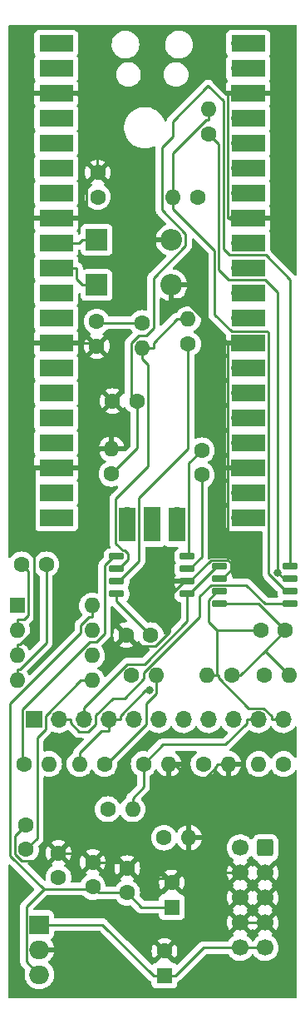
<source format=gbr>
%TF.GenerationSoftware,KiCad,Pcbnew,(6.0.7)*%
%TF.CreationDate,2023-02-07T22:21:13+09:00*%
%TF.ProjectId,scoppy_main,73636f70-7079-45f6-9d61-696e2e6b6963,rev?*%
%TF.SameCoordinates,Original*%
%TF.FileFunction,Copper,L2,Bot*%
%TF.FilePolarity,Positive*%
%FSLAX46Y46*%
G04 Gerber Fmt 4.6, Leading zero omitted, Abs format (unit mm)*
G04 Created by KiCad (PCBNEW (6.0.7)) date 2023-02-07 22:21:13*
%MOMM*%
%LPD*%
G01*
G04 APERTURE LIST*
G04 Aperture macros list*
%AMRoundRect*
0 Rectangle with rounded corners*
0 $1 Rounding radius*
0 $2 $3 $4 $5 $6 $7 $8 $9 X,Y pos of 4 corners*
0 Add a 4 corners polygon primitive as box body*
4,1,4,$2,$3,$4,$5,$6,$7,$8,$9,$2,$3,0*
0 Add four circle primitives for the rounded corners*
1,1,$1+$1,$2,$3*
1,1,$1+$1,$4,$5*
1,1,$1+$1,$6,$7*
1,1,$1+$1,$8,$9*
0 Add four rect primitives between the rounded corners*
20,1,$1+$1,$2,$3,$4,$5,0*
20,1,$1+$1,$4,$5,$6,$7,0*
20,1,$1+$1,$6,$7,$8,$9,0*
20,1,$1+$1,$8,$9,$2,$3,0*%
G04 Aperture macros list end*
%TA.AperFunction,ComponentPad*%
%ADD10C,1.600000*%
%TD*%
%TA.AperFunction,ComponentPad*%
%ADD11R,2.200000X2.200000*%
%TD*%
%TA.AperFunction,ComponentPad*%
%ADD12O,2.200000X2.200000*%
%TD*%
%TA.AperFunction,ComponentPad*%
%ADD13O,1.600000X1.600000*%
%TD*%
%TA.AperFunction,ComponentPad*%
%ADD14R,1.700000X1.700000*%
%TD*%
%TA.AperFunction,ComponentPad*%
%ADD15O,1.700000X1.700000*%
%TD*%
%TA.AperFunction,ComponentPad*%
%ADD16R,1.600000X1.600000*%
%TD*%
%TA.AperFunction,SMDPad,CuDef*%
%ADD17RoundRect,0.150000X-0.650000X-0.150000X0.650000X-0.150000X0.650000X0.150000X-0.650000X0.150000X0*%
%TD*%
%TA.AperFunction,ComponentPad*%
%ADD18RoundRect,0.250000X0.600000X0.600000X-0.600000X0.600000X-0.600000X-0.600000X0.600000X-0.600000X0*%
%TD*%
%TA.AperFunction,ComponentPad*%
%ADD19C,1.700000*%
%TD*%
%TA.AperFunction,SMDPad,CuDef*%
%ADD20R,3.500000X1.700000*%
%TD*%
%TA.AperFunction,SMDPad,CuDef*%
%ADD21R,1.700000X3.500000*%
%TD*%
%TA.AperFunction,SMDPad,CuDef*%
%ADD22RoundRect,0.150000X0.650000X0.150000X-0.650000X0.150000X-0.650000X-0.150000X0.650000X-0.150000X0*%
%TD*%
%TA.AperFunction,ComponentPad*%
%ADD23R,2.000000X1.905000*%
%TD*%
%TA.AperFunction,ComponentPad*%
%ADD24O,2.000000X1.905000*%
%TD*%
%TA.AperFunction,ViaPad*%
%ADD25C,0.800000*%
%TD*%
%TA.AperFunction,Conductor*%
%ADD26C,0.250000*%
%TD*%
G04 APERTURE END LIST*
D10*
%TO.P,C22,1*%
%TO.N,GND*%
X167100000Y-93400000D03*
%TO.P,C22,2*%
%TO.N,ADC0*%
X167100000Y-90900000D03*
%TD*%
%TO.P,C19,1*%
%TO.N,GND*%
X170100000Y-122800000D03*
%TO.P,C19,2*%
%TO.N,Net-(C19-Pad2)*%
X172600000Y-122800000D03*
%TD*%
%TO.P,C2,1*%
%TO.N,+5V*%
X170200000Y-149000000D03*
%TO.P,C2,2*%
%TO.N,GND*%
X170200000Y-146500000D03*
%TD*%
D11*
%TO.P,D7,1,K*%
%TO.N,ADC0*%
X167080000Y-87200000D03*
D12*
%TO.P,D7,2,A*%
%TO.N,GND*%
X174700000Y-87200000D03*
%TD*%
D10*
%TO.P,R22,1*%
%TO.N,Net-(C19-Pad2)*%
X173955000Y-143400000D03*
D13*
%TO.P,R22,2*%
%TO.N,GND*%
X176495000Y-143400000D03*
%TD*%
D10*
%TO.P,R29,1*%
%TO.N,ADC0*%
X171750000Y-91055000D03*
D13*
%TO.P,R29,2*%
%TO.N,Net-(R27-Pad2)*%
X171750000Y-93595000D03*
%TD*%
D10*
%TO.P,R28,1*%
%TO.N,Net-(R26-Pad1)*%
X178500000Y-71800000D03*
D13*
%TO.P,R28,2*%
%TO.N,Net-(R28-Pad2)*%
X178500000Y-69260000D03*
%TD*%
D14*
%TO.P,REF4,1*%
%TO.N,GND*%
X160700000Y-131400000D03*
D15*
%TO.P,REF4,2*%
%TO.N,+3V3*%
X163240000Y-131400000D03*
%TO.P,REF4,3*%
%TO.N,-3V3*%
X165780000Y-131400000D03*
%TO.P,REF4,4*%
%TO.N,Net-(C12-Pad1)*%
X168320000Y-131400000D03*
%TO.P,REF4,5*%
%TO.N,Net-(C19-Pad2)*%
X170860000Y-131400000D03*
%TO.P,REF4,6*%
%TO.N,GPIO2*%
X173400000Y-131400000D03*
%TO.P,REF4,7*%
%TO.N,GPIO3*%
X175940000Y-131400000D03*
%TO.P,REF4,8*%
%TO.N,GPIO4*%
X178480000Y-131400000D03*
%TO.P,REF4,9*%
%TO.N,GPIO5*%
X181020000Y-131400000D03*
%TO.P,REF4,10*%
%TO.N,Net-(R11-Pad1)*%
X183560000Y-131400000D03*
%TO.P,REF4,11*%
%TO.N,Net-(C13-Pad1)*%
X186100000Y-131400000D03*
%TD*%
D10*
%TO.P,C12,1*%
%TO.N,Net-(C12-Pad1)*%
X177800000Y-106500000D03*
%TO.P,C12,2*%
%TO.N,Net-(C12-Pad2)*%
X177800000Y-104000000D03*
%TD*%
%TO.P,C13,1*%
%TO.N,Net-(C13-Pad1)*%
X183800000Y-122300000D03*
%TO.P,C13,2*%
%TO.N,Net-(C13-Pad2)*%
X186300000Y-122300000D03*
%TD*%
%TO.P,R10,1*%
%TO.N,Net-(C13-Pad2)*%
X180900000Y-126900000D03*
D13*
%TO.P,R10,2*%
%TO.N,Net-(C13-Pad1)*%
X178360000Y-126900000D03*
%TD*%
D10*
%TO.P,C20,1*%
%TO.N,GND*%
X168700000Y-99000000D03*
%TO.P,C20,2*%
%TO.N,Net-(C20-Pad2)*%
X171200000Y-99000000D03*
%TD*%
%TO.P,R19,1*%
%TO.N,Net-(R11-Pad1)*%
X171877500Y-135900000D03*
D13*
%TO.P,R19,2*%
%TO.N,GND*%
X174417500Y-135900000D03*
%TD*%
D10*
%TO.P,C18,1*%
%TO.N,-5V*%
X159900000Y-144600000D03*
%TO.P,C18,2*%
%TO.N,GND*%
X159900000Y-142100000D03*
%TD*%
%TO.P,R13,1*%
%TO.N,Net-(R13-Pad1)*%
X184200000Y-126900000D03*
D13*
%TO.P,R13,2*%
%TO.N,Net-(C13-Pad2)*%
X186740000Y-126900000D03*
%TD*%
D10*
%TO.P,C7,1*%
%TO.N,+3V3*%
X163200000Y-147450000D03*
%TO.P,C7,2*%
%TO.N,GND*%
X163200000Y-144950000D03*
%TD*%
%TO.P,C23,1*%
%TO.N,GND*%
X167200000Y-75750000D03*
%TO.P,C23,2*%
%TO.N,ADC1*%
X167200000Y-78250000D03*
%TD*%
D16*
%TO.P,U6,1,NC*%
%TO.N,unconnected-(U6-Pad1)*%
X159000000Y-119800000D03*
D13*
%TO.P,U6,2,CAP+*%
%TO.N,Net-(C17-Pad1)*%
X159000000Y-122340000D03*
%TO.P,U6,3,GND*%
%TO.N,GND*%
X159000000Y-124880000D03*
%TO.P,U6,4,CAP-*%
%TO.N,Net-(C17-Pad2)*%
X159000000Y-127420000D03*
%TO.P,U6,5,VOUT*%
%TO.N,-5V*%
X166620000Y-127420000D03*
%TO.P,U6,6,LV*%
%TO.N,unconnected-(U6-Pad6)*%
X166620000Y-124880000D03*
%TO.P,U6,7,OSC*%
%TO.N,unconnected-(U6-Pad7)*%
X166620000Y-122340000D03*
%TO.P,U6,8,V+*%
%TO.N,+5V*%
X166620000Y-119800000D03*
%TD*%
D10*
%TO.P,C11,1*%
%TO.N,+5V*%
X166700000Y-148400000D03*
%TO.P,C11,2*%
%TO.N,GND*%
X166700000Y-145900000D03*
%TD*%
%TO.P,C17,1*%
%TO.N,Net-(C17-Pad1)*%
X159450000Y-115600000D03*
%TO.P,C17,2*%
%TO.N,Net-(C17-Pad2)*%
X161950000Y-115600000D03*
%TD*%
%TO.P,R24,1*%
%TO.N,Net-(C20-Pad2)*%
X168600000Y-106400000D03*
D13*
%TO.P,R24,2*%
%TO.N,GND*%
X168600000Y-103860000D03*
%TD*%
D11*
%TO.P,D8,1,K*%
%TO.N,ADC1*%
X167090000Y-82600000D03*
D12*
%TO.P,D8,2,A*%
%TO.N,GND*%
X174710000Y-82600000D03*
%TD*%
D10*
%TO.P,R27,1*%
%TO.N,Net-(R25-Pad1)*%
X176400000Y-93200000D03*
D13*
%TO.P,R27,2*%
%TO.N,Net-(R27-Pad2)*%
X176400000Y-90660000D03*
%TD*%
D10*
%TO.P,R11,1*%
%TO.N,Net-(R11-Pad1)*%
X170655000Y-126900000D03*
D13*
%TO.P,R11,2*%
%TO.N,Net-(C12-Pad2)*%
X173195000Y-126900000D03*
%TD*%
D10*
%TO.P,R23,1*%
%TO.N,+3V3*%
X159700000Y-135900000D03*
D13*
%TO.P,R23,2*%
%TO.N,Net-(C20-Pad2)*%
X162240000Y-135900000D03*
%TD*%
D10*
%TO.P,R30,1*%
%TO.N,ADC1*%
X177400000Y-78300000D03*
D13*
%TO.P,R30,2*%
%TO.N,Net-(R28-Pad2)*%
X174860000Y-78300000D03*
%TD*%
D10*
%TO.P,R20,1*%
%TO.N,Net-(R13-Pad1)*%
X177966300Y-135900000D03*
D13*
%TO.P,R20,2*%
%TO.N,GND*%
X180506300Y-135900000D03*
%TD*%
D10*
%TO.P,R25,1*%
%TO.N,Net-(R25-Pad1)*%
X168210000Y-140500000D03*
D13*
%TO.P,R25,2*%
%TO.N,Net-(R11-Pad1)*%
X170750000Y-140500000D03*
%TD*%
D10*
%TO.P,R9,1*%
%TO.N,Net-(C12-Pad2)*%
X167878800Y-135900000D03*
D13*
%TO.P,R9,2*%
%TO.N,Net-(C12-Pad1)*%
X165338800Y-135900000D03*
%TD*%
D10*
%TO.P,R26,1*%
%TO.N,Net-(R26-Pad1)*%
X186145000Y-135900000D03*
D13*
%TO.P,R26,2*%
%TO.N,Net-(R13-Pad1)*%
X183605000Y-135900000D03*
%TD*%
D16*
%TO.P,C14,1*%
%TO.N,+5V*%
X174750000Y-150455100D03*
D10*
%TO.P,C14,2*%
%TO.N,GND*%
X174750000Y-147955100D03*
%TD*%
D16*
%TO.P,C8,1*%
%TO.N,+12V*%
X174000000Y-157432400D03*
D10*
%TO.P,C8,2*%
%TO.N,GND*%
X174000000Y-154932400D03*
%TD*%
D17*
%TO.P,U5,1*%
%TO.N,Net-(C13-Pad2)*%
X179600000Y-119605000D03*
%TO.P,U5,2,-*%
%TO.N,Net-(C13-Pad1)*%
X179600000Y-118335000D03*
%TO.P,U5,3,+*%
%TO.N,GND*%
X179600000Y-117065000D03*
%TO.P,U5,4,V-*%
%TO.N,-3V3*%
X179600000Y-115795000D03*
%TO.P,U5,5,+*%
%TO.N,Net-(C20-Pad2)*%
X186800000Y-115795000D03*
%TO.P,U5,6,-*%
%TO.N,Net-(R26-Pad1)*%
X186800000Y-117065000D03*
%TO.P,U5,7*%
%TO.N,Net-(R28-Pad2)*%
X186800000Y-118335000D03*
%TO.P,U5,8,V+*%
%TO.N,+3V3*%
X186800000Y-119605000D03*
%TD*%
D18*
%TO.P,J6,1,Pin_1*%
%TO.N,unconnected-(J6-Pad1)*%
X184252500Y-144420000D03*
D19*
%TO.P,J6,2,Pin_2*%
%TO.N,unconnected-(J6-Pad2)*%
X181712500Y-144420000D03*
%TO.P,J6,3,Pin_3*%
%TO.N,GND*%
X184252500Y-146960000D03*
%TO.P,J6,4,Pin_4*%
X181712500Y-146960000D03*
%TO.P,J6,5,Pin_5*%
X184252500Y-149500000D03*
%TO.P,J6,6,Pin_6*%
X181712500Y-149500000D03*
%TO.P,J6,7,Pin_7*%
X184252500Y-152040000D03*
%TO.P,J6,8,Pin_8*%
X181712500Y-152040000D03*
%TO.P,J6,9,Pin_9*%
%TO.N,+12V*%
X184252500Y-154580000D03*
%TO.P,J6,10,Pin_10*%
X181712500Y-154580000D03*
%TD*%
D15*
%TO.P,U1,1,GPIO0*%
%TO.N,unconnected-(U1-Pad1)*%
X181640000Y-62620000D03*
D20*
X182540000Y-62620000D03*
D15*
%TO.P,U1,2,GPIO1*%
%TO.N,unconnected-(U1-Pad2)*%
X181640000Y-65160000D03*
D20*
X182540000Y-65160000D03*
D14*
%TO.P,U1,3,GND*%
%TO.N,GND*%
X181640000Y-67700000D03*
D20*
X182540000Y-67700000D03*
D15*
%TO.P,U1,4,GPIO2*%
%TO.N,GPIO2*%
X181640000Y-70240000D03*
D20*
X182540000Y-70240000D03*
%TO.P,U1,5,GPIO3*%
%TO.N,GPIO3*%
X182540000Y-72780000D03*
D15*
X181640000Y-72780000D03*
D20*
%TO.P,U1,6,GPIO4*%
%TO.N,GPIO4*%
X182540000Y-75320000D03*
D15*
X181640000Y-75320000D03*
D20*
%TO.P,U1,7,GPIO5*%
%TO.N,GPIO5*%
X182540000Y-77860000D03*
D15*
X181640000Y-77860000D03*
D14*
%TO.P,U1,8,GND*%
%TO.N,GND*%
X181640000Y-80400000D03*
D20*
X182540000Y-80400000D03*
%TO.P,U1,9,GPIO6*%
%TO.N,unconnected-(U1-Pad9)*%
X182540000Y-82940000D03*
D15*
X181640000Y-82940000D03*
D20*
%TO.P,U1,10,GPIO7*%
%TO.N,unconnected-(U1-Pad10)*%
X182540000Y-85480000D03*
D15*
X181640000Y-85480000D03*
D20*
%TO.P,U1,11,GPIO8*%
%TO.N,unconnected-(U1-Pad11)*%
X182540000Y-88020000D03*
D15*
X181640000Y-88020000D03*
D20*
%TO.P,U1,12,GPIO9*%
%TO.N,unconnected-(U1-Pad12)*%
X182540000Y-90560000D03*
D15*
X181640000Y-90560000D03*
D20*
%TO.P,U1,13,GND*%
%TO.N,GND*%
X182540000Y-93100000D03*
D14*
X181640000Y-93100000D03*
D20*
%TO.P,U1,14,GPIO10*%
%TO.N,unconnected-(U1-Pad14)*%
X182540000Y-95640000D03*
D15*
X181640000Y-95640000D03*
D20*
%TO.P,U1,15,GPIO11*%
%TO.N,unconnected-(U1-Pad15)*%
X182540000Y-98180000D03*
D15*
X181640000Y-98180000D03*
%TO.P,U1,16,GPIO12*%
%TO.N,unconnected-(U1-Pad16)*%
X181640000Y-100720000D03*
D20*
X182540000Y-100720000D03*
D15*
%TO.P,U1,17,GPIO13*%
%TO.N,unconnected-(U1-Pad17)*%
X181640000Y-103260000D03*
D20*
X182540000Y-103260000D03*
D14*
%TO.P,U1,18,GND*%
%TO.N,GND*%
X181640000Y-105800000D03*
D20*
X182540000Y-105800000D03*
D15*
%TO.P,U1,19,GPIO14*%
%TO.N,unconnected-(U1-Pad19)*%
X181640000Y-108340000D03*
D20*
X182540000Y-108340000D03*
D15*
%TO.P,U1,20,GPIO15*%
%TO.N,unconnected-(U1-Pad20)*%
X181640000Y-110880000D03*
D20*
X182540000Y-110880000D03*
D15*
%TO.P,U1,21,GPIO16*%
%TO.N,unconnected-(U1-Pad21)*%
X163860000Y-110880000D03*
D20*
X162960000Y-110880000D03*
%TO.P,U1,22,GPIO17*%
%TO.N,unconnected-(U1-Pad22)*%
X162960000Y-108340000D03*
D15*
X163860000Y-108340000D03*
D14*
%TO.P,U1,23,GND*%
%TO.N,GND*%
X163860000Y-105800000D03*
D20*
X162960000Y-105800000D03*
D15*
%TO.P,U1,24,GPIO18*%
%TO.N,unconnected-(U1-Pad24)*%
X163860000Y-103260000D03*
D20*
X162960000Y-103260000D03*
D15*
%TO.P,U1,25,GPIO19*%
%TO.N,unconnected-(U1-Pad25)*%
X163860000Y-100720000D03*
D20*
X162960000Y-100720000D03*
%TO.P,U1,26,GPIO20*%
%TO.N,unconnected-(U1-Pad26)*%
X162960000Y-98180000D03*
D15*
X163860000Y-98180000D03*
D20*
%TO.P,U1,27,GPIO21*%
%TO.N,unconnected-(U1-Pad27)*%
X162960000Y-95640000D03*
D15*
X163860000Y-95640000D03*
D20*
%TO.P,U1,28,GND*%
%TO.N,GND*%
X162960000Y-93100000D03*
D14*
X163860000Y-93100000D03*
D20*
%TO.P,U1,29,GPIO22*%
%TO.N,SG_OUT*%
X162960000Y-90560000D03*
D15*
X163860000Y-90560000D03*
D20*
%TO.P,U1,30,RUN*%
%TO.N,unconnected-(U1-Pad30)*%
X162960000Y-88020000D03*
D15*
X163860000Y-88020000D03*
%TO.P,U1,31,GPIO26_ADC0*%
%TO.N,ADC0*%
X163860000Y-85480000D03*
D20*
X162960000Y-85480000D03*
D15*
%TO.P,U1,32,GPIO27_ADC1*%
%TO.N,ADC1*%
X163860000Y-82940000D03*
D20*
X162960000Y-82940000D03*
%TO.P,U1,33,AGND*%
%TO.N,GND*%
X162960000Y-80400000D03*
D14*
X163860000Y-80400000D03*
D20*
%TO.P,U1,34,GPIO28_ADC2*%
%TO.N,unconnected-(U1-Pad34)*%
X162960000Y-77860000D03*
D15*
X163860000Y-77860000D03*
D20*
%TO.P,U1,35,ADC_VREF*%
%TO.N,unconnected-(U1-Pad35)*%
X162960000Y-75320000D03*
D15*
X163860000Y-75320000D03*
D20*
%TO.P,U1,36,3V3*%
%TO.N,unconnected-(U1-Pad36)*%
X162960000Y-72780000D03*
D15*
X163860000Y-72780000D03*
%TO.P,U1,37,3V3_EN*%
%TO.N,unconnected-(U1-Pad37)*%
X163860000Y-70240000D03*
D20*
X162960000Y-70240000D03*
D14*
%TO.P,U1,38,GND*%
%TO.N,GND*%
X163860000Y-67700000D03*
D20*
X162960000Y-67700000D03*
D15*
%TO.P,U1,39,VSYS*%
%TO.N,+5V*%
X163860000Y-65160000D03*
D20*
X162960000Y-65160000D03*
D15*
%TO.P,U1,40,VBUS*%
%TO.N,unconnected-(U1-Pad40)*%
X163860000Y-62620000D03*
D20*
X162960000Y-62620000D03*
D15*
%TO.P,U1,41,SWCLK*%
%TO.N,unconnected-(U1-Pad41)*%
X175290000Y-110650000D03*
D21*
X175290000Y-111550000D03*
%TO.P,U1,42,GND*%
%TO.N,unconnected-(U1-Pad42)*%
X172750000Y-111550000D03*
D14*
X172750000Y-110650000D03*
D21*
%TO.P,U1,43,SWDIO*%
%TO.N,unconnected-(U1-Pad43)*%
X170210000Y-111550000D03*
D15*
X170210000Y-110650000D03*
%TD*%
D22*
%TO.P,U4,1*%
%TO.N,Net-(C12-Pad2)*%
X176300000Y-114795000D03*
%TO.P,U4,2,-*%
%TO.N,Net-(C12-Pad1)*%
X176300000Y-116065000D03*
%TO.P,U4,3,+*%
%TO.N,GND*%
X176300000Y-117335000D03*
%TO.P,U4,4,V-*%
%TO.N,-3V3*%
X176300000Y-118605000D03*
%TO.P,U4,5,+*%
%TO.N,Net-(C19-Pad2)*%
X169100000Y-118605000D03*
%TO.P,U4,6,-*%
%TO.N,Net-(R25-Pad1)*%
X169100000Y-117335000D03*
%TO.P,U4,7*%
%TO.N,Net-(R27-Pad2)*%
X169100000Y-116065000D03*
%TO.P,U4,8,V+*%
%TO.N,+3V3*%
X169100000Y-114795000D03*
%TD*%
D23*
%TO.P,U3,1,VI*%
%TO.N,+12V*%
X161250000Y-152250000D03*
D24*
%TO.P,U3,2,GND*%
%TO.N,GND*%
X161250000Y-154790000D03*
%TO.P,U3,3,VO*%
%TO.N,+5V*%
X161250000Y-157330000D03*
%TD*%
D25*
%TO.N,Net-(C12-Pad1)*%
X172440300Y-128429300D03*
%TO.N,Net-(R26-Pad1)*%
X185533000Y-116418000D03*
%TD*%
D26*
%TO.N,Net-(C12-Pad1)*%
X176553300Y-116065000D02*
X176300000Y-116065000D01*
X169495100Y-131400000D02*
X169495100Y-131033100D01*
X172098900Y-128429300D02*
X172440300Y-128429300D01*
X168320000Y-131400000D02*
X168320000Y-132575100D01*
X165338800Y-135900000D02*
X165338800Y-134774900D01*
X169495100Y-131033100D02*
X172098900Y-128429300D01*
X177800000Y-114818300D02*
X176553300Y-116065000D01*
X168320000Y-131400000D02*
X169495100Y-131400000D01*
X168320000Y-132575100D02*
X167538600Y-132575100D01*
X177800000Y-106500000D02*
X177800000Y-114818300D01*
X167538600Y-132575100D02*
X165338800Y-134774900D01*
%TO.N,Net-(C13-Pad1)*%
X178459500Y-119241300D02*
X178459500Y-121429400D01*
X184924900Y-131400000D02*
X184924900Y-131032700D01*
X179365800Y-118335000D02*
X178459500Y-119241300D01*
X184924900Y-131032700D02*
X184117100Y-130224900D01*
X182576800Y-130224900D02*
X179485100Y-127133200D01*
X179330100Y-122300000D02*
X179330100Y-126900000D01*
X179330100Y-126900000D02*
X179485100Y-126900000D01*
X179600000Y-118335000D02*
X179365800Y-118335000D01*
X178360000Y-126900000D02*
X179330100Y-126900000D01*
X186100000Y-131400000D02*
X184924900Y-131400000D01*
X179330100Y-122300000D02*
X183800000Y-122300000D01*
X178459500Y-121429400D02*
X179330100Y-122300000D01*
X179485100Y-127133200D02*
X179485100Y-126900000D01*
X184117100Y-130224900D02*
X182576800Y-130224900D01*
%TO.N,GND*%
X170200000Y-146500000D02*
X171252600Y-147552600D01*
X181640000Y-80400000D02*
X180464900Y-80400000D01*
X163200000Y-144950000D02*
X165750000Y-144950000D01*
X180750100Y-116196000D02*
X180750100Y-115447000D01*
X174750000Y-147955100D02*
X174750000Y-147552600D01*
X180464900Y-105800000D02*
X180464100Y-105800800D01*
X163860000Y-67700000D02*
X165035100Y-67700000D01*
X166700000Y-145900000D02*
X169600000Y-145900000D01*
X180750100Y-115447000D02*
X180464100Y-115161000D01*
X159000000Y-123754900D02*
X159281300Y-123754900D01*
X184252500Y-152040000D02*
X181712500Y-152040000D01*
X171238600Y-123938600D02*
X170100000Y-122800000D01*
X165534900Y-105800000D02*
X167474900Y-103860000D01*
X174700000Y-87200000D02*
X174700000Y-88625100D01*
X176300000Y-117335000D02*
X176036300Y-117335000D01*
X159281300Y-123754900D02*
X160700000Y-122336200D01*
X176036300Y-117335000D02*
X174547600Y-118823700D01*
X173114800Y-123938600D02*
X171238600Y-123938600D01*
X179600000Y-117065000D02*
X179881100Y-117065000D01*
X167147600Y-75750000D02*
X167200000Y-75750000D01*
X168600000Y-103860000D02*
X167474900Y-103860000D01*
X180464900Y-93100000D02*
X180464900Y-105800000D01*
X180464100Y-115161000D02*
X178707600Y-115161000D01*
X176495000Y-142274900D02*
X176495000Y-139021600D01*
X176533600Y-117335000D02*
X176300000Y-117335000D01*
X180464900Y-93100000D02*
X175990000Y-88625100D01*
X163860000Y-105800000D02*
X165035100Y-105800000D01*
X179381200Y-136135400D02*
X179381200Y-135900000D01*
X180464100Y-105800800D02*
X180464100Y-115161000D01*
X180577500Y-93100000D02*
X180464900Y-93100000D01*
X166069100Y-80400000D02*
X166069100Y-76828500D01*
X163860000Y-80400000D02*
X166069100Y-80400000D01*
X163860000Y-105800000D02*
X160884900Y-105800000D01*
X174980100Y-135900000D02*
X177298400Y-138218200D01*
X174547600Y-122505800D02*
X173114800Y-123938600D01*
X174710000Y-82600000D02*
X173284900Y-82600000D01*
X174547600Y-118823700D02*
X174547600Y-122505800D01*
X174417500Y-135900000D02*
X174980100Y-135900000D01*
X171252600Y-147552600D02*
X174750000Y-147552600D01*
X180506300Y-135900000D02*
X179381200Y-135900000D01*
X176495000Y-139021600D02*
X177298400Y-138218200D01*
X158771600Y-143228400D02*
X158771600Y-145063100D01*
X177298400Y-138218200D02*
X179381200Y-136135400D01*
X159000000Y-124880000D02*
X159000000Y-123754900D01*
X181640000Y-93100000D02*
X180577500Y-93100000D01*
X166800000Y-93100000D02*
X167100000Y-93400000D01*
X171084900Y-80400000D02*
X166069100Y-80400000D01*
X179881100Y-117065000D02*
X180750100Y-116196000D01*
X176495000Y-145807600D02*
X176495000Y-143400000D01*
X176495000Y-143400000D02*
X176495000Y-142274900D01*
X174750000Y-147552600D02*
X176495000Y-145807600D01*
X181640000Y-67700000D02*
X180560600Y-67700000D01*
X167147600Y-75750000D02*
X167147600Y-69812500D01*
X173284900Y-82600000D02*
X171084900Y-80400000D01*
X180464900Y-80400000D02*
X180464900Y-67795700D01*
X169600000Y-145900000D02*
X170200000Y-146500000D01*
X160700000Y-122336200D02*
X160700000Y-105984900D01*
X175990000Y-88625100D02*
X174700000Y-88625100D01*
X166069100Y-76828500D02*
X167147600Y-75750000D01*
X167147600Y-69812500D02*
X165035100Y-67700000D01*
X165750000Y-144950000D02*
X166700000Y-145900000D01*
X178707600Y-115161000D02*
X176533600Y-117335000D01*
X163860000Y-93100000D02*
X166800000Y-93100000D01*
X181640000Y-105800000D02*
X180464900Y-105800000D01*
X160700000Y-105984900D02*
X160884900Y-105800000D01*
X159459600Y-145751100D02*
X162398900Y-145751100D01*
X177647400Y-146960000D02*
X176495000Y-145807600D01*
X165035100Y-105800000D02*
X165534900Y-105800000D01*
X158771600Y-145063100D02*
X159459600Y-145751100D01*
X159900000Y-142100000D02*
X158771600Y-143228400D01*
X180464900Y-67795700D02*
X180560600Y-67700000D01*
X162398900Y-145751100D02*
X163200000Y-144950000D01*
X181712500Y-146960000D02*
X177647400Y-146960000D01*
%TO.N,-3V3*%
X179382300Y-115795000D02*
X179600000Y-115795000D01*
X165780000Y-130151100D02*
X170185300Y-125745800D01*
X170185300Y-125745800D02*
X171944300Y-125745800D01*
X176572300Y-118605000D02*
X179382300Y-115795000D01*
X165780000Y-131400000D02*
X165780000Y-130151100D01*
X176300000Y-118605000D02*
X176572300Y-118605000D01*
X176300000Y-121390100D02*
X176300000Y-118605000D01*
X171944300Y-125745800D02*
X176300000Y-121390100D01*
%TO.N,-5V*%
X166620000Y-127420000D02*
X165494900Y-127420000D01*
X161875100Y-132384600D02*
X161875100Y-131039800D01*
X159900000Y-144600000D02*
X161042300Y-143457700D01*
X161042300Y-143457700D02*
X161042300Y-133217300D01*
X161042400Y-133217300D02*
X161875100Y-132384600D01*
X161042300Y-133217300D02*
X161042400Y-133217300D01*
X161875100Y-131039800D02*
X165494900Y-127420000D01*
%TO.N,+3V3*%
X171925000Y-127243500D02*
X169947200Y-129221300D01*
X168732900Y-129221300D02*
X166996800Y-130957400D01*
X167901900Y-122650900D02*
X167901900Y-115721100D01*
X184241700Y-119605000D02*
X182336700Y-117700000D01*
X163240000Y-131400000D02*
X164404400Y-131400000D01*
X166996800Y-130957400D02*
X166996800Y-131850900D01*
X171925000Y-126578800D02*
X171925000Y-127243500D01*
X166373300Y-123465200D02*
X167087600Y-123465200D01*
X166996800Y-131850900D02*
X166228600Y-132619100D01*
X186800000Y-119605000D02*
X184241700Y-119605000D01*
X159523700Y-130314800D02*
X166373300Y-123465200D01*
X167901900Y-115721100D02*
X168828000Y-114795000D01*
X168828000Y-114795000D02*
X169100000Y-114795000D01*
X169947200Y-129221300D02*
X168732900Y-129221300D01*
X165309200Y-132619100D02*
X164404400Y-131714300D01*
X178708600Y-117700000D02*
X177544200Y-118864400D01*
X166228600Y-132619100D02*
X165309200Y-132619100D01*
X159523700Y-135723700D02*
X159523700Y-130314800D01*
X159700000Y-135900000D02*
X159523700Y-135723700D01*
X177544200Y-120959600D02*
X171925000Y-126578800D01*
X182336700Y-117700000D02*
X178708600Y-117700000D01*
X177544200Y-118864400D02*
X177544200Y-120959600D01*
X167087600Y-123465200D02*
X167901900Y-122650900D01*
X164404400Y-131714300D02*
X164404400Y-131400000D01*
%TO.N,Net-(C20-Pad2)*%
X180649100Y-84142300D02*
X179990800Y-83484000D01*
X170586200Y-98386200D02*
X171200000Y-99000000D01*
X176158400Y-83184100D02*
X172892300Y-86450200D01*
X186800000Y-86631400D02*
X184310900Y-84142300D01*
X176158400Y-81971100D02*
X176158400Y-83184100D01*
X178450000Y-66950000D02*
X174840503Y-70559497D01*
X172108600Y-92325000D02*
X171373400Y-92325000D01*
X173725000Y-79537700D02*
X176158400Y-81971100D01*
X170586200Y-93112200D02*
X170586200Y-98386200D01*
X174840503Y-70559497D02*
X174840503Y-72059498D01*
X186800000Y-115795000D02*
X186800000Y-86631400D01*
X179990800Y-68490800D02*
X178450000Y-66950000D01*
X172892300Y-86450200D02*
X172892300Y-91541300D01*
X171200000Y-99000000D02*
X171200000Y-103800000D01*
X171373400Y-92325000D02*
X170586200Y-93112200D01*
X172892300Y-91541300D02*
X172108600Y-92325000D01*
X173725000Y-73175001D02*
X173725000Y-79537700D01*
X171200000Y-103800000D02*
X168600000Y-106400000D01*
X184310900Y-84142300D02*
X180649100Y-84142300D01*
X179990800Y-83484000D02*
X179990800Y-68490800D01*
X174840503Y-72059498D02*
X173725000Y-73175001D01*
%TO.N,Net-(C12-Pad2)*%
X168085400Y-135900000D02*
X167878800Y-135900000D01*
X173195000Y-126900000D02*
X173195000Y-128025100D01*
X173195000Y-128025100D02*
X173195000Y-128719200D01*
X173195000Y-128719200D02*
X172130000Y-129784200D01*
X172130000Y-129784200D02*
X172130000Y-131855400D01*
X177800000Y-104000000D02*
X176487400Y-105312600D01*
X172130000Y-131855400D02*
X168085400Y-135900000D01*
X176487400Y-105312600D02*
X176487400Y-114607600D01*
X176487400Y-114607600D02*
X176300000Y-114795000D01*
%TO.N,Net-(C13-Pad2)*%
X184220000Y-124380000D02*
X186740000Y-126900000D01*
X186300000Y-122300000D02*
X184220000Y-124380000D01*
X181700000Y-126900000D02*
X180900000Y-126900000D01*
X184220000Y-124380000D02*
X181700000Y-126900000D01*
X179600000Y-119605000D02*
X183605000Y-119605000D01*
X183605000Y-119605000D02*
X186300000Y-122300000D01*
%TO.N,Net-(R11-Pad1)*%
X182384900Y-131765200D02*
X182384900Y-131400000D01*
X183560000Y-131400000D02*
X182384900Y-131400000D01*
X180211500Y-133938600D02*
X182384900Y-131765200D01*
X170750000Y-139374900D02*
X171877500Y-138247400D01*
X171877500Y-135900000D02*
X173838900Y-133938600D01*
X170750000Y-140500000D02*
X170750000Y-139374900D01*
X171877500Y-138247400D02*
X171877500Y-135900000D01*
X173838900Y-133938600D02*
X180211500Y-133938600D01*
%TO.N,Net-(C19-Pad2)*%
X169100000Y-119300000D02*
X172600000Y-122800000D01*
X169100000Y-118605000D02*
X169100000Y-119300000D01*
%TO.N,Net-(R25-Pad1)*%
X169100000Y-117335000D02*
X169340700Y-117335000D01*
X169340700Y-117335000D02*
X171385200Y-115290500D01*
X171385200Y-115290500D02*
X171385200Y-108823600D01*
X171385200Y-108823600D02*
X176400000Y-103808800D01*
X176400000Y-103808800D02*
X176400000Y-93200000D01*
%TO.N,Net-(R26-Pad1)*%
X185532900Y-116418000D02*
X185533000Y-116418000D01*
X179540700Y-72840700D02*
X179540700Y-85636200D01*
X185532900Y-87921900D02*
X185532900Y-116418000D01*
X186180000Y-117065000D02*
X185533000Y-116418000D01*
X178500000Y-71800000D02*
X179540700Y-72840700D01*
X186800000Y-117065000D02*
X186180000Y-117065000D01*
X179540700Y-85636200D02*
X180559700Y-86655200D01*
X184266200Y-86655200D02*
X185532900Y-87921900D01*
X180559700Y-86655200D02*
X184266200Y-86655200D01*
%TO.N,Net-(R27-Pad2)*%
X169352800Y-116065000D02*
X170272700Y-115145100D01*
X169100000Y-116065000D02*
X169352800Y-116065000D01*
X172350200Y-105611400D02*
X172350200Y-95320300D01*
X169731600Y-114169200D02*
X169034800Y-113472400D01*
X170272700Y-114477900D02*
X169964000Y-114169200D01*
X171750000Y-93595000D02*
X171750000Y-94720100D01*
X176400000Y-90660000D02*
X175274900Y-90660000D01*
X171750000Y-93595000D02*
X172875100Y-93595000D01*
X170272700Y-115145100D02*
X170272700Y-114477900D01*
X169034800Y-108926800D02*
X172350200Y-105611400D01*
X175274900Y-90660000D02*
X172875100Y-93059800D01*
X172350200Y-95320300D02*
X171750000Y-94720100D01*
X169964000Y-114169200D02*
X169731600Y-114169200D01*
X172875100Y-93059800D02*
X172875100Y-93595000D01*
X169034800Y-113472400D02*
X169034800Y-108926800D01*
%TO.N,Net-(R28-Pad2)*%
X174860000Y-73791900D02*
X178266800Y-70385100D01*
X184615200Y-92047500D02*
X184492500Y-91924800D01*
X184615200Y-116543800D02*
X184615200Y-92047500D01*
X178500000Y-69260000D02*
X178500000Y-70385100D01*
X178266800Y-70385100D02*
X178500000Y-70385100D01*
X179090500Y-83655600D02*
X174860000Y-79425100D01*
X180843700Y-91924800D02*
X179090500Y-90171600D01*
X174860000Y-78862500D02*
X174860000Y-79425100D01*
X174860000Y-78862500D02*
X174860000Y-78300000D01*
X184492500Y-91924800D02*
X180843700Y-91924800D01*
X174860000Y-78300000D02*
X174860000Y-73791900D01*
X186406400Y-118335000D02*
X184615200Y-116543800D01*
X186800000Y-118335000D02*
X186406400Y-118335000D01*
X179090500Y-90171600D02*
X179090500Y-83655600D01*
%TO.N,ADC0*%
X165035100Y-85480000D02*
X165035100Y-86580200D01*
X163860000Y-85480000D02*
X165035100Y-85480000D01*
X165035100Y-86580200D02*
X165654900Y-87200000D01*
X171750000Y-91055000D02*
X167255000Y-91055000D01*
X167080000Y-87200000D02*
X165654900Y-87200000D01*
X167255000Y-91055000D02*
X167100000Y-90900000D01*
%TO.N,ADC1*%
X165324900Y-82940000D02*
X165664900Y-82600000D01*
X167090000Y-82600000D02*
X165664900Y-82600000D01*
X163860000Y-82940000D02*
X165324900Y-82940000D01*
%TO.N,+12V*%
X174000000Y-157432400D02*
X175125100Y-157432400D01*
X177977500Y-154580000D02*
X175125100Y-157432400D01*
X174000000Y-157432400D02*
X172874900Y-157432400D01*
X167692500Y-152250000D02*
X172874900Y-157432400D01*
X161250000Y-152250000D02*
X167692500Y-152250000D01*
X184252500Y-154580000D02*
X181712500Y-154580000D01*
X181712500Y-154580000D02*
X177977500Y-154580000D01*
%TO.N,+5V*%
X161697200Y-148629900D02*
X166470100Y-148629900D01*
X158275800Y-145208500D02*
X161697200Y-148629900D01*
X166620000Y-119800000D02*
X166620000Y-120925100D01*
X165494900Y-121768800D02*
X165494900Y-122571500D01*
X165494900Y-122571500D02*
X158275800Y-129790600D01*
X158275800Y-129790600D02*
X158275800Y-145208500D01*
X170200000Y-149000000D02*
X167300000Y-149000000D01*
X166470100Y-148629900D02*
X166700000Y-148400000D01*
X159924800Y-156004800D02*
X159924800Y-150402300D01*
X174750000Y-150455100D02*
X171655100Y-150455100D01*
X161250000Y-157330000D02*
X159924800Y-156004800D01*
X167300000Y-149000000D02*
X166700000Y-148400000D01*
X166338600Y-120925100D02*
X165494900Y-121768800D01*
X166620000Y-120925100D02*
X166338600Y-120925100D01*
X159924800Y-150402300D02*
X161697200Y-148629900D01*
X171655100Y-150455100D02*
X170200000Y-149000000D01*
%TO.N,Net-(C17-Pad1)*%
X159450000Y-115600000D02*
X160133500Y-116283500D01*
X159000000Y-122340000D02*
X159000000Y-121214900D01*
X160133500Y-120756300D02*
X159674900Y-121214900D01*
X159674900Y-121214900D02*
X159000000Y-121214900D01*
X160133500Y-116283500D02*
X160133500Y-120756300D01*
%TO.N,Net-(C17-Pad2)*%
X159000000Y-127420000D02*
X159000000Y-126294900D01*
X159000000Y-126294900D02*
X159233100Y-126294900D01*
X161950000Y-123578000D02*
X161950000Y-115600000D01*
X159233100Y-126294900D02*
X161950000Y-123578000D01*
%TD*%
%TA.AperFunction,Conductor*%
%TO.N,GND*%
G36*
X179832026Y-132075144D02*
G01*
X179859875Y-132106994D01*
X179919987Y-132205088D01*
X180066250Y-132373938D01*
X180238126Y-132516632D01*
X180272412Y-132536667D01*
X180412348Y-132618439D01*
X180461072Y-132670078D01*
X180474143Y-132739861D01*
X180447412Y-132805632D01*
X180437875Y-132816321D01*
X180208961Y-133045234D01*
X179985999Y-133268196D01*
X179923687Y-133302221D01*
X179896904Y-133305100D01*
X173917663Y-133305100D01*
X173906479Y-133304573D01*
X173898991Y-133302899D01*
X173891068Y-133303148D01*
X173830933Y-133305038D01*
X173826975Y-133305100D01*
X173799044Y-133305100D01*
X173795129Y-133305595D01*
X173795125Y-133305595D01*
X173795067Y-133305603D01*
X173795038Y-133305606D01*
X173783196Y-133306539D01*
X173739010Y-133307927D01*
X173721644Y-133312972D01*
X173719558Y-133313578D01*
X173700206Y-133317586D01*
X173687968Y-133319132D01*
X173687966Y-133319133D01*
X173680103Y-133320126D01*
X173638986Y-133336406D01*
X173627785Y-133340241D01*
X173585306Y-133352582D01*
X173578487Y-133356615D01*
X173578482Y-133356617D01*
X173567871Y-133362893D01*
X173550121Y-133371590D01*
X173531283Y-133379048D01*
X173524867Y-133383709D01*
X173524866Y-133383710D01*
X173495525Y-133405028D01*
X173485601Y-133411547D01*
X173454360Y-133430022D01*
X173454355Y-133430026D01*
X173447537Y-133434058D01*
X173433213Y-133448382D01*
X173418181Y-133461221D01*
X173401793Y-133473128D01*
X173373612Y-133507193D01*
X173365622Y-133515973D01*
X172290747Y-134590848D01*
X172228435Y-134624874D01*
X172169042Y-134623460D01*
X172105587Y-134606457D01*
X171877500Y-134586502D01*
X171649413Y-134606457D01*
X171644100Y-134607881D01*
X171644098Y-134607881D01*
X171433567Y-134664293D01*
X171433565Y-134664294D01*
X171428257Y-134665716D01*
X171423276Y-134668039D01*
X171423275Y-134668039D01*
X171225738Y-134760151D01*
X171225733Y-134760154D01*
X171220751Y-134762477D01*
X171165288Y-134801313D01*
X171037711Y-134890643D01*
X171037708Y-134890645D01*
X171033200Y-134893802D01*
X170871302Y-135055700D01*
X170739977Y-135243251D01*
X170737654Y-135248233D01*
X170737651Y-135248238D01*
X170721695Y-135282457D01*
X170643216Y-135450757D01*
X170641794Y-135456065D01*
X170641793Y-135456067D01*
X170585961Y-135664433D01*
X170583957Y-135671913D01*
X170564002Y-135900000D01*
X170583957Y-136128087D01*
X170585381Y-136133400D01*
X170585381Y-136133402D01*
X170594531Y-136167548D01*
X170643216Y-136349243D01*
X170645539Y-136354224D01*
X170645539Y-136354225D01*
X170737651Y-136551762D01*
X170737654Y-136551767D01*
X170739977Y-136556749D01*
X170871302Y-136744300D01*
X171033200Y-136906198D01*
X171037708Y-136909355D01*
X171037711Y-136909357D01*
X171190271Y-137016181D01*
X171234599Y-137071638D01*
X171244000Y-137119394D01*
X171244000Y-137932805D01*
X171223998Y-138000926D01*
X171207095Y-138021901D01*
X170775761Y-138453234D01*
X170357742Y-138871253D01*
X170349463Y-138878787D01*
X170342982Y-138882900D01*
X170296357Y-138932551D01*
X170293602Y-138935393D01*
X170273865Y-138955130D01*
X170271385Y-138958327D01*
X170263682Y-138967347D01*
X170233414Y-138999579D01*
X170229595Y-139006525D01*
X170229593Y-139006528D01*
X170223652Y-139017334D01*
X170212801Y-139033853D01*
X170200386Y-139049859D01*
X170197241Y-139057128D01*
X170197238Y-139057132D01*
X170182826Y-139090437D01*
X170177609Y-139101087D01*
X170156305Y-139139840D01*
X170154334Y-139147515D01*
X170154334Y-139147516D01*
X170151267Y-139159462D01*
X170144863Y-139178166D01*
X170141049Y-139186981D01*
X170136819Y-139196755D01*
X170135580Y-139204578D01*
X170135577Y-139204588D01*
X170129901Y-139240424D01*
X170127495Y-139252044D01*
X170118471Y-139287190D01*
X170118470Y-139287196D01*
X170116500Y-139294870D01*
X170116500Y-139297265D01*
X170089104Y-139360087D01*
X170064748Y-139382435D01*
X169910211Y-139490643D01*
X169910208Y-139490645D01*
X169905700Y-139493802D01*
X169743802Y-139655700D01*
X169612477Y-139843251D01*
X169610154Y-139848233D01*
X169610151Y-139848238D01*
X169594195Y-139882457D01*
X169547278Y-139935742D01*
X169479001Y-139955203D01*
X169411041Y-139934661D01*
X169365805Y-139882457D01*
X169349849Y-139848238D01*
X169349846Y-139848233D01*
X169347523Y-139843251D01*
X169216198Y-139655700D01*
X169054300Y-139493802D01*
X169049792Y-139490645D01*
X169049789Y-139490643D01*
X168943362Y-139416122D01*
X168866749Y-139362477D01*
X168861767Y-139360154D01*
X168861762Y-139360151D01*
X168664225Y-139268039D01*
X168664224Y-139268039D01*
X168659243Y-139265716D01*
X168653935Y-139264294D01*
X168653933Y-139264293D01*
X168443402Y-139207881D01*
X168443400Y-139207881D01*
X168438087Y-139206457D01*
X168210000Y-139186502D01*
X167981913Y-139206457D01*
X167976600Y-139207881D01*
X167976598Y-139207881D01*
X167766067Y-139264293D01*
X167766065Y-139264294D01*
X167760757Y-139265716D01*
X167755776Y-139268039D01*
X167755775Y-139268039D01*
X167558238Y-139360151D01*
X167558233Y-139360154D01*
X167553251Y-139362477D01*
X167476638Y-139416122D01*
X167370211Y-139490643D01*
X167370208Y-139490645D01*
X167365700Y-139493802D01*
X167203802Y-139655700D01*
X167072477Y-139843251D01*
X167070154Y-139848233D01*
X167070151Y-139848238D01*
X167054195Y-139882457D01*
X166975716Y-140050757D01*
X166916457Y-140271913D01*
X166896502Y-140500000D01*
X166916457Y-140728087D01*
X166917881Y-140733400D01*
X166917881Y-140733402D01*
X166954084Y-140868510D01*
X166975716Y-140949243D01*
X166978039Y-140954224D01*
X166978039Y-140954225D01*
X167070151Y-141151762D01*
X167070154Y-141151767D01*
X167072477Y-141156749D01*
X167203802Y-141344300D01*
X167365700Y-141506198D01*
X167370208Y-141509355D01*
X167370211Y-141509357D01*
X167448389Y-141564098D01*
X167553251Y-141637523D01*
X167558233Y-141639846D01*
X167558238Y-141639849D01*
X167755775Y-141731961D01*
X167760757Y-141734284D01*
X167766065Y-141735706D01*
X167766067Y-141735707D01*
X167976598Y-141792119D01*
X167976600Y-141792119D01*
X167981913Y-141793543D01*
X168210000Y-141813498D01*
X168438087Y-141793543D01*
X168443400Y-141792119D01*
X168443402Y-141792119D01*
X168653933Y-141735707D01*
X168653935Y-141735706D01*
X168659243Y-141734284D01*
X168664225Y-141731961D01*
X168861762Y-141639849D01*
X168861767Y-141639846D01*
X168866749Y-141637523D01*
X168971611Y-141564098D01*
X169049789Y-141509357D01*
X169049792Y-141509355D01*
X169054300Y-141506198D01*
X169216198Y-141344300D01*
X169347523Y-141156749D01*
X169349846Y-141151767D01*
X169349849Y-141151762D01*
X169365805Y-141117543D01*
X169412722Y-141064258D01*
X169480999Y-141044797D01*
X169548959Y-141065339D01*
X169594195Y-141117543D01*
X169610151Y-141151762D01*
X169610154Y-141151767D01*
X169612477Y-141156749D01*
X169743802Y-141344300D01*
X169905700Y-141506198D01*
X169910208Y-141509355D01*
X169910211Y-141509357D01*
X169988389Y-141564098D01*
X170093251Y-141637523D01*
X170098233Y-141639846D01*
X170098238Y-141639849D01*
X170295775Y-141731961D01*
X170300757Y-141734284D01*
X170306065Y-141735706D01*
X170306067Y-141735707D01*
X170516598Y-141792119D01*
X170516600Y-141792119D01*
X170521913Y-141793543D01*
X170750000Y-141813498D01*
X170978087Y-141793543D01*
X170983400Y-141792119D01*
X170983402Y-141792119D01*
X171193933Y-141735707D01*
X171193935Y-141735706D01*
X171199243Y-141734284D01*
X171204225Y-141731961D01*
X171401762Y-141639849D01*
X171401767Y-141639846D01*
X171406749Y-141637523D01*
X171511611Y-141564098D01*
X171589789Y-141509357D01*
X171589792Y-141509355D01*
X171594300Y-141506198D01*
X171756198Y-141344300D01*
X171887523Y-141156749D01*
X171889846Y-141151767D01*
X171889849Y-141151762D01*
X171981961Y-140954225D01*
X171981961Y-140954224D01*
X171984284Y-140949243D01*
X172005917Y-140868510D01*
X172042119Y-140733402D01*
X172042119Y-140733400D01*
X172043543Y-140728087D01*
X172063498Y-140500000D01*
X172043543Y-140271913D01*
X171984284Y-140050757D01*
X171905805Y-139882457D01*
X171889849Y-139848238D01*
X171889846Y-139848233D01*
X171887523Y-139843251D01*
X171756198Y-139655700D01*
X171649747Y-139549249D01*
X171615721Y-139486937D01*
X171620786Y-139416122D01*
X171649747Y-139371059D01*
X172269758Y-138751048D01*
X172278038Y-138743513D01*
X172284518Y-138739400D01*
X172331144Y-138689748D01*
X172333898Y-138686907D01*
X172353635Y-138667170D01*
X172356115Y-138663973D01*
X172363820Y-138654951D01*
X172388659Y-138628500D01*
X172394086Y-138622721D01*
X172397905Y-138615775D01*
X172397907Y-138615772D01*
X172403848Y-138604966D01*
X172414699Y-138588447D01*
X172422258Y-138578701D01*
X172427114Y-138572441D01*
X172430259Y-138565172D01*
X172430262Y-138565168D01*
X172444674Y-138531863D01*
X172449891Y-138521213D01*
X172471195Y-138482460D01*
X172476233Y-138462837D01*
X172482637Y-138444134D01*
X172487533Y-138432820D01*
X172487533Y-138432819D01*
X172490681Y-138425545D01*
X172491920Y-138417722D01*
X172491923Y-138417712D01*
X172497599Y-138381876D01*
X172500005Y-138370256D01*
X172509028Y-138335111D01*
X172509028Y-138335110D01*
X172511000Y-138327430D01*
X172511000Y-138307176D01*
X172512551Y-138287465D01*
X172514480Y-138275286D01*
X172515720Y-138267457D01*
X172511559Y-138223438D01*
X172511000Y-138211581D01*
X172511000Y-137119394D01*
X172531002Y-137051273D01*
X172564729Y-137016181D01*
X172717289Y-136909357D01*
X172717292Y-136909355D01*
X172721800Y-136906198D01*
X172883698Y-136744300D01*
X173015023Y-136556749D01*
X173017346Y-136551767D01*
X173017349Y-136551762D01*
X173033581Y-136516951D01*
X173080498Y-136463666D01*
X173148775Y-136444205D01*
X173216735Y-136464747D01*
X173261971Y-136516951D01*
X173278086Y-136551511D01*
X173283569Y-136561007D01*
X173408528Y-136739467D01*
X173415584Y-136747875D01*
X173569625Y-136901916D01*
X173578033Y-136908972D01*
X173756493Y-137033931D01*
X173765989Y-137039414D01*
X173963447Y-137131490D01*
X173973739Y-137135236D01*
X174146003Y-137181394D01*
X174160099Y-137181058D01*
X174163500Y-137173116D01*
X174163500Y-137167967D01*
X174671500Y-137167967D01*
X174675473Y-137181498D01*
X174684022Y-137182727D01*
X174861261Y-137135236D01*
X174871553Y-137131490D01*
X175069011Y-137039414D01*
X175078507Y-137033931D01*
X175256967Y-136908972D01*
X175265375Y-136901916D01*
X175419416Y-136747875D01*
X175426472Y-136739467D01*
X175551431Y-136561007D01*
X175556914Y-136551511D01*
X175648990Y-136354053D01*
X175652736Y-136343761D01*
X175698894Y-136171497D01*
X175698558Y-136157401D01*
X175690616Y-136154000D01*
X174689615Y-136154000D01*
X174674376Y-136158475D01*
X174673171Y-136159865D01*
X174671500Y-136167548D01*
X174671500Y-137167967D01*
X174163500Y-137167967D01*
X174163500Y-135772000D01*
X174183502Y-135703879D01*
X174237158Y-135657386D01*
X174289500Y-135646000D01*
X175685467Y-135646000D01*
X175698998Y-135642027D01*
X175700227Y-135633478D01*
X175652736Y-135456239D01*
X175648990Y-135445947D01*
X175556914Y-135248489D01*
X175551431Y-135238993D01*
X175426472Y-135060533D01*
X175419416Y-135052125D01*
X175265375Y-134898084D01*
X175256967Y-134891028D01*
X175128840Y-134801313D01*
X175084512Y-134745856D01*
X175077203Y-134675237D01*
X175109234Y-134611876D01*
X175170435Y-134575891D01*
X175201111Y-134572100D01*
X177181817Y-134572100D01*
X177249938Y-134592102D01*
X177296431Y-134645758D01*
X177306535Y-134716032D01*
X177277041Y-134780612D01*
X177254088Y-134801313D01*
X177126511Y-134890643D01*
X177126508Y-134890645D01*
X177122000Y-134893802D01*
X176960102Y-135055700D01*
X176828777Y-135243251D01*
X176826454Y-135248233D01*
X176826451Y-135248238D01*
X176810495Y-135282457D01*
X176732016Y-135450757D01*
X176730594Y-135456065D01*
X176730593Y-135456067D01*
X176674761Y-135664433D01*
X176672757Y-135671913D01*
X176652802Y-135900000D01*
X176672757Y-136128087D01*
X176674181Y-136133400D01*
X176674181Y-136133402D01*
X176683331Y-136167548D01*
X176732016Y-136349243D01*
X176734339Y-136354224D01*
X176734339Y-136354225D01*
X176826451Y-136551762D01*
X176826454Y-136551767D01*
X176828777Y-136556749D01*
X176960102Y-136744300D01*
X177122000Y-136906198D01*
X177126508Y-136909355D01*
X177126511Y-136909357D01*
X177204689Y-136964098D01*
X177309551Y-137037523D01*
X177314533Y-137039846D01*
X177314538Y-137039849D01*
X177453656Y-137104720D01*
X177517057Y-137134284D01*
X177522365Y-137135706D01*
X177522367Y-137135707D01*
X177732898Y-137192119D01*
X177732900Y-137192119D01*
X177738213Y-137193543D01*
X177966300Y-137213498D01*
X178194387Y-137193543D01*
X178199700Y-137192119D01*
X178199702Y-137192119D01*
X178410233Y-137135707D01*
X178410235Y-137135706D01*
X178415543Y-137134284D01*
X178478944Y-137104720D01*
X178618062Y-137039849D01*
X178618067Y-137039846D01*
X178623049Y-137037523D01*
X178727911Y-136964098D01*
X178806089Y-136909357D01*
X178806092Y-136909355D01*
X178810600Y-136906198D01*
X178972498Y-136744300D01*
X179103823Y-136556749D01*
X179106146Y-136551767D01*
X179106149Y-136551762D01*
X179122381Y-136516951D01*
X179169298Y-136463666D01*
X179237575Y-136444205D01*
X179305535Y-136464747D01*
X179350771Y-136516951D01*
X179366886Y-136551511D01*
X179372369Y-136561007D01*
X179497328Y-136739467D01*
X179504384Y-136747875D01*
X179658425Y-136901916D01*
X179666833Y-136908972D01*
X179845293Y-137033931D01*
X179854789Y-137039414D01*
X180052247Y-137131490D01*
X180062539Y-137135236D01*
X180234803Y-137181394D01*
X180248899Y-137181058D01*
X180252300Y-137173116D01*
X180252300Y-137167967D01*
X180760300Y-137167967D01*
X180764273Y-137181498D01*
X180772822Y-137182727D01*
X180950061Y-137135236D01*
X180960353Y-137131490D01*
X181157811Y-137039414D01*
X181167307Y-137033931D01*
X181345767Y-136908972D01*
X181354175Y-136901916D01*
X181508216Y-136747875D01*
X181515272Y-136739467D01*
X181640231Y-136561007D01*
X181645714Y-136551511D01*
X181737790Y-136354053D01*
X181741536Y-136343761D01*
X181787694Y-136171497D01*
X181787358Y-136157401D01*
X181779416Y-136154000D01*
X180778415Y-136154000D01*
X180763176Y-136158475D01*
X180761971Y-136159865D01*
X180760300Y-136167548D01*
X180760300Y-137167967D01*
X180252300Y-137167967D01*
X180252300Y-135772000D01*
X180272302Y-135703879D01*
X180325958Y-135657386D01*
X180378300Y-135646000D01*
X181774267Y-135646000D01*
X181787798Y-135642027D01*
X181789027Y-135633478D01*
X181741536Y-135456239D01*
X181737790Y-135445947D01*
X181645714Y-135248489D01*
X181640231Y-135238993D01*
X181515272Y-135060533D01*
X181508216Y-135052125D01*
X181354175Y-134898084D01*
X181345767Y-134891028D01*
X181167307Y-134766069D01*
X181157811Y-134760586D01*
X180960353Y-134668510D01*
X180950061Y-134664764D01*
X180739613Y-134608375D01*
X180725895Y-134605956D01*
X180662283Y-134574429D01*
X180625813Y-134513515D01*
X180628066Y-134442554D01*
X180650691Y-134401554D01*
X180676799Y-134369995D01*
X180684788Y-134361216D01*
X182560998Y-132485007D01*
X182623310Y-132450981D01*
X182694126Y-132456046D01*
X182730577Y-132477157D01*
X182740033Y-132485007D01*
X182778126Y-132516632D01*
X182971000Y-132629338D01*
X182975825Y-132631180D01*
X182975826Y-132631181D01*
X183038542Y-132655130D01*
X183179692Y-132709030D01*
X183184760Y-132710061D01*
X183184763Y-132710062D01*
X183259661Y-132725300D01*
X183398597Y-132753567D01*
X183403772Y-132753757D01*
X183403774Y-132753757D01*
X183616673Y-132761564D01*
X183616677Y-132761564D01*
X183621837Y-132761753D01*
X183626957Y-132761097D01*
X183626959Y-132761097D01*
X183838288Y-132734025D01*
X183838289Y-132734025D01*
X183843416Y-132733368D01*
X183848366Y-132731883D01*
X184052429Y-132670661D01*
X184052434Y-132670659D01*
X184057384Y-132669174D01*
X184257994Y-132570896D01*
X184439860Y-132441173D01*
X184598096Y-132283489D01*
X184728453Y-132102077D01*
X184729774Y-132103026D01*
X184776663Y-132059849D01*
X184846600Y-132047628D01*
X184912042Y-132075158D01*
X184939874Y-132106995D01*
X184997285Y-132200680D01*
X184997290Y-132200687D01*
X184999987Y-132205088D01*
X185146250Y-132373938D01*
X185318126Y-132516632D01*
X185511000Y-132629338D01*
X185515825Y-132631180D01*
X185515826Y-132631181D01*
X185578542Y-132655130D01*
X185719692Y-132709030D01*
X185724760Y-132710061D01*
X185724763Y-132710062D01*
X185799661Y-132725300D01*
X185938597Y-132753567D01*
X185943772Y-132753757D01*
X185943774Y-132753757D01*
X186156673Y-132761564D01*
X186156677Y-132761564D01*
X186161837Y-132761753D01*
X186166957Y-132761097D01*
X186166959Y-132761097D01*
X186378288Y-132734025D01*
X186378289Y-132734025D01*
X186383416Y-132733368D01*
X186388366Y-132731883D01*
X186592429Y-132670661D01*
X186592434Y-132670659D01*
X186597384Y-132669174D01*
X186797994Y-132570896D01*
X186979860Y-132441173D01*
X187138096Y-132283489D01*
X187263178Y-132109419D01*
X187319172Y-132065771D01*
X187389875Y-132059325D01*
X187452839Y-132092128D01*
X187488074Y-132153764D01*
X187491500Y-132182945D01*
X187491500Y-135142080D01*
X187471498Y-135210201D01*
X187417842Y-135256694D01*
X187347568Y-135266798D01*
X187282988Y-135237304D01*
X187262287Y-135214351D01*
X187154357Y-135060211D01*
X187154355Y-135060208D01*
X187151198Y-135055700D01*
X186989300Y-134893802D01*
X186984792Y-134890645D01*
X186984789Y-134890643D01*
X186857212Y-134801313D01*
X186801749Y-134762477D01*
X186796767Y-134760154D01*
X186796762Y-134760151D01*
X186599225Y-134668039D01*
X186599224Y-134668039D01*
X186594243Y-134665716D01*
X186588935Y-134664294D01*
X186588933Y-134664293D01*
X186378402Y-134607881D01*
X186378400Y-134607881D01*
X186373087Y-134606457D01*
X186145000Y-134586502D01*
X185916913Y-134606457D01*
X185911600Y-134607881D01*
X185911598Y-134607881D01*
X185701067Y-134664293D01*
X185701065Y-134664294D01*
X185695757Y-134665716D01*
X185690776Y-134668039D01*
X185690775Y-134668039D01*
X185493238Y-134760151D01*
X185493233Y-134760154D01*
X185488251Y-134762477D01*
X185432788Y-134801313D01*
X185305211Y-134890643D01*
X185305208Y-134890645D01*
X185300700Y-134893802D01*
X185138802Y-135055700D01*
X185007477Y-135243251D01*
X185005154Y-135248233D01*
X185005151Y-135248238D01*
X184989195Y-135282457D01*
X184942278Y-135335742D01*
X184874001Y-135355203D01*
X184806041Y-135334661D01*
X184760805Y-135282457D01*
X184744849Y-135248238D01*
X184744846Y-135248233D01*
X184742523Y-135243251D01*
X184611198Y-135055700D01*
X184449300Y-134893802D01*
X184444792Y-134890645D01*
X184444789Y-134890643D01*
X184317212Y-134801313D01*
X184261749Y-134762477D01*
X184256767Y-134760154D01*
X184256762Y-134760151D01*
X184059225Y-134668039D01*
X184059224Y-134668039D01*
X184054243Y-134665716D01*
X184048935Y-134664294D01*
X184048933Y-134664293D01*
X183838402Y-134607881D01*
X183838400Y-134607881D01*
X183833087Y-134606457D01*
X183605000Y-134586502D01*
X183376913Y-134606457D01*
X183371600Y-134607881D01*
X183371598Y-134607881D01*
X183161067Y-134664293D01*
X183161065Y-134664294D01*
X183155757Y-134665716D01*
X183150776Y-134668039D01*
X183150775Y-134668039D01*
X182953238Y-134760151D01*
X182953233Y-134760154D01*
X182948251Y-134762477D01*
X182892788Y-134801313D01*
X182765211Y-134890643D01*
X182765208Y-134890645D01*
X182760700Y-134893802D01*
X182598802Y-135055700D01*
X182467477Y-135243251D01*
X182465154Y-135248233D01*
X182465151Y-135248238D01*
X182449195Y-135282457D01*
X182370716Y-135450757D01*
X182369294Y-135456065D01*
X182369293Y-135456067D01*
X182313461Y-135664433D01*
X182311457Y-135671913D01*
X182291502Y-135900000D01*
X182311457Y-136128087D01*
X182312881Y-136133400D01*
X182312881Y-136133402D01*
X182322031Y-136167548D01*
X182370716Y-136349243D01*
X182373039Y-136354224D01*
X182373039Y-136354225D01*
X182465151Y-136551762D01*
X182465154Y-136551767D01*
X182467477Y-136556749D01*
X182598802Y-136744300D01*
X182760700Y-136906198D01*
X182765208Y-136909355D01*
X182765211Y-136909357D01*
X182843389Y-136964098D01*
X182948251Y-137037523D01*
X182953233Y-137039846D01*
X182953238Y-137039849D01*
X183092356Y-137104720D01*
X183155757Y-137134284D01*
X183161065Y-137135706D01*
X183161067Y-137135707D01*
X183371598Y-137192119D01*
X183371600Y-137192119D01*
X183376913Y-137193543D01*
X183605000Y-137213498D01*
X183833087Y-137193543D01*
X183838400Y-137192119D01*
X183838402Y-137192119D01*
X184048933Y-137135707D01*
X184048935Y-137135706D01*
X184054243Y-137134284D01*
X184117644Y-137104720D01*
X184256762Y-137039849D01*
X184256767Y-137039846D01*
X184261749Y-137037523D01*
X184366611Y-136964098D01*
X184444789Y-136909357D01*
X184444792Y-136909355D01*
X184449300Y-136906198D01*
X184611198Y-136744300D01*
X184742523Y-136556749D01*
X184744846Y-136551767D01*
X184744849Y-136551762D01*
X184760805Y-136517543D01*
X184807722Y-136464258D01*
X184875999Y-136444797D01*
X184943959Y-136465339D01*
X184989195Y-136517543D01*
X185005151Y-136551762D01*
X185005154Y-136551767D01*
X185007477Y-136556749D01*
X185138802Y-136744300D01*
X185300700Y-136906198D01*
X185305208Y-136909355D01*
X185305211Y-136909357D01*
X185383389Y-136964098D01*
X185488251Y-137037523D01*
X185493233Y-137039846D01*
X185493238Y-137039849D01*
X185632356Y-137104720D01*
X185695757Y-137134284D01*
X185701065Y-137135706D01*
X185701067Y-137135707D01*
X185911598Y-137192119D01*
X185911600Y-137192119D01*
X185916913Y-137193543D01*
X186145000Y-137213498D01*
X186373087Y-137193543D01*
X186378400Y-137192119D01*
X186378402Y-137192119D01*
X186588933Y-137135707D01*
X186588935Y-137135706D01*
X186594243Y-137134284D01*
X186657644Y-137104720D01*
X186796762Y-137039849D01*
X186796767Y-137039846D01*
X186801749Y-137037523D01*
X186906611Y-136964098D01*
X186984789Y-136909357D01*
X186984792Y-136909355D01*
X186989300Y-136906198D01*
X187151198Y-136744300D01*
X187262287Y-136585649D01*
X187317744Y-136541321D01*
X187388364Y-136534012D01*
X187451724Y-136566043D01*
X187487709Y-136627244D01*
X187491500Y-136657920D01*
X187491500Y-159615500D01*
X187471498Y-159683621D01*
X187417842Y-159730114D01*
X187365500Y-159741500D01*
X158234500Y-159741500D01*
X158166379Y-159721498D01*
X158119886Y-159667842D01*
X158108500Y-159615500D01*
X158108500Y-146241294D01*
X158128502Y-146173173D01*
X158182158Y-146126680D01*
X158252432Y-146116576D01*
X158317012Y-146146070D01*
X158323595Y-146152199D01*
X160712201Y-148540805D01*
X160746227Y-148603117D01*
X160741162Y-148673932D01*
X160712201Y-148718995D01*
X160080259Y-149350936D01*
X159532547Y-149898648D01*
X159524261Y-149906188D01*
X159517782Y-149910300D01*
X159512357Y-149916077D01*
X159471157Y-149959951D01*
X159468402Y-149962793D01*
X159448665Y-149982530D01*
X159446185Y-149985727D01*
X159438482Y-149994747D01*
X159408214Y-150026979D01*
X159404395Y-150033925D01*
X159404393Y-150033928D01*
X159398452Y-150044734D01*
X159387601Y-150061253D01*
X159375186Y-150077259D01*
X159372041Y-150084528D01*
X159372038Y-150084532D01*
X159357626Y-150117837D01*
X159352409Y-150128487D01*
X159331105Y-150167240D01*
X159329134Y-150174915D01*
X159329134Y-150174916D01*
X159326067Y-150186862D01*
X159319663Y-150205566D01*
X159311619Y-150224155D01*
X159310380Y-150231978D01*
X159310377Y-150231988D01*
X159304701Y-150267824D01*
X159302295Y-150279444D01*
X159294668Y-150309152D01*
X159291300Y-150322270D01*
X159291300Y-150342524D01*
X159289749Y-150362234D01*
X159286580Y-150382243D01*
X159287326Y-150390135D01*
X159290741Y-150426261D01*
X159291300Y-150438119D01*
X159291300Y-155926033D01*
X159290773Y-155937216D01*
X159289098Y-155944709D01*
X159289347Y-155952635D01*
X159289347Y-155952636D01*
X159291238Y-156012786D01*
X159291300Y-156016745D01*
X159291300Y-156044656D01*
X159291797Y-156048590D01*
X159291797Y-156048591D01*
X159291805Y-156048656D01*
X159292738Y-156060493D01*
X159294127Y-156104689D01*
X159299710Y-156123905D01*
X159299778Y-156124139D01*
X159303787Y-156143500D01*
X159306326Y-156163597D01*
X159309245Y-156170968D01*
X159309245Y-156170970D01*
X159322604Y-156204712D01*
X159326449Y-156215942D01*
X159338782Y-156258393D01*
X159342815Y-156265212D01*
X159342817Y-156265217D01*
X159349093Y-156275828D01*
X159357788Y-156293576D01*
X159365248Y-156312417D01*
X159369910Y-156318833D01*
X159369910Y-156318834D01*
X159391236Y-156348187D01*
X159397752Y-156358107D01*
X159414068Y-156385695D01*
X159420258Y-156396162D01*
X159434579Y-156410483D01*
X159447419Y-156425516D01*
X159459328Y-156441907D01*
X159465432Y-156446957D01*
X159465437Y-156446962D01*
X159493398Y-156470093D01*
X159502179Y-156478083D01*
X159779774Y-156755679D01*
X159813799Y-156817991D01*
X159809451Y-156886833D01*
X159786857Y-156950636D01*
X159786855Y-156950644D01*
X159785130Y-156955515D01*
X159784223Y-156960608D01*
X159784222Y-156960611D01*
X159778942Y-156990256D01*
X159742999Y-157192037D01*
X159740064Y-157432263D01*
X159776404Y-157669744D01*
X159813094Y-157781997D01*
X159849434Y-157893183D01*
X159849437Y-157893189D01*
X159851042Y-157898101D01*
X159853429Y-157902687D01*
X159853431Y-157902691D01*
X159917672Y-158026095D01*
X159961975Y-158111200D01*
X159965085Y-158115342D01*
X160089115Y-158280534D01*
X160106223Y-158303320D01*
X160279912Y-158469301D01*
X160478378Y-158604686D01*
X160483061Y-158606860D01*
X160483065Y-158606862D01*
X160691595Y-158703658D01*
X160691599Y-158703659D01*
X160696290Y-158705837D01*
X160927798Y-158770040D01*
X160932935Y-158770589D01*
X161120593Y-158790644D01*
X161120601Y-158790644D01*
X161123928Y-158791000D01*
X161358402Y-158791000D01*
X161360975Y-158790788D01*
X161360986Y-158790788D01*
X161461946Y-158782487D01*
X161536937Y-158776322D01*
X161769944Y-158717794D01*
X161898771Y-158661779D01*
X161985526Y-158624057D01*
X161985529Y-158624055D01*
X161990263Y-158621997D01*
X162191977Y-158491502D01*
X162369670Y-158329814D01*
X162430347Y-158252983D01*
X162515367Y-158145330D01*
X162515370Y-158145325D01*
X162518568Y-158141276D01*
X162524530Y-158130477D01*
X162632177Y-157935474D01*
X162632179Y-157935470D01*
X162634674Y-157930950D01*
X162637624Y-157922621D01*
X162713144Y-157709360D01*
X162713145Y-157709356D01*
X162714870Y-157704485D01*
X162720183Y-157674659D01*
X162756095Y-157473052D01*
X162756096Y-157473046D01*
X162757001Y-157467963D01*
X162759936Y-157227737D01*
X162723596Y-156990256D01*
X162665299Y-156811894D01*
X162650566Y-156766817D01*
X162650563Y-156766811D01*
X162648958Y-156761899D01*
X162538025Y-156548800D01*
X162452952Y-156435494D01*
X162396882Y-156360815D01*
X162396880Y-156360812D01*
X162393777Y-156356680D01*
X162220088Y-156190699D01*
X162182649Y-156165160D01*
X162137648Y-156110249D01*
X162129477Y-156039725D01*
X162160731Y-155975978D01*
X162185210Y-155955284D01*
X162187326Y-155953915D01*
X162195498Y-155947622D01*
X162365480Y-155792950D01*
X162372506Y-155785417D01*
X162514945Y-155605056D01*
X162520650Y-155596469D01*
X162631714Y-155395278D01*
X162635944Y-155385866D01*
X162712659Y-155169232D01*
X162715293Y-155159261D01*
X162732647Y-155061837D01*
X162731187Y-155048540D01*
X162716630Y-155044000D01*
X161122000Y-155044000D01*
X161053879Y-155023998D01*
X161007386Y-154970342D01*
X160996000Y-154918000D01*
X160996000Y-154662000D01*
X161016002Y-154593879D01*
X161069658Y-154547386D01*
X161122000Y-154536000D01*
X162718096Y-154536000D01*
X162731440Y-154532082D01*
X162733427Y-154517806D01*
X162723890Y-154455485D01*
X162721501Y-154445457D01*
X162650102Y-154227012D01*
X162646105Y-154217503D01*
X162539989Y-154013656D01*
X162534500Y-154004939D01*
X162421098Y-153853901D01*
X162396193Y-153787416D01*
X162411186Y-153718020D01*
X162461316Y-153667747D01*
X162477625Y-153660268D01*
X162496705Y-153653115D01*
X162613261Y-153565761D01*
X162700615Y-153449205D01*
X162751745Y-153312816D01*
X162758500Y-153250634D01*
X162758500Y-153009500D01*
X162778502Y-152941379D01*
X162832158Y-152894886D01*
X162884500Y-152883500D01*
X167377906Y-152883500D01*
X167446027Y-152903502D01*
X167467001Y-152920405D01*
X172371243Y-157824647D01*
X172378787Y-157832937D01*
X172382900Y-157839418D01*
X172388677Y-157844843D01*
X172432567Y-157886058D01*
X172435409Y-157888813D01*
X172455130Y-157908534D01*
X172458325Y-157911012D01*
X172467347Y-157918718D01*
X172499579Y-157948986D01*
X172506528Y-157952806D01*
X172517332Y-157958746D01*
X172533856Y-157969599D01*
X172549859Y-157982013D01*
X172590443Y-157999576D01*
X172601073Y-158004783D01*
X172625877Y-158018419D01*
X172626203Y-158018598D01*
X172676260Y-158068944D01*
X172691500Y-158129012D01*
X172691500Y-158280534D01*
X172698255Y-158342716D01*
X172749385Y-158479105D01*
X172836739Y-158595661D01*
X172953295Y-158683015D01*
X173089684Y-158734145D01*
X173151866Y-158740900D01*
X174848134Y-158740900D01*
X174910316Y-158734145D01*
X175046705Y-158683015D01*
X175163261Y-158595661D01*
X175250615Y-158479105D01*
X175301745Y-158342716D01*
X175308500Y-158280534D01*
X175308500Y-158130477D01*
X175328502Y-158062356D01*
X175379211Y-158019296D01*
X175378692Y-158018419D01*
X175383806Y-158015394D01*
X175396128Y-158008107D01*
X175413876Y-157999412D01*
X175432717Y-157991952D01*
X175453087Y-157977153D01*
X175468487Y-157965964D01*
X175478407Y-157959448D01*
X175509635Y-157940980D01*
X175509638Y-157940978D01*
X175516462Y-157936942D01*
X175530783Y-157922621D01*
X175545817Y-157909780D01*
X175547532Y-157908534D01*
X175562207Y-157897872D01*
X175590398Y-157863795D01*
X175598388Y-157855016D01*
X178203000Y-155250405D01*
X178265312Y-155216379D01*
X178292095Y-155213500D01*
X180436774Y-155213500D01*
X180504895Y-155233502D01*
X180544207Y-155273665D01*
X180612487Y-155385088D01*
X180758750Y-155553938D01*
X180930626Y-155696632D01*
X181123500Y-155809338D01*
X181332192Y-155889030D01*
X181337260Y-155890061D01*
X181337263Y-155890062D01*
X181444517Y-155911883D01*
X181551097Y-155933567D01*
X181556272Y-155933757D01*
X181556274Y-155933757D01*
X181769173Y-155941564D01*
X181769177Y-155941564D01*
X181774337Y-155941753D01*
X181779457Y-155941097D01*
X181779459Y-155941097D01*
X181990788Y-155914025D01*
X181990789Y-155914025D01*
X181995916Y-155913368D01*
X182000866Y-155911883D01*
X182204929Y-155850661D01*
X182204934Y-155850659D01*
X182209884Y-155849174D01*
X182410494Y-155750896D01*
X182592360Y-155621173D01*
X182608534Y-155605056D01*
X182746935Y-155467137D01*
X182750596Y-155463489D01*
X182806374Y-155385866D01*
X182880953Y-155282077D01*
X182882274Y-155283026D01*
X182929163Y-155239849D01*
X182999100Y-155227628D01*
X183064542Y-155255158D01*
X183092374Y-155286995D01*
X183149785Y-155380680D01*
X183149790Y-155380687D01*
X183152487Y-155385088D01*
X183298750Y-155553938D01*
X183470626Y-155696632D01*
X183663500Y-155809338D01*
X183872192Y-155889030D01*
X183877260Y-155890061D01*
X183877263Y-155890062D01*
X183984517Y-155911883D01*
X184091097Y-155933567D01*
X184096272Y-155933757D01*
X184096274Y-155933757D01*
X184309173Y-155941564D01*
X184309177Y-155941564D01*
X184314337Y-155941753D01*
X184319457Y-155941097D01*
X184319459Y-155941097D01*
X184530788Y-155914025D01*
X184530789Y-155914025D01*
X184535916Y-155913368D01*
X184540866Y-155911883D01*
X184744929Y-155850661D01*
X184744934Y-155850659D01*
X184749884Y-155849174D01*
X184950494Y-155750896D01*
X185132360Y-155621173D01*
X185148534Y-155605056D01*
X185286935Y-155467137D01*
X185290596Y-155463489D01*
X185346374Y-155385866D01*
X185417935Y-155286277D01*
X185420953Y-155282077D01*
X185425111Y-155273665D01*
X185517636Y-155086453D01*
X185517637Y-155086451D01*
X185519930Y-155081811D01*
X185584870Y-154868069D01*
X185614029Y-154646590D01*
X185615656Y-154580000D01*
X185597352Y-154357361D01*
X185542931Y-154140702D01*
X185453854Y-153935840D01*
X185332514Y-153748277D01*
X185182170Y-153583051D01*
X185178119Y-153579852D01*
X185178115Y-153579848D01*
X185010914Y-153447800D01*
X185010910Y-153447798D01*
X185006859Y-153444598D01*
X184999974Y-153440797D01*
X184965069Y-153421529D01*
X184915098Y-153371097D01*
X184900326Y-153301654D01*
X184925442Y-153235248D01*
X184952793Y-153208642D01*
X185001747Y-153173723D01*
X185010148Y-153163023D01*
X185003160Y-153149870D01*
X184265312Y-152412022D01*
X184251368Y-152404408D01*
X184249535Y-152404539D01*
X184242920Y-152408790D01*
X183499237Y-153152473D01*
X183492477Y-153164853D01*
X183497758Y-153171907D01*
X183544469Y-153199203D01*
X183593193Y-153250841D01*
X183606264Y-153320624D01*
X183579533Y-153386396D01*
X183539084Y-153419752D01*
X183526107Y-153426507D01*
X183521974Y-153429610D01*
X183521971Y-153429612D01*
X183497747Y-153447800D01*
X183347465Y-153560635D01*
X183193129Y-153722138D01*
X183085701Y-153879621D01*
X183030793Y-153924621D01*
X182960268Y-153932792D01*
X182896521Y-153901538D01*
X182875824Y-153877054D01*
X182795322Y-153752617D01*
X182795320Y-153752614D01*
X182792514Y-153748277D01*
X182642170Y-153583051D01*
X182638119Y-153579852D01*
X182638115Y-153579848D01*
X182470914Y-153447800D01*
X182470910Y-153447798D01*
X182466859Y-153444598D01*
X182459974Y-153440797D01*
X182425069Y-153421529D01*
X182375098Y-153371097D01*
X182360326Y-153301654D01*
X182385442Y-153235248D01*
X182412793Y-153208642D01*
X182461747Y-153173723D01*
X182470148Y-153163023D01*
X182463160Y-153149870D01*
X181725312Y-152412022D01*
X181711368Y-152404408D01*
X181709535Y-152404539D01*
X181702920Y-152408790D01*
X180959237Y-153152473D01*
X180952477Y-153164853D01*
X180957758Y-153171907D01*
X181004469Y-153199203D01*
X181053193Y-153250841D01*
X181066264Y-153320624D01*
X181039533Y-153386396D01*
X180999084Y-153419752D01*
X180986107Y-153426507D01*
X180981974Y-153429610D01*
X180981971Y-153429612D01*
X180957747Y-153447800D01*
X180807465Y-153560635D01*
X180653129Y-153722138D01*
X180650220Y-153726403D01*
X180650214Y-153726411D01*
X180537595Y-153891504D01*
X180482684Y-153936507D01*
X180433507Y-153946500D01*
X178056268Y-153946500D01*
X178045085Y-153945973D01*
X178037592Y-153944298D01*
X178029666Y-153944547D01*
X178029665Y-153944547D01*
X177969502Y-153946438D01*
X177965544Y-153946500D01*
X177937644Y-153946500D01*
X177933654Y-153947004D01*
X177921820Y-153947936D01*
X177877611Y-153949326D01*
X177869997Y-153951538D01*
X177869992Y-153951539D01*
X177858159Y-153954977D01*
X177838796Y-153958988D01*
X177818703Y-153961526D01*
X177811336Y-153964443D01*
X177811331Y-153964444D01*
X177777592Y-153977802D01*
X177766365Y-153981646D01*
X177723907Y-153993982D01*
X177717081Y-153998019D01*
X177706472Y-154004293D01*
X177688724Y-154012988D01*
X177669883Y-154020448D01*
X177663467Y-154025110D01*
X177663466Y-154025110D01*
X177634113Y-154046436D01*
X177624193Y-154052952D01*
X177592965Y-154071420D01*
X177592962Y-154071422D01*
X177586138Y-154075458D01*
X177571817Y-154089779D01*
X177556784Y-154102619D01*
X177540393Y-154114528D01*
X177535342Y-154120634D01*
X177512202Y-154148605D01*
X177504212Y-154157384D01*
X175364211Y-156297384D01*
X175301899Y-156331410D01*
X175231083Y-156326345D01*
X175174292Y-156283857D01*
X175168643Y-156276320D01*
X175168642Y-156276319D01*
X175163261Y-156269139D01*
X175046705Y-156181785D01*
X174910316Y-156130655D01*
X174866748Y-156125922D01*
X174851514Y-156124267D01*
X174851511Y-156124267D01*
X174848134Y-156123900D01*
X174844815Y-156123900D01*
X174777890Y-156100247D01*
X174742196Y-156054244D01*
X174740266Y-156055259D01*
X174734558Y-156044400D01*
X174734368Y-156044155D01*
X174734347Y-156043997D01*
X174714356Y-156005966D01*
X174012812Y-155304422D01*
X173998868Y-155296808D01*
X173997035Y-155296939D01*
X173990420Y-155301190D01*
X173284923Y-156006687D01*
X173262129Y-156048429D01*
X173259953Y-156058429D01*
X173209747Y-156108627D01*
X173156186Y-156123851D01*
X173155281Y-156123900D01*
X173151866Y-156123900D01*
X173148470Y-156124269D01*
X173148468Y-156124269D01*
X173136121Y-156125610D01*
X173089684Y-156130655D01*
X172953295Y-156181785D01*
X172836739Y-156269139D01*
X172831358Y-156276319D01*
X172831357Y-156276320D01*
X172825708Y-156283857D01*
X172768847Y-156326371D01*
X172698028Y-156331394D01*
X172635789Y-156297384D01*
X171276280Y-154937875D01*
X172687483Y-154937875D01*
X172706472Y-155154919D01*
X172708375Y-155165712D01*
X172764764Y-155376161D01*
X172768510Y-155386453D01*
X172860586Y-155583911D01*
X172866069Y-155593406D01*
X172902509Y-155645448D01*
X172912988Y-155653824D01*
X172926434Y-155646756D01*
X173627978Y-154945212D01*
X173634356Y-154933532D01*
X174364408Y-154933532D01*
X174364539Y-154935365D01*
X174368790Y-154941980D01*
X175074287Y-155647477D01*
X175086062Y-155653907D01*
X175098077Y-155644611D01*
X175133931Y-155593406D01*
X175139414Y-155583911D01*
X175231490Y-155386453D01*
X175235236Y-155376161D01*
X175291625Y-155165712D01*
X175293528Y-155154919D01*
X175312517Y-154937875D01*
X175312517Y-154926925D01*
X175293528Y-154709881D01*
X175291625Y-154699088D01*
X175235236Y-154488639D01*
X175231490Y-154478347D01*
X175139414Y-154280889D01*
X175133931Y-154271394D01*
X175097491Y-154219352D01*
X175087012Y-154210976D01*
X175073566Y-154218044D01*
X174372022Y-154919588D01*
X174364408Y-154933532D01*
X173634356Y-154933532D01*
X173635592Y-154931268D01*
X173635461Y-154929435D01*
X173631210Y-154922820D01*
X172925713Y-154217323D01*
X172913938Y-154210893D01*
X172901923Y-154220189D01*
X172866069Y-154271394D01*
X172860586Y-154280889D01*
X172768510Y-154478347D01*
X172764764Y-154488639D01*
X172708375Y-154699088D01*
X172706472Y-154709881D01*
X172687483Y-154926925D01*
X172687483Y-154937875D01*
X171276280Y-154937875D01*
X170183793Y-153845388D01*
X173278576Y-153845388D01*
X173285644Y-153858834D01*
X173987188Y-154560378D01*
X174001132Y-154567992D01*
X174002965Y-154567861D01*
X174009580Y-154563610D01*
X174715077Y-153858113D01*
X174721507Y-153846338D01*
X174712211Y-153834323D01*
X174661006Y-153798469D01*
X174651511Y-153792986D01*
X174454053Y-153700910D01*
X174443761Y-153697164D01*
X174233312Y-153640775D01*
X174222519Y-153638872D01*
X174005475Y-153619883D01*
X173994525Y-153619883D01*
X173777481Y-153638872D01*
X173766688Y-153640775D01*
X173556239Y-153697164D01*
X173545947Y-153700910D01*
X173348489Y-153792986D01*
X173338994Y-153798469D01*
X173286952Y-153834909D01*
X173278576Y-153845388D01*
X170183793Y-153845388D01*
X168350268Y-152011863D01*
X180350550Y-152011863D01*
X180362809Y-152224477D01*
X180364245Y-152234697D01*
X180411065Y-152442446D01*
X180414145Y-152452275D01*
X180494270Y-152649603D01*
X180498913Y-152658794D01*
X180578960Y-152789420D01*
X180589416Y-152798880D01*
X180598194Y-152795096D01*
X181340478Y-152052812D01*
X181346856Y-152041132D01*
X182076908Y-152041132D01*
X182077039Y-152042965D01*
X182081290Y-152049580D01*
X182822974Y-152791264D01*
X182834984Y-152797823D01*
X182846723Y-152788855D01*
X182880522Y-152741819D01*
X182881649Y-152742629D01*
X182929159Y-152698881D01*
X182999096Y-152686661D01*
X183064538Y-152714191D01*
X183092370Y-152746029D01*
X183118959Y-152789419D01*
X183129416Y-152798880D01*
X183138194Y-152795096D01*
X183880478Y-152052812D01*
X183886856Y-152041132D01*
X184616908Y-152041132D01*
X184617039Y-152042965D01*
X184621290Y-152049580D01*
X185362974Y-152791264D01*
X185374984Y-152797823D01*
X185386723Y-152788855D01*
X185417504Y-152746019D01*
X185422815Y-152737180D01*
X185517170Y-152546267D01*
X185520969Y-152536672D01*
X185582876Y-152332915D01*
X185585055Y-152322834D01*
X185613090Y-152109887D01*
X185613609Y-152103212D01*
X185615072Y-152043364D01*
X185614878Y-152036646D01*
X185597281Y-151822604D01*
X185595596Y-151812424D01*
X185543714Y-151605875D01*
X185540394Y-151596124D01*
X185455472Y-151400814D01*
X185450605Y-151391739D01*
X185385563Y-151291197D01*
X185374877Y-151281995D01*
X185365312Y-151286398D01*
X184624522Y-152027188D01*
X184616908Y-152041132D01*
X183886856Y-152041132D01*
X183888092Y-152038868D01*
X183887961Y-152037035D01*
X183883710Y-152030420D01*
X183142349Y-151289059D01*
X183130813Y-151282759D01*
X183118528Y-151292384D01*
X183085692Y-151340520D01*
X183030781Y-151385523D01*
X182960256Y-151393694D01*
X182896509Y-151362440D01*
X182875811Y-151337955D01*
X182845562Y-151291197D01*
X182834877Y-151281995D01*
X182825312Y-151286398D01*
X182084522Y-152027188D01*
X182076908Y-152041132D01*
X181346856Y-152041132D01*
X181348092Y-152038868D01*
X181347961Y-152037035D01*
X181343710Y-152030420D01*
X180602349Y-151289059D01*
X180590813Y-151282759D01*
X180578531Y-151292382D01*
X180530589Y-151362662D01*
X180525504Y-151371613D01*
X180435838Y-151564783D01*
X180432275Y-151574470D01*
X180375364Y-151779681D01*
X180373433Y-151789800D01*
X180350802Y-152001574D01*
X180350550Y-152011863D01*
X168350268Y-152011863D01*
X168196152Y-151857747D01*
X168188612Y-151849461D01*
X168184500Y-151842982D01*
X168162800Y-151822604D01*
X168134849Y-151796357D01*
X168132007Y-151793602D01*
X168112270Y-151773865D01*
X168109073Y-151771385D01*
X168100051Y-151763680D01*
X168093681Y-151757698D01*
X168067821Y-151733414D01*
X168060875Y-151729595D01*
X168060872Y-151729593D01*
X168050066Y-151723652D01*
X168033547Y-151712801D01*
X168024411Y-151705715D01*
X168017541Y-151700386D01*
X168010272Y-151697241D01*
X168010268Y-151697238D01*
X167976963Y-151682826D01*
X167966313Y-151677609D01*
X167927560Y-151656305D01*
X167907937Y-151651267D01*
X167889234Y-151644863D01*
X167877920Y-151639967D01*
X167877919Y-151639967D01*
X167870645Y-151636819D01*
X167862822Y-151635580D01*
X167862812Y-151635577D01*
X167826976Y-151629901D01*
X167815356Y-151627495D01*
X167780211Y-151618472D01*
X167780210Y-151618472D01*
X167772530Y-151616500D01*
X167752276Y-151616500D01*
X167732565Y-151614949D01*
X167720386Y-151613020D01*
X167712557Y-151611780D01*
X167704665Y-151612526D01*
X167668539Y-151615941D01*
X167656681Y-151616500D01*
X162884500Y-151616500D01*
X162816379Y-151596498D01*
X162769886Y-151542842D01*
X162758500Y-151490500D01*
X162758500Y-151249366D01*
X162751745Y-151187184D01*
X162700615Y-151050795D01*
X162613261Y-150934239D01*
X162496705Y-150846885D01*
X162360316Y-150795755D01*
X162298134Y-150789000D01*
X160738194Y-150789000D01*
X160670073Y-150768998D01*
X160623580Y-150715342D01*
X160613476Y-150645068D01*
X160642970Y-150580488D01*
X160649099Y-150573905D01*
X161260212Y-149962793D01*
X161922700Y-149300305D01*
X161985012Y-149266279D01*
X162011795Y-149263400D01*
X165660712Y-149263400D01*
X165728833Y-149283402D01*
X165749807Y-149300305D01*
X165855700Y-149406198D01*
X165860208Y-149409355D01*
X165860211Y-149409357D01*
X165865768Y-149413248D01*
X166043251Y-149537523D01*
X166048233Y-149539846D01*
X166048238Y-149539849D01*
X166224557Y-149622067D01*
X166250757Y-149634284D01*
X166256065Y-149635706D01*
X166256067Y-149635707D01*
X166466598Y-149692119D01*
X166466600Y-149692119D01*
X166471913Y-149693543D01*
X166700000Y-149713498D01*
X166928087Y-149693543D01*
X166933400Y-149692119D01*
X166933402Y-149692119D01*
X167149243Y-149634284D01*
X167149688Y-149635945D01*
X167204081Y-149633285D01*
X167204429Y-149630535D01*
X167212291Y-149631528D01*
X167219970Y-149633500D01*
X167240224Y-149633500D01*
X167259934Y-149635051D01*
X167279943Y-149638220D01*
X167287835Y-149637474D01*
X167304010Y-149635945D01*
X167323962Y-149634059D01*
X167335819Y-149633500D01*
X168980606Y-149633500D01*
X169048727Y-149653502D01*
X169083819Y-149687229D01*
X169177907Y-149821600D01*
X169193802Y-149844300D01*
X169355700Y-150006198D01*
X169360208Y-150009355D01*
X169360211Y-150009357D01*
X169434326Y-150061253D01*
X169543251Y-150137523D01*
X169548233Y-150139846D01*
X169548238Y-150139849D01*
X169729035Y-150224155D01*
X169750757Y-150234284D01*
X169756065Y-150235706D01*
X169756067Y-150235707D01*
X169966598Y-150292119D01*
X169966600Y-150292119D01*
X169971913Y-150293543D01*
X170200000Y-150313498D01*
X170428087Y-150293543D01*
X170433398Y-150292120D01*
X170433409Y-150292118D01*
X170491541Y-150276541D01*
X170562517Y-150278230D01*
X170613248Y-150309152D01*
X171151443Y-150847347D01*
X171158987Y-150855637D01*
X171163100Y-150862118D01*
X171208871Y-150905099D01*
X171212767Y-150908758D01*
X171215609Y-150911513D01*
X171235330Y-150931234D01*
X171238525Y-150933712D01*
X171247547Y-150941418D01*
X171279779Y-150971686D01*
X171286728Y-150975506D01*
X171297532Y-150981446D01*
X171314056Y-150992299D01*
X171330059Y-151004713D01*
X171370643Y-151022276D01*
X171381273Y-151027483D01*
X171420040Y-151048795D01*
X171427717Y-151050766D01*
X171427722Y-151050768D01*
X171439658Y-151053832D01*
X171458366Y-151060237D01*
X171476955Y-151068281D01*
X171484783Y-151069521D01*
X171484790Y-151069523D01*
X171520624Y-151075199D01*
X171532244Y-151077605D01*
X171567389Y-151086628D01*
X171575070Y-151088600D01*
X171595324Y-151088600D01*
X171615034Y-151090151D01*
X171635043Y-151093320D01*
X171642935Y-151092574D01*
X171679061Y-151089159D01*
X171690919Y-151088600D01*
X173315500Y-151088600D01*
X173383621Y-151108602D01*
X173430114Y-151162258D01*
X173441500Y-151214600D01*
X173441500Y-151303234D01*
X173448255Y-151365416D01*
X173499385Y-151501805D01*
X173586739Y-151618361D01*
X173703295Y-151705715D01*
X173839684Y-151756845D01*
X173901866Y-151763600D01*
X175598134Y-151763600D01*
X175660316Y-151756845D01*
X175796705Y-151705715D01*
X175913261Y-151618361D01*
X176000615Y-151501805D01*
X176051745Y-151365416D01*
X176058500Y-151303234D01*
X176058500Y-150624853D01*
X180952477Y-150624853D01*
X180957758Y-150631907D01*
X181004979Y-150659501D01*
X181053703Y-150711139D01*
X181066774Y-150780922D01*
X181040043Y-150846694D01*
X180999587Y-150880053D01*
X180990966Y-150884541D01*
X180982234Y-150890039D01*
X180962177Y-150905099D01*
X180953723Y-150916427D01*
X180960468Y-150928758D01*
X181699688Y-151667978D01*
X181713632Y-151675592D01*
X181715465Y-151675461D01*
X181722080Y-151671210D01*
X182465889Y-150927401D01*
X182472910Y-150914544D01*
X182466111Y-150905213D01*
X182462059Y-150902521D01*
X182424616Y-150881852D01*
X182374645Y-150831420D01*
X182359873Y-150761977D01*
X182384989Y-150695572D01*
X182412340Y-150668965D01*
X182461747Y-150633723D01*
X182468711Y-150624853D01*
X183492477Y-150624853D01*
X183497758Y-150631907D01*
X183544979Y-150659501D01*
X183593703Y-150711139D01*
X183606774Y-150780922D01*
X183580043Y-150846694D01*
X183539587Y-150880053D01*
X183530966Y-150884541D01*
X183522234Y-150890039D01*
X183502177Y-150905099D01*
X183493723Y-150916427D01*
X183500468Y-150928758D01*
X184239688Y-151667978D01*
X184253632Y-151675592D01*
X184255465Y-151675461D01*
X184262080Y-151671210D01*
X185005889Y-150927401D01*
X185012910Y-150914544D01*
X185006111Y-150905213D01*
X185002059Y-150902521D01*
X184964616Y-150881852D01*
X184914645Y-150831420D01*
X184899873Y-150761977D01*
X184924989Y-150695572D01*
X184952340Y-150668965D01*
X185001747Y-150633723D01*
X185010148Y-150623023D01*
X185003160Y-150609870D01*
X184265312Y-149872022D01*
X184251368Y-149864408D01*
X184249535Y-149864539D01*
X184242920Y-149868790D01*
X183499237Y-150612473D01*
X183492477Y-150624853D01*
X182468711Y-150624853D01*
X182470148Y-150623023D01*
X182463160Y-150609870D01*
X181725312Y-149872022D01*
X181711368Y-149864408D01*
X181709535Y-149864539D01*
X181702920Y-149868790D01*
X180959237Y-150612473D01*
X180952477Y-150624853D01*
X176058500Y-150624853D01*
X176058500Y-149606966D01*
X176051745Y-149544784D01*
X176024408Y-149471863D01*
X180350550Y-149471863D01*
X180362809Y-149684477D01*
X180364245Y-149694697D01*
X180411065Y-149902446D01*
X180414145Y-149912275D01*
X180494270Y-150109603D01*
X180498913Y-150118794D01*
X180578960Y-150249420D01*
X180589416Y-150258880D01*
X180598194Y-150255096D01*
X181340478Y-149512812D01*
X181346856Y-149501132D01*
X182076908Y-149501132D01*
X182077039Y-149502965D01*
X182081290Y-149509580D01*
X182822974Y-150251264D01*
X182834984Y-150257823D01*
X182846723Y-150248855D01*
X182880522Y-150201819D01*
X182881649Y-150202629D01*
X182929159Y-150158881D01*
X182999096Y-150146661D01*
X183064538Y-150174191D01*
X183092370Y-150206029D01*
X183118959Y-150249419D01*
X183129416Y-150258880D01*
X183138194Y-150255096D01*
X183880478Y-149512812D01*
X183886856Y-149501132D01*
X184616908Y-149501132D01*
X184617039Y-149502965D01*
X184621290Y-149509580D01*
X185362974Y-150251264D01*
X185374984Y-150257823D01*
X185386723Y-150248855D01*
X185417504Y-150206019D01*
X185422815Y-150197180D01*
X185517170Y-150006267D01*
X185520969Y-149996672D01*
X185582876Y-149792915D01*
X185585055Y-149782834D01*
X185613090Y-149569887D01*
X185613609Y-149563212D01*
X185615072Y-149503364D01*
X185614878Y-149496646D01*
X185597281Y-149282604D01*
X185595596Y-149272424D01*
X185543714Y-149065875D01*
X185540394Y-149056124D01*
X185455472Y-148860814D01*
X185450605Y-148851739D01*
X185385563Y-148751197D01*
X185374877Y-148741995D01*
X185365312Y-148746398D01*
X184624522Y-149487188D01*
X184616908Y-149501132D01*
X183886856Y-149501132D01*
X183888092Y-149498868D01*
X183887961Y-149497035D01*
X183883710Y-149490420D01*
X183142349Y-148749059D01*
X183130813Y-148742759D01*
X183118528Y-148752384D01*
X183085692Y-148800520D01*
X183030781Y-148845523D01*
X182960256Y-148853694D01*
X182896509Y-148822440D01*
X182875811Y-148797955D01*
X182845562Y-148751197D01*
X182834877Y-148741995D01*
X182825312Y-148746398D01*
X182084522Y-149487188D01*
X182076908Y-149501132D01*
X181346856Y-149501132D01*
X181348092Y-149498868D01*
X181347961Y-149497035D01*
X181343710Y-149490420D01*
X180602349Y-148749059D01*
X180590813Y-148742759D01*
X180578531Y-148752382D01*
X180530589Y-148822662D01*
X180525504Y-148831613D01*
X180435838Y-149024783D01*
X180432275Y-149034470D01*
X180375364Y-149239681D01*
X180373433Y-149249800D01*
X180350802Y-149461574D01*
X180350550Y-149471863D01*
X176024408Y-149471863D01*
X176000615Y-149408395D01*
X175913261Y-149291839D01*
X175796705Y-149204485D01*
X175660316Y-149153355D01*
X175616748Y-149148622D01*
X175601514Y-149146967D01*
X175601511Y-149146967D01*
X175598134Y-149146600D01*
X175594815Y-149146600D01*
X175527890Y-149122947D01*
X175492196Y-149076944D01*
X175490266Y-149077959D01*
X175484558Y-149067100D01*
X175484368Y-149066855D01*
X175484347Y-149066697D01*
X175464356Y-149028666D01*
X174762812Y-148327122D01*
X174748868Y-148319508D01*
X174747035Y-148319639D01*
X174740420Y-148323890D01*
X174034923Y-149029387D01*
X174012129Y-149071129D01*
X174009953Y-149081129D01*
X173959747Y-149131327D01*
X173906186Y-149146551D01*
X173905281Y-149146600D01*
X173901866Y-149146600D01*
X173898470Y-149146969D01*
X173898468Y-149146969D01*
X173886121Y-149148310D01*
X173839684Y-149153355D01*
X173703295Y-149204485D01*
X173586739Y-149291839D01*
X173499385Y-149408395D01*
X173448255Y-149544784D01*
X173441500Y-149606966D01*
X173441500Y-149695600D01*
X173421498Y-149763721D01*
X173367842Y-149810214D01*
X173315500Y-149821600D01*
X171969694Y-149821600D01*
X171901573Y-149801598D01*
X171880599Y-149784695D01*
X171509152Y-149413248D01*
X171475126Y-149350936D01*
X171476541Y-149291541D01*
X171492118Y-149233409D01*
X171492120Y-149233398D01*
X171493543Y-149228087D01*
X171513498Y-149000000D01*
X171493543Y-148771913D01*
X171485731Y-148742759D01*
X171435707Y-148556067D01*
X171435706Y-148556065D01*
X171434284Y-148550757D01*
X171429643Y-148540805D01*
X171339849Y-148348238D01*
X171339846Y-148348233D01*
X171337523Y-148343251D01*
X171221546Y-148177619D01*
X171209357Y-148160211D01*
X171209355Y-148160208D01*
X171206198Y-148155700D01*
X171044300Y-147993802D01*
X171039792Y-147990645D01*
X171039789Y-147990643D01*
X170996847Y-147960575D01*
X173437483Y-147960575D01*
X173456472Y-148177619D01*
X173458375Y-148188412D01*
X173514764Y-148398861D01*
X173518510Y-148409153D01*
X173610586Y-148606611D01*
X173616069Y-148616106D01*
X173652509Y-148668148D01*
X173662988Y-148676524D01*
X173676434Y-148669456D01*
X174377978Y-147967912D01*
X174384356Y-147956232D01*
X175114408Y-147956232D01*
X175114539Y-147958065D01*
X175118790Y-147964680D01*
X175824287Y-148670177D01*
X175836062Y-148676607D01*
X175848077Y-148667311D01*
X175883931Y-148616106D01*
X175889414Y-148606611D01*
X175981490Y-148409153D01*
X175985236Y-148398861D01*
X176041625Y-148188412D01*
X176043528Y-148177619D01*
X176051644Y-148084853D01*
X180952477Y-148084853D01*
X180957758Y-148091907D01*
X181004979Y-148119501D01*
X181053703Y-148171139D01*
X181066774Y-148240922D01*
X181040043Y-148306694D01*
X180999587Y-148340053D01*
X180990966Y-148344541D01*
X180982234Y-148350039D01*
X180962177Y-148365099D01*
X180953723Y-148376427D01*
X180960468Y-148388758D01*
X181699688Y-149127978D01*
X181713632Y-149135592D01*
X181715465Y-149135461D01*
X181722080Y-149131210D01*
X182465889Y-148387401D01*
X182472910Y-148374544D01*
X182466111Y-148365213D01*
X182462059Y-148362521D01*
X182424616Y-148341852D01*
X182374645Y-148291420D01*
X182359873Y-148221977D01*
X182384989Y-148155572D01*
X182412340Y-148128965D01*
X182461747Y-148093723D01*
X182468711Y-148084853D01*
X183492477Y-148084853D01*
X183497758Y-148091907D01*
X183544979Y-148119501D01*
X183593703Y-148171139D01*
X183606774Y-148240922D01*
X183580043Y-148306694D01*
X183539587Y-148340053D01*
X183530966Y-148344541D01*
X183522234Y-148350039D01*
X183502177Y-148365099D01*
X183493723Y-148376427D01*
X183500468Y-148388758D01*
X184239688Y-149127978D01*
X184253632Y-149135592D01*
X184255465Y-149135461D01*
X184262080Y-149131210D01*
X185005889Y-148387401D01*
X185012910Y-148374544D01*
X185006111Y-148365213D01*
X185002059Y-148362521D01*
X184964616Y-148341852D01*
X184914645Y-148291420D01*
X184899873Y-148221977D01*
X184924989Y-148155572D01*
X184952340Y-148128965D01*
X185001747Y-148093723D01*
X185010148Y-148083023D01*
X185003160Y-148069870D01*
X184265312Y-147332022D01*
X184251368Y-147324408D01*
X184249535Y-147324539D01*
X184242920Y-147328790D01*
X183499237Y-148072473D01*
X183492477Y-148084853D01*
X182468711Y-148084853D01*
X182470148Y-148083023D01*
X182463160Y-148069870D01*
X181725312Y-147332022D01*
X181711368Y-147324408D01*
X181709535Y-147324539D01*
X181702920Y-147328790D01*
X180959237Y-148072473D01*
X180952477Y-148084853D01*
X176051644Y-148084853D01*
X176062517Y-147960575D01*
X176062517Y-147949625D01*
X176043528Y-147732581D01*
X176041625Y-147721788D01*
X175985236Y-147511339D01*
X175981490Y-147501047D01*
X175889414Y-147303589D01*
X175883931Y-147294094D01*
X175847491Y-147242052D01*
X175837012Y-147233676D01*
X175823566Y-147240744D01*
X175122022Y-147942288D01*
X175114408Y-147956232D01*
X174384356Y-147956232D01*
X174385592Y-147953968D01*
X174385461Y-147952135D01*
X174381210Y-147945520D01*
X173675713Y-147240023D01*
X173663938Y-147233593D01*
X173651923Y-147242889D01*
X173616069Y-147294094D01*
X173610586Y-147303589D01*
X173518510Y-147501047D01*
X173514764Y-147511339D01*
X173458375Y-147721788D01*
X173456472Y-147732581D01*
X173437483Y-147949625D01*
X173437483Y-147960575D01*
X170996847Y-147960575D01*
X170861253Y-147865631D01*
X170856749Y-147862477D01*
X170851765Y-147860153D01*
X170849472Y-147858829D01*
X170800479Y-147807447D01*
X170787043Y-147737733D01*
X170813429Y-147671822D01*
X170849472Y-147640591D01*
X170861002Y-147633934D01*
X170913048Y-147597491D01*
X170921424Y-147587012D01*
X170914356Y-147573566D01*
X170212812Y-146872022D01*
X170198868Y-146864408D01*
X170197035Y-146864539D01*
X170190420Y-146868790D01*
X169484923Y-147574287D01*
X169478493Y-147586062D01*
X169487789Y-147598077D01*
X169538998Y-147633934D01*
X169550528Y-147640591D01*
X169599521Y-147691973D01*
X169612958Y-147761687D01*
X169586571Y-147827598D01*
X169550528Y-147858829D01*
X169548235Y-147860153D01*
X169543251Y-147862477D01*
X169538747Y-147865631D01*
X169360211Y-147990643D01*
X169360208Y-147990645D01*
X169355700Y-147993802D01*
X169193802Y-148155700D01*
X169190645Y-148160208D01*
X169190643Y-148160211D01*
X169083819Y-148312771D01*
X169028362Y-148357099D01*
X168980606Y-148366500D01*
X168126025Y-148366500D01*
X168057904Y-148346498D01*
X168011411Y-148292842D01*
X168000504Y-148251481D01*
X167994023Y-148177394D01*
X167994022Y-148177389D01*
X167993543Y-148171913D01*
X167992119Y-148166598D01*
X167935707Y-147956067D01*
X167935706Y-147956065D01*
X167934284Y-147950757D01*
X167921644Y-147923650D01*
X167839849Y-147748238D01*
X167839846Y-147748233D01*
X167837523Y-147743251D01*
X167750438Y-147618881D01*
X167709357Y-147560211D01*
X167709355Y-147560208D01*
X167706198Y-147555700D01*
X167544300Y-147393802D01*
X167539792Y-147390645D01*
X167539789Y-147390643D01*
X167415463Y-147303589D01*
X167356749Y-147262477D01*
X167351765Y-147260153D01*
X167349472Y-147258829D01*
X167300479Y-147207447D01*
X167287043Y-147137733D01*
X167313429Y-147071822D01*
X167349472Y-147040591D01*
X167361002Y-147033934D01*
X167413048Y-146997491D01*
X167421424Y-146987012D01*
X167414356Y-146973566D01*
X166712812Y-146272022D01*
X166698868Y-146264408D01*
X166697035Y-146264539D01*
X166690420Y-146268790D01*
X165984923Y-146974287D01*
X165978493Y-146986062D01*
X165987789Y-146998077D01*
X166038998Y-147033934D01*
X166050528Y-147040591D01*
X166099521Y-147091973D01*
X166112958Y-147161687D01*
X166086571Y-147227598D01*
X166050528Y-147258829D01*
X166048235Y-147260153D01*
X166043251Y-147262477D01*
X165984537Y-147303589D01*
X165860211Y-147390643D01*
X165860208Y-147390645D01*
X165855700Y-147393802D01*
X165693802Y-147555700D01*
X165690645Y-147560208D01*
X165690643Y-147560211D01*
X165649562Y-147618881D01*
X165562477Y-147743251D01*
X165560154Y-147748233D01*
X165560151Y-147748238D01*
X165478356Y-147923650D01*
X165431439Y-147976935D01*
X165364161Y-147996400D01*
X164572458Y-147996400D01*
X164504337Y-147976398D01*
X164457844Y-147922742D01*
X164447740Y-147852468D01*
X164450751Y-147837789D01*
X164492119Y-147683402D01*
X164492119Y-147683400D01*
X164493543Y-147678087D01*
X164513498Y-147450000D01*
X164493543Y-147221913D01*
X164478485Y-147165716D01*
X164435707Y-147006067D01*
X164435706Y-147006065D01*
X164434284Y-147000757D01*
X164419746Y-146969580D01*
X164339849Y-146798238D01*
X164339846Y-146798233D01*
X164337523Y-146793251D01*
X164232024Y-146642583D01*
X164209357Y-146610211D01*
X164209355Y-146610208D01*
X164206198Y-146605700D01*
X164044300Y-146443802D01*
X164039792Y-146440645D01*
X164039789Y-146440643D01*
X163936124Y-146368056D01*
X163856749Y-146312477D01*
X163851765Y-146310153D01*
X163849472Y-146308829D01*
X163800479Y-146257447D01*
X163787043Y-146187733D01*
X163813429Y-146121822D01*
X163849472Y-146090591D01*
X163861002Y-146083934D01*
X163913048Y-146047491D01*
X163921424Y-146037012D01*
X163914356Y-146023566D01*
X163796265Y-145905475D01*
X165387483Y-145905475D01*
X165406472Y-146122519D01*
X165408375Y-146133312D01*
X165464764Y-146343761D01*
X165468510Y-146354053D01*
X165560586Y-146551511D01*
X165566069Y-146561006D01*
X165602509Y-146613048D01*
X165612988Y-146621424D01*
X165626434Y-146614356D01*
X166327978Y-145912812D01*
X166334356Y-145901132D01*
X167064408Y-145901132D01*
X167064539Y-145902965D01*
X167068790Y-145909580D01*
X167774287Y-146615077D01*
X167786062Y-146621507D01*
X167798077Y-146612211D01*
X167833931Y-146561006D01*
X167839414Y-146551511D01*
X167860881Y-146505475D01*
X168887483Y-146505475D01*
X168906472Y-146722519D01*
X168908375Y-146733312D01*
X168964764Y-146943761D01*
X168968510Y-146954053D01*
X169060586Y-147151511D01*
X169066069Y-147161006D01*
X169102509Y-147213048D01*
X169112988Y-147221424D01*
X169126434Y-147214356D01*
X169827978Y-146512812D01*
X169834356Y-146501132D01*
X170564408Y-146501132D01*
X170564539Y-146502965D01*
X170568790Y-146509580D01*
X171274287Y-147215077D01*
X171286062Y-147221507D01*
X171298077Y-147212211D01*
X171333931Y-147161006D01*
X171339414Y-147151511D01*
X171431490Y-146954053D01*
X171435236Y-146943761D01*
X171455512Y-146868088D01*
X174028576Y-146868088D01*
X174035644Y-146881534D01*
X174737188Y-147583078D01*
X174751132Y-147590692D01*
X174752965Y-147590561D01*
X174759580Y-147586310D01*
X175414027Y-146931863D01*
X180350550Y-146931863D01*
X180362809Y-147144477D01*
X180364245Y-147154697D01*
X180411065Y-147362446D01*
X180414145Y-147372275D01*
X180494270Y-147569603D01*
X180498913Y-147578794D01*
X180578960Y-147709420D01*
X180589416Y-147718880D01*
X180598194Y-147715096D01*
X181340478Y-146972812D01*
X181346856Y-146961132D01*
X182076908Y-146961132D01*
X182077039Y-146962965D01*
X182081290Y-146969580D01*
X182822974Y-147711264D01*
X182834984Y-147717823D01*
X182846723Y-147708855D01*
X182880522Y-147661819D01*
X182881649Y-147662629D01*
X182929159Y-147618881D01*
X182999096Y-147606661D01*
X183064538Y-147634191D01*
X183092370Y-147666029D01*
X183118959Y-147709419D01*
X183129416Y-147718880D01*
X183138194Y-147715096D01*
X183880478Y-146972812D01*
X183886856Y-146961132D01*
X184616908Y-146961132D01*
X184617039Y-146962965D01*
X184621290Y-146969580D01*
X185362974Y-147711264D01*
X185374984Y-147717823D01*
X185386723Y-147708855D01*
X185417504Y-147666019D01*
X185422815Y-147657180D01*
X185517170Y-147466267D01*
X185520969Y-147456672D01*
X185582876Y-147252915D01*
X185585055Y-147242834D01*
X185613090Y-147029887D01*
X185613609Y-147023212D01*
X185615072Y-146963364D01*
X185614878Y-146956646D01*
X185597281Y-146742604D01*
X185595596Y-146732424D01*
X185543714Y-146525875D01*
X185540394Y-146516124D01*
X185455472Y-146320814D01*
X185450605Y-146311739D01*
X185385563Y-146211197D01*
X185374877Y-146201995D01*
X185365312Y-146206398D01*
X184624522Y-146947188D01*
X184616908Y-146961132D01*
X183886856Y-146961132D01*
X183888092Y-146958868D01*
X183887961Y-146957035D01*
X183883710Y-146950420D01*
X183142349Y-146209059D01*
X183130813Y-146202759D01*
X183118528Y-146212384D01*
X183085692Y-146260520D01*
X183030781Y-146305523D01*
X182960256Y-146313694D01*
X182896509Y-146282440D01*
X182875811Y-146257955D01*
X182845562Y-146211197D01*
X182834877Y-146201995D01*
X182825312Y-146206398D01*
X182084522Y-146947188D01*
X182076908Y-146961132D01*
X181346856Y-146961132D01*
X181348092Y-146958868D01*
X181347961Y-146957035D01*
X181343710Y-146950420D01*
X180602349Y-146209059D01*
X180590813Y-146202759D01*
X180578531Y-146212382D01*
X180530589Y-146282662D01*
X180525504Y-146291613D01*
X180435838Y-146484783D01*
X180432275Y-146494470D01*
X180375364Y-146699681D01*
X180373433Y-146709800D01*
X180350802Y-146921574D01*
X180350550Y-146931863D01*
X175414027Y-146931863D01*
X175465077Y-146880813D01*
X175471507Y-146869038D01*
X175462211Y-146857023D01*
X175411006Y-146821169D01*
X175401511Y-146815686D01*
X175204053Y-146723610D01*
X175193761Y-146719864D01*
X174983312Y-146663475D01*
X174972519Y-146661572D01*
X174755475Y-146642583D01*
X174744525Y-146642583D01*
X174527481Y-146661572D01*
X174516688Y-146663475D01*
X174306239Y-146719864D01*
X174295947Y-146723610D01*
X174098489Y-146815686D01*
X174088994Y-146821169D01*
X174036952Y-146857609D01*
X174028576Y-146868088D01*
X171455512Y-146868088D01*
X171491625Y-146733312D01*
X171493528Y-146722519D01*
X171512517Y-146505475D01*
X171512517Y-146494525D01*
X171493528Y-146277481D01*
X171491625Y-146266688D01*
X171435236Y-146056239D01*
X171431490Y-146045947D01*
X171339414Y-145848489D01*
X171333931Y-145838994D01*
X171297491Y-145786952D01*
X171287012Y-145778576D01*
X171273566Y-145785644D01*
X170572022Y-146487188D01*
X170564408Y-146501132D01*
X169834356Y-146501132D01*
X169835592Y-146498868D01*
X169835461Y-146497035D01*
X169831210Y-146490420D01*
X169125713Y-145784923D01*
X169113938Y-145778493D01*
X169101923Y-145787789D01*
X169066069Y-145838994D01*
X169060586Y-145848489D01*
X168968510Y-146045947D01*
X168964764Y-146056239D01*
X168908375Y-146266688D01*
X168906472Y-146277481D01*
X168887483Y-146494525D01*
X168887483Y-146505475D01*
X167860881Y-146505475D01*
X167931490Y-146354053D01*
X167935236Y-146343761D01*
X167991625Y-146133312D01*
X167993528Y-146122519D01*
X168012517Y-145905475D01*
X168012517Y-145894525D01*
X167993528Y-145677481D01*
X167991625Y-145666688D01*
X167935236Y-145456239D01*
X167931490Y-145445947D01*
X167916121Y-145412988D01*
X169478576Y-145412988D01*
X169485644Y-145426434D01*
X170187188Y-146127978D01*
X170201132Y-146135592D01*
X170202965Y-146135461D01*
X170209580Y-146131210D01*
X170915077Y-145425713D01*
X170921507Y-145413938D01*
X170912211Y-145401923D01*
X170861006Y-145366069D01*
X170851511Y-145360586D01*
X170654053Y-145268510D01*
X170643761Y-145264764D01*
X170433312Y-145208375D01*
X170422519Y-145206472D01*
X170205475Y-145187483D01*
X170194525Y-145187483D01*
X169977481Y-145206472D01*
X169966688Y-145208375D01*
X169756239Y-145264764D01*
X169745947Y-145268510D01*
X169548489Y-145360586D01*
X169538994Y-145366069D01*
X169486952Y-145402509D01*
X169478576Y-145412988D01*
X167916121Y-145412988D01*
X167839414Y-145248489D01*
X167833931Y-145238994D01*
X167797491Y-145186952D01*
X167787012Y-145178576D01*
X167773566Y-145185644D01*
X167072022Y-145887188D01*
X167064408Y-145901132D01*
X166334356Y-145901132D01*
X166335592Y-145898868D01*
X166335461Y-145897035D01*
X166331210Y-145890420D01*
X165625713Y-145184923D01*
X165613938Y-145178493D01*
X165601923Y-145187789D01*
X165566069Y-145238994D01*
X165560586Y-145248489D01*
X165468510Y-145445947D01*
X165464764Y-145456239D01*
X165408375Y-145666688D01*
X165406472Y-145677481D01*
X165387483Y-145894525D01*
X165387483Y-145905475D01*
X163796265Y-145905475D01*
X163212812Y-145322022D01*
X163198868Y-145314408D01*
X163197035Y-145314539D01*
X163190420Y-145318790D01*
X162484923Y-146024287D01*
X162478493Y-146036062D01*
X162487789Y-146048077D01*
X162538998Y-146083934D01*
X162550528Y-146090591D01*
X162599521Y-146141973D01*
X162612958Y-146211687D01*
X162586571Y-146277598D01*
X162550528Y-146308829D01*
X162548235Y-146310153D01*
X162543251Y-146312477D01*
X162463876Y-146368056D01*
X162360211Y-146440643D01*
X162360208Y-146440645D01*
X162355700Y-146443802D01*
X162193802Y-146605700D01*
X162190645Y-146610208D01*
X162190643Y-146610211D01*
X162167976Y-146642583D01*
X162062477Y-146793251D01*
X162060154Y-146798233D01*
X162060151Y-146798238D01*
X161980254Y-146969580D01*
X161965716Y-147000757D01*
X161964294Y-147006065D01*
X161964293Y-147006067D01*
X161921515Y-147165716D01*
X161906457Y-147221913D01*
X161886502Y-147450000D01*
X161886981Y-147455475D01*
X161886981Y-147455476D01*
X161901708Y-147623811D01*
X161887719Y-147693415D01*
X161838319Y-147744408D01*
X161769193Y-147760598D01*
X161702288Y-147736845D01*
X161687092Y-147723887D01*
X160068158Y-146104953D01*
X160034132Y-146042641D01*
X160039197Y-145971826D01*
X160081744Y-145914990D01*
X160128418Y-145894779D01*
X160128087Y-145893543D01*
X160343933Y-145835707D01*
X160343935Y-145835706D01*
X160349243Y-145834284D01*
X160368696Y-145825213D01*
X160551762Y-145739849D01*
X160551767Y-145739846D01*
X160556749Y-145737523D01*
X160720096Y-145623146D01*
X160739789Y-145609357D01*
X160739792Y-145609355D01*
X160744300Y-145606198D01*
X160906198Y-145444300D01*
X160934380Y-145404053D01*
X160997058Y-145314539D01*
X161037523Y-145256749D01*
X161039846Y-145251767D01*
X161039849Y-145251762D01*
X161131961Y-145054225D01*
X161131961Y-145054224D01*
X161134284Y-145049243D01*
X161159409Y-144955475D01*
X161887483Y-144955475D01*
X161906472Y-145172519D01*
X161908375Y-145183312D01*
X161964764Y-145393761D01*
X161968510Y-145404053D01*
X162060586Y-145601511D01*
X162066069Y-145611006D01*
X162102509Y-145663048D01*
X162112988Y-145671424D01*
X162126434Y-145664356D01*
X162827978Y-144962812D01*
X162834356Y-144951132D01*
X163564408Y-144951132D01*
X163564539Y-144952965D01*
X163568790Y-144959580D01*
X164274287Y-145665077D01*
X164286062Y-145671507D01*
X164298077Y-145662211D01*
X164333931Y-145611006D01*
X164339414Y-145601511D01*
X164431490Y-145404053D01*
X164435236Y-145393761D01*
X164491625Y-145183312D01*
X164493528Y-145172519D01*
X164512517Y-144955475D01*
X164512517Y-144944525D01*
X164501009Y-144812988D01*
X165978576Y-144812988D01*
X165985644Y-144826434D01*
X166687188Y-145527978D01*
X166701132Y-145535592D01*
X166702965Y-145535461D01*
X166709580Y-145531210D01*
X167415077Y-144825713D01*
X167421507Y-144813938D01*
X167412211Y-144801923D01*
X167361006Y-144766069D01*
X167351511Y-144760586D01*
X167154053Y-144668510D01*
X167143761Y-144664764D01*
X166933312Y-144608375D01*
X166922519Y-144606472D01*
X166705475Y-144587483D01*
X166694525Y-144587483D01*
X166477481Y-144606472D01*
X166466688Y-144608375D01*
X166256239Y-144664764D01*
X166245947Y-144668510D01*
X166048489Y-144760586D01*
X166038994Y-144766069D01*
X165986952Y-144802509D01*
X165978576Y-144812988D01*
X164501009Y-144812988D01*
X164493528Y-144727481D01*
X164491625Y-144716688D01*
X164435236Y-144506239D01*
X164431490Y-144495947D01*
X164339414Y-144298489D01*
X164333931Y-144288994D01*
X164297491Y-144236952D01*
X164287012Y-144228576D01*
X164273566Y-144235644D01*
X163572022Y-144937188D01*
X163564408Y-144951132D01*
X162834356Y-144951132D01*
X162835592Y-144948868D01*
X162835461Y-144947035D01*
X162831210Y-144940420D01*
X162125713Y-144234923D01*
X162113938Y-144228493D01*
X162101923Y-144237789D01*
X162066069Y-144288994D01*
X162060586Y-144298489D01*
X161968510Y-144495947D01*
X161964764Y-144506239D01*
X161908375Y-144716688D01*
X161906472Y-144727481D01*
X161887483Y-144944525D01*
X161887483Y-144955475D01*
X161159409Y-144955475D01*
X161193543Y-144828087D01*
X161213498Y-144600000D01*
X161193543Y-144371913D01*
X161192120Y-144366602D01*
X161192118Y-144366591D01*
X161176541Y-144308459D01*
X161178230Y-144237483D01*
X161209152Y-144186752D01*
X161434547Y-143961357D01*
X161442837Y-143953813D01*
X161449318Y-143949700D01*
X161495959Y-143900032D01*
X161498713Y-143897191D01*
X161518434Y-143877470D01*
X161520912Y-143874275D01*
X161528618Y-143865253D01*
X161530745Y-143862988D01*
X162478576Y-143862988D01*
X162485644Y-143876434D01*
X163187188Y-144577978D01*
X163201132Y-144585592D01*
X163202965Y-144585461D01*
X163209580Y-144581210D01*
X163915077Y-143875713D01*
X163921507Y-143863938D01*
X163912211Y-143851923D01*
X163861006Y-143816069D01*
X163851511Y-143810586D01*
X163654053Y-143718510D01*
X163643761Y-143714764D01*
X163433312Y-143658375D01*
X163422519Y-143656472D01*
X163205475Y-143637483D01*
X163194525Y-143637483D01*
X162977481Y-143656472D01*
X162966688Y-143658375D01*
X162756239Y-143714764D01*
X162745947Y-143718510D01*
X162548489Y-143810586D01*
X162538994Y-143816069D01*
X162486952Y-143852509D01*
X162478576Y-143862988D01*
X161530745Y-143862988D01*
X161538974Y-143854225D01*
X161558886Y-143833021D01*
X161565032Y-143821842D01*
X161568646Y-143815268D01*
X161579499Y-143798745D01*
X161587053Y-143789006D01*
X161591913Y-143782741D01*
X161609476Y-143742157D01*
X161614683Y-143731527D01*
X161635995Y-143692760D01*
X161637966Y-143685083D01*
X161637968Y-143685078D01*
X161641032Y-143673142D01*
X161647438Y-143654430D01*
X161652333Y-143643119D01*
X161655481Y-143635845D01*
X161656721Y-143628017D01*
X161656723Y-143628010D01*
X161662399Y-143592176D01*
X161664805Y-143580556D01*
X161673828Y-143545411D01*
X161673828Y-143545410D01*
X161675800Y-143537730D01*
X161675800Y-143517476D01*
X161677351Y-143497765D01*
X161679280Y-143485586D01*
X161680520Y-143477757D01*
X161676359Y-143433738D01*
X161675800Y-143421881D01*
X161675800Y-143400000D01*
X172641502Y-143400000D01*
X172661457Y-143628087D01*
X172662881Y-143633400D01*
X172662881Y-143633402D01*
X172699376Y-143769600D01*
X172720716Y-143849243D01*
X172723039Y-143854224D01*
X172723039Y-143854225D01*
X172815151Y-144051762D01*
X172815154Y-144051767D01*
X172817477Y-144056749D01*
X172820634Y-144061257D01*
X172944029Y-144237483D01*
X172948802Y-144244300D01*
X173110700Y-144406198D01*
X173115208Y-144409355D01*
X173115211Y-144409357D01*
X173193389Y-144464098D01*
X173298251Y-144537523D01*
X173303233Y-144539846D01*
X173303238Y-144539849D01*
X173453068Y-144609715D01*
X173505757Y-144634284D01*
X173511065Y-144635706D01*
X173511067Y-144635707D01*
X173721598Y-144692119D01*
X173721600Y-144692119D01*
X173726913Y-144693543D01*
X173955000Y-144713498D01*
X174183087Y-144693543D01*
X174188400Y-144692119D01*
X174188402Y-144692119D01*
X174398933Y-144635707D01*
X174398935Y-144635706D01*
X174404243Y-144634284D01*
X174456932Y-144609715D01*
X174606762Y-144539849D01*
X174606767Y-144539846D01*
X174611749Y-144537523D01*
X174716611Y-144464098D01*
X174794789Y-144409357D01*
X174794792Y-144409355D01*
X174799300Y-144406198D01*
X174961198Y-144244300D01*
X174965972Y-144237483D01*
X175089366Y-144061257D01*
X175092523Y-144056749D01*
X175094846Y-144051767D01*
X175094849Y-144051762D01*
X175111081Y-144016951D01*
X175157998Y-143963666D01*
X175226275Y-143944205D01*
X175294235Y-143964747D01*
X175339471Y-144016951D01*
X175355586Y-144051511D01*
X175361069Y-144061007D01*
X175486028Y-144239467D01*
X175493084Y-144247875D01*
X175647125Y-144401916D01*
X175655533Y-144408972D01*
X175833993Y-144533931D01*
X175843489Y-144539414D01*
X176040947Y-144631490D01*
X176051239Y-144635236D01*
X176223503Y-144681394D01*
X176237599Y-144681058D01*
X176241000Y-144673116D01*
X176241000Y-144667967D01*
X176749000Y-144667967D01*
X176752973Y-144681498D01*
X176761522Y-144682727D01*
X176938761Y-144635236D01*
X176949053Y-144631490D01*
X177146511Y-144539414D01*
X177156007Y-144533931D01*
X177334467Y-144408972D01*
X177342875Y-144401916D01*
X177358096Y-144386695D01*
X180349751Y-144386695D01*
X180350048Y-144391848D01*
X180350048Y-144391851D01*
X180358582Y-144539849D01*
X180362610Y-144609715D01*
X180363747Y-144614761D01*
X180363748Y-144614767D01*
X180375016Y-144664764D01*
X180411722Y-144827639D01*
X180495766Y-145034616D01*
X180519654Y-145073598D01*
X180583985Y-145178576D01*
X180612487Y-145225088D01*
X180758750Y-145393938D01*
X180930626Y-145536632D01*
X181004455Y-145579774D01*
X181053179Y-145631412D01*
X181066250Y-145701195D01*
X181039519Y-145766967D01*
X180999062Y-145800327D01*
X180990960Y-145804544D01*
X180982234Y-145810039D01*
X180962177Y-145825099D01*
X180953723Y-145836427D01*
X180960468Y-145848758D01*
X181699688Y-146587978D01*
X181713632Y-146595592D01*
X181715465Y-146595461D01*
X181722080Y-146591210D01*
X182465889Y-145847401D01*
X182472910Y-145834544D01*
X182466111Y-145825213D01*
X182462059Y-145822521D01*
X182425102Y-145802120D01*
X182375131Y-145751687D01*
X182360359Y-145682245D01*
X182385475Y-145615839D01*
X182412827Y-145589232D01*
X182436297Y-145572491D01*
X182592360Y-145461173D01*
X182597312Y-145456239D01*
X182693299Y-145360586D01*
X182750596Y-145303489D01*
X182751171Y-145304066D01*
X182806891Y-145267562D01*
X182877885Y-145266939D01*
X182937946Y-145304796D01*
X182957551Y-145334691D01*
X182958633Y-145337000D01*
X182960950Y-145343946D01*
X183054022Y-145494348D01*
X183179197Y-145619305D01*
X183185427Y-145623145D01*
X183185428Y-145623146D01*
X183322590Y-145707694D01*
X183329762Y-145712115D01*
X183396847Y-145734366D01*
X183404719Y-145736977D01*
X183463079Y-145777407D01*
X183473799Y-145803211D01*
X183475150Y-145802472D01*
X183500468Y-145848758D01*
X184239688Y-146587978D01*
X184253632Y-146595592D01*
X184255465Y-146595461D01*
X184262080Y-146591210D01*
X185005889Y-145847401D01*
X185028683Y-145805659D01*
X185030857Y-145795666D01*
X185081061Y-145745466D01*
X185101566Y-145736532D01*
X185124052Y-145729030D01*
X185176446Y-145711550D01*
X185326848Y-145618478D01*
X185451805Y-145493303D01*
X185506820Y-145404053D01*
X185540775Y-145348968D01*
X185540776Y-145348966D01*
X185544615Y-145342738D01*
X185596009Y-145187789D01*
X185598132Y-145181389D01*
X185598132Y-145181387D01*
X185600297Y-145174861D01*
X185611000Y-145070400D01*
X185611000Y-143769600D01*
X185608178Y-143742401D01*
X185600738Y-143670692D01*
X185600737Y-143670688D01*
X185600026Y-143663834D01*
X185576662Y-143593802D01*
X185546368Y-143503002D01*
X185544050Y-143496054D01*
X185450978Y-143345652D01*
X185325803Y-143220695D01*
X185319572Y-143216854D01*
X185181468Y-143131725D01*
X185181466Y-143131724D01*
X185175238Y-143127885D01*
X185014754Y-143074655D01*
X185013889Y-143074368D01*
X185013887Y-143074368D01*
X185007361Y-143072203D01*
X185000525Y-143071503D01*
X185000522Y-143071502D01*
X184957469Y-143067091D01*
X184902900Y-143061500D01*
X183602100Y-143061500D01*
X183598854Y-143061837D01*
X183598850Y-143061837D01*
X183503192Y-143071762D01*
X183503188Y-143071763D01*
X183496334Y-143072474D01*
X183489798Y-143074655D01*
X183489796Y-143074655D01*
X183427131Y-143095562D01*
X183328554Y-143128450D01*
X183178152Y-143221522D01*
X183172979Y-143226704D01*
X183115186Y-143284598D01*
X183053195Y-143346697D01*
X183049355Y-143352927D01*
X183049354Y-143352928D01*
X182981827Y-143462477D01*
X182960385Y-143497262D01*
X182958079Y-143504213D01*
X182956061Y-143508542D01*
X182909144Y-143561828D01*
X182840867Y-143581290D01*
X182772907Y-143560749D01*
X182748672Y-143540094D01*
X182645652Y-143426876D01*
X182645642Y-143426867D01*
X182642170Y-143423051D01*
X182638119Y-143419852D01*
X182638115Y-143419848D01*
X182470914Y-143287800D01*
X182470910Y-143287798D01*
X182466859Y-143284598D01*
X182271289Y-143176638D01*
X182266420Y-143174914D01*
X182266416Y-143174912D01*
X182065587Y-143103795D01*
X182065583Y-143103794D01*
X182060712Y-143102069D01*
X182055619Y-143101162D01*
X182055616Y-143101161D01*
X181845873Y-143063800D01*
X181845867Y-143063799D01*
X181840784Y-143062894D01*
X181766952Y-143061992D01*
X181622581Y-143060228D01*
X181622579Y-143060228D01*
X181617411Y-143060165D01*
X181396591Y-143093955D01*
X181184256Y-143163357D01*
X181158048Y-143177000D01*
X181064178Y-143225866D01*
X180986107Y-143266507D01*
X180981974Y-143269610D01*
X180981971Y-143269612D01*
X180811600Y-143397530D01*
X180807465Y-143400635D01*
X180653129Y-143562138D01*
X180650215Y-143566410D01*
X180650214Y-143566411D01*
X180590465Y-143654000D01*
X180527243Y-143746680D01*
X180497579Y-143810586D01*
X180466533Y-143877470D01*
X180433188Y-143949305D01*
X180373489Y-144164570D01*
X180349751Y-144386695D01*
X177358096Y-144386695D01*
X177496916Y-144247875D01*
X177503972Y-144239467D01*
X177628931Y-144061007D01*
X177634414Y-144051511D01*
X177726490Y-143854053D01*
X177730236Y-143843761D01*
X177776394Y-143671497D01*
X177776058Y-143657401D01*
X177768116Y-143654000D01*
X176767115Y-143654000D01*
X176751876Y-143658475D01*
X176750671Y-143659865D01*
X176749000Y-143667548D01*
X176749000Y-144667967D01*
X176241000Y-144667967D01*
X176241000Y-143127885D01*
X176749000Y-143127885D01*
X176753475Y-143143124D01*
X176754865Y-143144329D01*
X176762548Y-143146000D01*
X177762967Y-143146000D01*
X177776498Y-143142027D01*
X177777727Y-143133478D01*
X177730236Y-142956239D01*
X177726490Y-142945947D01*
X177634414Y-142748489D01*
X177628931Y-142738993D01*
X177503972Y-142560533D01*
X177496916Y-142552125D01*
X177342875Y-142398084D01*
X177334467Y-142391028D01*
X177156007Y-142266069D01*
X177146511Y-142260586D01*
X176949053Y-142168510D01*
X176938761Y-142164764D01*
X176766497Y-142118606D01*
X176752401Y-142118942D01*
X176749000Y-142126884D01*
X176749000Y-143127885D01*
X176241000Y-143127885D01*
X176241000Y-142132033D01*
X176237027Y-142118502D01*
X176228478Y-142117273D01*
X176051239Y-142164764D01*
X176040947Y-142168510D01*
X175843489Y-142260586D01*
X175833993Y-142266069D01*
X175655533Y-142391028D01*
X175647125Y-142398084D01*
X175493084Y-142552125D01*
X175486028Y-142560533D01*
X175361069Y-142738993D01*
X175355586Y-142748489D01*
X175339471Y-142783049D01*
X175292554Y-142836334D01*
X175224277Y-142855795D01*
X175156317Y-142835253D01*
X175111081Y-142783049D01*
X175094849Y-142748238D01*
X175094846Y-142748233D01*
X175092523Y-142743251D01*
X174961198Y-142555700D01*
X174799300Y-142393802D01*
X174794792Y-142390645D01*
X174794789Y-142390643D01*
X174716611Y-142335902D01*
X174611749Y-142262477D01*
X174606767Y-142260154D01*
X174606762Y-142260151D01*
X174409225Y-142168039D01*
X174409224Y-142168039D01*
X174404243Y-142165716D01*
X174398935Y-142164294D01*
X174398933Y-142164293D01*
X174188402Y-142107881D01*
X174188400Y-142107881D01*
X174183087Y-142106457D01*
X173955000Y-142086502D01*
X173726913Y-142106457D01*
X173721600Y-142107881D01*
X173721598Y-142107881D01*
X173511067Y-142164293D01*
X173511065Y-142164294D01*
X173505757Y-142165716D01*
X173500776Y-142168039D01*
X173500775Y-142168039D01*
X173303238Y-142260151D01*
X173303233Y-142260154D01*
X173298251Y-142262477D01*
X173193389Y-142335902D01*
X173115211Y-142390643D01*
X173115208Y-142390645D01*
X173110700Y-142393802D01*
X172948802Y-142555700D01*
X172817477Y-142743251D01*
X172815154Y-142748233D01*
X172815151Y-142748238D01*
X172815034Y-142748489D01*
X172720716Y-142950757D01*
X172719294Y-142956065D01*
X172719293Y-142956067D01*
X172663109Y-143165747D01*
X172661457Y-143171913D01*
X172641502Y-143400000D01*
X161675800Y-143400000D01*
X161675800Y-137267688D01*
X161695802Y-137199567D01*
X161749458Y-137153074D01*
X161819732Y-137142970D01*
X161834406Y-137145980D01*
X162011913Y-137193543D01*
X162240000Y-137213498D01*
X162468087Y-137193543D01*
X162473400Y-137192119D01*
X162473402Y-137192119D01*
X162683933Y-137135707D01*
X162683935Y-137135706D01*
X162689243Y-137134284D01*
X162752644Y-137104720D01*
X162891762Y-137039849D01*
X162891767Y-137039846D01*
X162896749Y-137037523D01*
X163001611Y-136964098D01*
X163079789Y-136909357D01*
X163079792Y-136909355D01*
X163084300Y-136906198D01*
X163246198Y-136744300D01*
X163377523Y-136556749D01*
X163379846Y-136551767D01*
X163379849Y-136551762D01*
X163471961Y-136354225D01*
X163471961Y-136354224D01*
X163474284Y-136349243D01*
X163522970Y-136167548D01*
X163532119Y-136133402D01*
X163532119Y-136133400D01*
X163533543Y-136128087D01*
X163553498Y-135900000D01*
X163533543Y-135671913D01*
X163531539Y-135664433D01*
X163475707Y-135456067D01*
X163475706Y-135456065D01*
X163474284Y-135450757D01*
X163395805Y-135282457D01*
X163379849Y-135248238D01*
X163379846Y-135248233D01*
X163377523Y-135243251D01*
X163246198Y-135055700D01*
X163084300Y-134893802D01*
X163079792Y-134890645D01*
X163079789Y-134890643D01*
X162952212Y-134801313D01*
X162896749Y-134762477D01*
X162891767Y-134760154D01*
X162891762Y-134760151D01*
X162694225Y-134668039D01*
X162694224Y-134668039D01*
X162689243Y-134665716D01*
X162683935Y-134664294D01*
X162683933Y-134664293D01*
X162473402Y-134607881D01*
X162473400Y-134607881D01*
X162468087Y-134606457D01*
X162240000Y-134586502D01*
X162011913Y-134606457D01*
X161834411Y-134654019D01*
X161763435Y-134652329D01*
X161704639Y-134612535D01*
X161676691Y-134547271D01*
X161675800Y-134532312D01*
X161675800Y-133531994D01*
X161695802Y-133463873D01*
X161712705Y-133442899D01*
X162267347Y-132888257D01*
X162275637Y-132880713D01*
X162282118Y-132876600D01*
X162328759Y-132826932D01*
X162331513Y-132824091D01*
X162351235Y-132804369D01*
X162353712Y-132801176D01*
X162361417Y-132792155D01*
X162386259Y-132765700D01*
X162391686Y-132759921D01*
X162396135Y-132751828D01*
X162401446Y-132742168D01*
X162412302Y-132725641D01*
X162419857Y-132715902D01*
X162419858Y-132715900D01*
X162424714Y-132709640D01*
X162441661Y-132670477D01*
X162487072Y-132615903D01*
X162554779Y-132594543D01*
X162620869Y-132611731D01*
X162651000Y-132629338D01*
X162655825Y-132631180D01*
X162655826Y-132631181D01*
X162718542Y-132655130D01*
X162859692Y-132709030D01*
X162864760Y-132710061D01*
X162864763Y-132710062D01*
X162939661Y-132725300D01*
X163078597Y-132753567D01*
X163083772Y-132753757D01*
X163083774Y-132753757D01*
X163296673Y-132761564D01*
X163296677Y-132761564D01*
X163301837Y-132761753D01*
X163306957Y-132761097D01*
X163306959Y-132761097D01*
X163518288Y-132734025D01*
X163518289Y-132734025D01*
X163523416Y-132733368D01*
X163528366Y-132731883D01*
X163732429Y-132670661D01*
X163732434Y-132670659D01*
X163737384Y-132669174D01*
X163937994Y-132570896D01*
X163942199Y-132567896D01*
X163942205Y-132567893D01*
X164072401Y-132475025D01*
X164100442Y-132455024D01*
X164167514Y-132431751D01*
X164236523Y-132448434D01*
X164262704Y-132468508D01*
X164805543Y-133011347D01*
X164813087Y-133019637D01*
X164817200Y-133026118D01*
X164822977Y-133031543D01*
X164866867Y-133072758D01*
X164869709Y-133075513D01*
X164889430Y-133095234D01*
X164892625Y-133097712D01*
X164901647Y-133105418D01*
X164933879Y-133135686D01*
X164940828Y-133139506D01*
X164951632Y-133145446D01*
X164968156Y-133156299D01*
X164984159Y-133168713D01*
X165024743Y-133186276D01*
X165035373Y-133191483D01*
X165074140Y-133212795D01*
X165081817Y-133214766D01*
X165081822Y-133214768D01*
X165093758Y-133217832D01*
X165112466Y-133224237D01*
X165131055Y-133232281D01*
X165138880Y-133233520D01*
X165138882Y-133233521D01*
X165174719Y-133239197D01*
X165186340Y-133241604D01*
X165221489Y-133250628D01*
X165229170Y-133252600D01*
X165249431Y-133252600D01*
X165269140Y-133254151D01*
X165289143Y-133257319D01*
X165297035Y-133256573D01*
X165302262Y-133256079D01*
X165333154Y-133253159D01*
X165345011Y-133252600D01*
X165661005Y-133252600D01*
X165729126Y-133272602D01*
X165775619Y-133326258D01*
X165785723Y-133396532D01*
X165756229Y-133461112D01*
X165750100Y-133467695D01*
X164946547Y-134271248D01*
X164938261Y-134278788D01*
X164931782Y-134282900D01*
X164926357Y-134288677D01*
X164885157Y-134332551D01*
X164882402Y-134335393D01*
X164862665Y-134355130D01*
X164860185Y-134358327D01*
X164852482Y-134367347D01*
X164822214Y-134399579D01*
X164818395Y-134406525D01*
X164818393Y-134406528D01*
X164812452Y-134417334D01*
X164801601Y-134433853D01*
X164789186Y-134449859D01*
X164786041Y-134457128D01*
X164786038Y-134457132D01*
X164771626Y-134490437D01*
X164766409Y-134501087D01*
X164745105Y-134539840D01*
X164743134Y-134547515D01*
X164743134Y-134547516D01*
X164740067Y-134559462D01*
X164733663Y-134578166D01*
X164729849Y-134586981D01*
X164725619Y-134596755D01*
X164724380Y-134604578D01*
X164724377Y-134604588D01*
X164718701Y-134640424D01*
X164716295Y-134652044D01*
X164707271Y-134687190D01*
X164707270Y-134687196D01*
X164705300Y-134694870D01*
X164705300Y-134697265D01*
X164677904Y-134760087D01*
X164653548Y-134782435D01*
X164499011Y-134890643D01*
X164499008Y-134890645D01*
X164494500Y-134893802D01*
X164332602Y-135055700D01*
X164201277Y-135243251D01*
X164198954Y-135248233D01*
X164198951Y-135248238D01*
X164182995Y-135282457D01*
X164104516Y-135450757D01*
X164103094Y-135456065D01*
X164103093Y-135456067D01*
X164047261Y-135664433D01*
X164045257Y-135671913D01*
X164025302Y-135900000D01*
X164045257Y-136128087D01*
X164046681Y-136133400D01*
X164046681Y-136133402D01*
X164055831Y-136167548D01*
X164104516Y-136349243D01*
X164106839Y-136354224D01*
X164106839Y-136354225D01*
X164198951Y-136551762D01*
X164198954Y-136551767D01*
X164201277Y-136556749D01*
X164332602Y-136744300D01*
X164494500Y-136906198D01*
X164499008Y-136909355D01*
X164499011Y-136909357D01*
X164577189Y-136964098D01*
X164682051Y-137037523D01*
X164687033Y-137039846D01*
X164687038Y-137039849D01*
X164826156Y-137104720D01*
X164889557Y-137134284D01*
X164894865Y-137135706D01*
X164894867Y-137135707D01*
X165105398Y-137192119D01*
X165105400Y-137192119D01*
X165110713Y-137193543D01*
X165338800Y-137213498D01*
X165566887Y-137193543D01*
X165572200Y-137192119D01*
X165572202Y-137192119D01*
X165782733Y-137135707D01*
X165782735Y-137135706D01*
X165788043Y-137134284D01*
X165851444Y-137104720D01*
X165990562Y-137039849D01*
X165990567Y-137039846D01*
X165995549Y-137037523D01*
X166100411Y-136964098D01*
X166178589Y-136909357D01*
X166178592Y-136909355D01*
X166183100Y-136906198D01*
X166344998Y-136744300D01*
X166476323Y-136556749D01*
X166478646Y-136551767D01*
X166478649Y-136551762D01*
X166494605Y-136517543D01*
X166541522Y-136464258D01*
X166609799Y-136444797D01*
X166677759Y-136465339D01*
X166722995Y-136517543D01*
X166738951Y-136551762D01*
X166738954Y-136551767D01*
X166741277Y-136556749D01*
X166872602Y-136744300D01*
X167034500Y-136906198D01*
X167039008Y-136909355D01*
X167039011Y-136909357D01*
X167117189Y-136964098D01*
X167222051Y-137037523D01*
X167227033Y-137039846D01*
X167227038Y-137039849D01*
X167366156Y-137104720D01*
X167429557Y-137134284D01*
X167434865Y-137135706D01*
X167434867Y-137135707D01*
X167645398Y-137192119D01*
X167645400Y-137192119D01*
X167650713Y-137193543D01*
X167878800Y-137213498D01*
X168106887Y-137193543D01*
X168112200Y-137192119D01*
X168112202Y-137192119D01*
X168322733Y-137135707D01*
X168322735Y-137135706D01*
X168328043Y-137134284D01*
X168391444Y-137104720D01*
X168530562Y-137039849D01*
X168530567Y-137039846D01*
X168535549Y-137037523D01*
X168640411Y-136964098D01*
X168718589Y-136909357D01*
X168718592Y-136909355D01*
X168723100Y-136906198D01*
X168884998Y-136744300D01*
X169016323Y-136556749D01*
X169018646Y-136551767D01*
X169018649Y-136551762D01*
X169110761Y-136354225D01*
X169110761Y-136354224D01*
X169113084Y-136349243D01*
X169161770Y-136167548D01*
X169170919Y-136133402D01*
X169170919Y-136133400D01*
X169172343Y-136128087D01*
X169192298Y-135900000D01*
X169181100Y-135772000D01*
X169180445Y-135764509D01*
X169194435Y-135694904D01*
X169216871Y-135664433D01*
X172398430Y-132482874D01*
X172460742Y-132448848D01*
X172531557Y-132453913D01*
X172568010Y-132475025D01*
X172614145Y-132513327D01*
X172618126Y-132516632D01*
X172811000Y-132629338D01*
X172815825Y-132631180D01*
X172815826Y-132631181D01*
X172878542Y-132655130D01*
X173019692Y-132709030D01*
X173024760Y-132710061D01*
X173024763Y-132710062D01*
X173099661Y-132725300D01*
X173238597Y-132753567D01*
X173243772Y-132753757D01*
X173243774Y-132753757D01*
X173456673Y-132761564D01*
X173456677Y-132761564D01*
X173461837Y-132761753D01*
X173466957Y-132761097D01*
X173466959Y-132761097D01*
X173678288Y-132734025D01*
X173678289Y-132734025D01*
X173683416Y-132733368D01*
X173688366Y-132731883D01*
X173892429Y-132670661D01*
X173892434Y-132670659D01*
X173897384Y-132669174D01*
X174097994Y-132570896D01*
X174279860Y-132441173D01*
X174438096Y-132283489D01*
X174568453Y-132102077D01*
X174569776Y-132103028D01*
X174616645Y-132059857D01*
X174686580Y-132047625D01*
X174752026Y-132075144D01*
X174779875Y-132106994D01*
X174839987Y-132205088D01*
X174986250Y-132373938D01*
X175158126Y-132516632D01*
X175351000Y-132629338D01*
X175355825Y-132631180D01*
X175355826Y-132631181D01*
X175418542Y-132655130D01*
X175559692Y-132709030D01*
X175564760Y-132710061D01*
X175564763Y-132710062D01*
X175639661Y-132725300D01*
X175778597Y-132753567D01*
X175783772Y-132753757D01*
X175783774Y-132753757D01*
X175996673Y-132761564D01*
X175996677Y-132761564D01*
X176001837Y-132761753D01*
X176006957Y-132761097D01*
X176006959Y-132761097D01*
X176218288Y-132734025D01*
X176218289Y-132734025D01*
X176223416Y-132733368D01*
X176228366Y-132731883D01*
X176432429Y-132670661D01*
X176432434Y-132670659D01*
X176437384Y-132669174D01*
X176637994Y-132570896D01*
X176819860Y-132441173D01*
X176978096Y-132283489D01*
X177108453Y-132102077D01*
X177109776Y-132103028D01*
X177156645Y-132059857D01*
X177226580Y-132047625D01*
X177292026Y-132075144D01*
X177319875Y-132106994D01*
X177379987Y-132205088D01*
X177526250Y-132373938D01*
X177698126Y-132516632D01*
X177891000Y-132629338D01*
X177895825Y-132631180D01*
X177895826Y-132631181D01*
X177958542Y-132655130D01*
X178099692Y-132709030D01*
X178104760Y-132710061D01*
X178104763Y-132710062D01*
X178179661Y-132725300D01*
X178318597Y-132753567D01*
X178323772Y-132753757D01*
X178323774Y-132753757D01*
X178536673Y-132761564D01*
X178536677Y-132761564D01*
X178541837Y-132761753D01*
X178546957Y-132761097D01*
X178546959Y-132761097D01*
X178758288Y-132734025D01*
X178758289Y-132734025D01*
X178763416Y-132733368D01*
X178768366Y-132731883D01*
X178972429Y-132670661D01*
X178972434Y-132670659D01*
X178977384Y-132669174D01*
X179177994Y-132570896D01*
X179359860Y-132441173D01*
X179518096Y-132283489D01*
X179648453Y-132102077D01*
X179649776Y-132103028D01*
X179696645Y-132059857D01*
X179766580Y-132047625D01*
X179832026Y-132075144D01*
G37*
%TD.AperFunction*%
%TA.AperFunction,Conductor*%
G36*
X168743912Y-119840270D02*
G01*
X168750495Y-119846399D01*
X170176615Y-121272519D01*
X170210641Y-121334831D01*
X170205576Y-121405646D01*
X170163029Y-121462482D01*
X170098502Y-121487135D01*
X169877480Y-121506472D01*
X169866688Y-121508375D01*
X169656239Y-121564764D01*
X169645947Y-121568510D01*
X169448489Y-121660586D01*
X169438994Y-121666069D01*
X169386952Y-121702509D01*
X169378576Y-121712988D01*
X169385644Y-121726434D01*
X171174287Y-123515077D01*
X171186062Y-123521507D01*
X171198077Y-123512211D01*
X171233934Y-123461002D01*
X171240591Y-123449472D01*
X171291973Y-123400479D01*
X171361687Y-123387042D01*
X171427598Y-123413429D01*
X171458829Y-123449472D01*
X171460153Y-123451765D01*
X171462477Y-123456749D01*
X171465631Y-123461253D01*
X171589234Y-123637776D01*
X171593802Y-123644300D01*
X171755700Y-123806198D01*
X171760208Y-123809355D01*
X171760211Y-123809357D01*
X171803987Y-123840009D01*
X171943251Y-123937523D01*
X171948233Y-123939846D01*
X171948238Y-123939849D01*
X172120873Y-124020349D01*
X172150757Y-124034284D01*
X172156065Y-124035706D01*
X172156067Y-124035707D01*
X172366598Y-124092119D01*
X172366600Y-124092119D01*
X172371913Y-124093543D01*
X172405026Y-124096440D01*
X172471144Y-124122303D01*
X172512783Y-124179807D01*
X172516724Y-124250694D01*
X172483139Y-124311056D01*
X171718800Y-125075395D01*
X171656488Y-125109421D01*
X171629705Y-125112300D01*
X170264067Y-125112300D01*
X170252884Y-125111773D01*
X170245391Y-125110098D01*
X170237465Y-125110347D01*
X170237464Y-125110347D01*
X170177314Y-125112238D01*
X170173355Y-125112300D01*
X170145444Y-125112300D01*
X170141510Y-125112797D01*
X170141509Y-125112797D01*
X170141444Y-125112805D01*
X170129607Y-125113738D01*
X170097349Y-125114752D01*
X170093330Y-125114878D01*
X170085411Y-125115127D01*
X170065957Y-125120779D01*
X170046600Y-125124787D01*
X170034370Y-125126332D01*
X170034369Y-125126332D01*
X170026503Y-125127326D01*
X170019132Y-125130245D01*
X170019130Y-125130245D01*
X169985388Y-125143604D01*
X169974158Y-125147449D01*
X169939317Y-125157571D01*
X169939316Y-125157571D01*
X169931707Y-125159782D01*
X169924888Y-125163815D01*
X169924883Y-125163817D01*
X169914272Y-125170093D01*
X169896524Y-125178788D01*
X169877683Y-125186248D01*
X169871267Y-125190910D01*
X169871266Y-125190910D01*
X169841913Y-125212236D01*
X169831993Y-125218752D01*
X169800765Y-125237220D01*
X169800762Y-125237222D01*
X169793938Y-125241258D01*
X169779617Y-125255579D01*
X169764584Y-125268419D01*
X169748193Y-125280328D01*
X169743142Y-125286434D01*
X169720002Y-125314405D01*
X169712012Y-125323184D01*
X168048358Y-126986837D01*
X167986046Y-127020863D01*
X167915230Y-127015798D01*
X167858395Y-126973251D01*
X167845068Y-126950992D01*
X167759849Y-126768238D01*
X167759846Y-126768233D01*
X167757523Y-126763251D01*
X167626198Y-126575700D01*
X167464300Y-126413802D01*
X167459792Y-126410645D01*
X167459789Y-126410643D01*
X167381611Y-126355902D01*
X167276749Y-126282477D01*
X167271767Y-126280154D01*
X167271762Y-126280151D01*
X167237543Y-126264195D01*
X167184258Y-126217278D01*
X167164797Y-126149001D01*
X167185339Y-126081041D01*
X167237543Y-126035805D01*
X167271762Y-126019849D01*
X167271767Y-126019846D01*
X167276749Y-126017523D01*
X167447875Y-125897699D01*
X167459789Y-125889357D01*
X167459792Y-125889355D01*
X167464300Y-125886198D01*
X167626198Y-125724300D01*
X167631215Y-125717136D01*
X167687577Y-125636642D01*
X167757523Y-125536749D01*
X167759848Y-125531763D01*
X167759849Y-125531762D01*
X167851961Y-125334225D01*
X167851961Y-125334224D01*
X167854284Y-125329243D01*
X167874023Y-125255579D01*
X167912119Y-125113402D01*
X167912119Y-125113400D01*
X167913543Y-125108087D01*
X167933498Y-124880000D01*
X167913543Y-124651913D01*
X167854284Y-124430757D01*
X167830616Y-124380000D01*
X167759849Y-124228238D01*
X167759846Y-124228233D01*
X167757523Y-124223251D01*
X167626198Y-124035700D01*
X167608697Y-124018199D01*
X167574671Y-123955887D01*
X167579665Y-123886062D01*
X169378493Y-123886062D01*
X169387789Y-123898077D01*
X169438994Y-123933931D01*
X169448489Y-123939414D01*
X169645947Y-124031490D01*
X169656239Y-124035236D01*
X169866688Y-124091625D01*
X169877481Y-124093528D01*
X170094525Y-124112517D01*
X170105475Y-124112517D01*
X170322519Y-124093528D01*
X170333312Y-124091625D01*
X170543761Y-124035236D01*
X170554053Y-124031490D01*
X170751511Y-123939414D01*
X170761006Y-123933931D01*
X170813048Y-123897491D01*
X170821424Y-123887012D01*
X170814356Y-123873566D01*
X170112812Y-123172022D01*
X170098868Y-123164408D01*
X170097035Y-123164539D01*
X170090420Y-123168790D01*
X169384923Y-123874287D01*
X169378493Y-123886062D01*
X167579665Y-123886062D01*
X167579736Y-123885072D01*
X167608696Y-123840009D01*
X168294163Y-123154542D01*
X168302438Y-123147012D01*
X168308918Y-123142900D01*
X168355544Y-123093248D01*
X168358298Y-123090407D01*
X168378035Y-123070670D01*
X168380515Y-123067473D01*
X168388220Y-123058451D01*
X168413059Y-123032000D01*
X168418486Y-123026221D01*
X168422305Y-123019275D01*
X168422307Y-123019272D01*
X168428248Y-123008466D01*
X168439099Y-122991947D01*
X168446658Y-122982201D01*
X168451514Y-122975941D01*
X168454659Y-122968672D01*
X168454662Y-122968668D01*
X168469074Y-122935363D01*
X168474291Y-122924713D01*
X168495595Y-122885960D01*
X168500633Y-122866337D01*
X168507037Y-122847634D01*
X168511933Y-122836320D01*
X168511933Y-122836319D01*
X168515081Y-122829045D01*
X168516320Y-122821222D01*
X168516323Y-122821212D01*
X168518816Y-122805475D01*
X168787483Y-122805475D01*
X168806472Y-123022519D01*
X168808375Y-123033312D01*
X168864764Y-123243761D01*
X168868510Y-123254053D01*
X168960586Y-123451511D01*
X168966069Y-123461006D01*
X169002509Y-123513048D01*
X169012988Y-123521424D01*
X169026434Y-123514356D01*
X169727978Y-122812812D01*
X169735592Y-122798868D01*
X169735461Y-122797035D01*
X169731210Y-122790420D01*
X169025713Y-122084923D01*
X169013938Y-122078493D01*
X169001923Y-122087789D01*
X168966069Y-122138994D01*
X168960586Y-122148489D01*
X168868510Y-122345947D01*
X168864764Y-122356239D01*
X168808375Y-122566688D01*
X168806472Y-122577481D01*
X168787483Y-122794525D01*
X168787483Y-122805475D01*
X168518816Y-122805475D01*
X168521999Y-122785376D01*
X168524405Y-122773756D01*
X168533428Y-122738611D01*
X168533428Y-122738610D01*
X168535400Y-122730930D01*
X168535400Y-122710676D01*
X168536951Y-122690965D01*
X168538880Y-122678786D01*
X168540120Y-122670957D01*
X168535959Y-122626938D01*
X168535400Y-122615081D01*
X168535400Y-119935494D01*
X168555402Y-119867373D01*
X168609058Y-119820880D01*
X168679332Y-119810776D01*
X168743912Y-119840270D01*
G37*
%TD.AperFunction*%
%TA.AperFunction,Conductor*%
G36*
X187433621Y-60778502D02*
G01*
X187480114Y-60832158D01*
X187491500Y-60884500D01*
X187491500Y-86118200D01*
X187471498Y-86186321D01*
X187417842Y-86232814D01*
X187347568Y-86242918D01*
X187282988Y-86213424D01*
X187273648Y-86204451D01*
X187270132Y-86200706D01*
X187265472Y-86194293D01*
X187231395Y-86166102D01*
X187222616Y-86158112D01*
X184835405Y-83770900D01*
X184801379Y-83708588D01*
X184798500Y-83681805D01*
X184798500Y-82041866D01*
X184791745Y-81979684D01*
X184740615Y-81843295D01*
X184667058Y-81745148D01*
X184642210Y-81678642D01*
X184657263Y-81609259D01*
X184667058Y-81594018D01*
X184734786Y-81503649D01*
X184743324Y-81488054D01*
X184788478Y-81367606D01*
X184792105Y-81352351D01*
X184797631Y-81301486D01*
X184798000Y-81294672D01*
X184798000Y-80672115D01*
X184793525Y-80656876D01*
X184792135Y-80655671D01*
X184784452Y-80654000D01*
X180750300Y-80654000D01*
X180682179Y-80633998D01*
X180635686Y-80580342D01*
X180624300Y-80528000D01*
X180624300Y-80272000D01*
X180644302Y-80203879D01*
X180697958Y-80157386D01*
X180750300Y-80146000D01*
X184779884Y-80146000D01*
X184795123Y-80141525D01*
X184796328Y-80140135D01*
X184797999Y-80132452D01*
X184797999Y-79505331D01*
X184797629Y-79498510D01*
X184792105Y-79447648D01*
X184788479Y-79432396D01*
X184743324Y-79311946D01*
X184734786Y-79296351D01*
X184667058Y-79205982D01*
X184642210Y-79139475D01*
X184657263Y-79070093D01*
X184667058Y-79054852D01*
X184735229Y-78963891D01*
X184740615Y-78956705D01*
X184791745Y-78820316D01*
X184798500Y-78758134D01*
X184798500Y-76961866D01*
X184791745Y-76899684D01*
X184740615Y-76763295D01*
X184667370Y-76665564D01*
X184642522Y-76599059D01*
X184657575Y-76529676D01*
X184667370Y-76514435D01*
X184704362Y-76465077D01*
X184740615Y-76416705D01*
X184791745Y-76280316D01*
X184798500Y-76218134D01*
X184798500Y-74421866D01*
X184791745Y-74359684D01*
X184740615Y-74223295D01*
X184667370Y-74125564D01*
X184642522Y-74059059D01*
X184657575Y-73989676D01*
X184667370Y-73974435D01*
X184735229Y-73883891D01*
X184740615Y-73876705D01*
X184791745Y-73740316D01*
X184798500Y-73678134D01*
X184798500Y-71881866D01*
X184791745Y-71819684D01*
X184740615Y-71683295D01*
X184667370Y-71585564D01*
X184642522Y-71519059D01*
X184657575Y-71449676D01*
X184667370Y-71434435D01*
X184740615Y-71336705D01*
X184791745Y-71200316D01*
X184798500Y-71138134D01*
X184798500Y-69341866D01*
X184791745Y-69279684D01*
X184740615Y-69143295D01*
X184667058Y-69045148D01*
X184642210Y-68978642D01*
X184657263Y-68909259D01*
X184667058Y-68894018D01*
X184734786Y-68803649D01*
X184743324Y-68788054D01*
X184788478Y-68667606D01*
X184792105Y-68652351D01*
X184797631Y-68601486D01*
X184798000Y-68594672D01*
X184798000Y-67972115D01*
X184793525Y-67956876D01*
X184792135Y-67955671D01*
X184784452Y-67954000D01*
X180402095Y-67954000D01*
X180333974Y-67933998D01*
X180313000Y-67917095D01*
X178948720Y-66552815D01*
X178933604Y-66534545D01*
X178933425Y-66534282D01*
X178928972Y-66527729D01*
X178923031Y-66522491D01*
X178923029Y-66522489D01*
X178886834Y-66490579D01*
X178881065Y-66485160D01*
X178869770Y-66473865D01*
X178857131Y-66464062D01*
X178851056Y-66459037D01*
X178808910Y-66421879D01*
X178801845Y-66418279D01*
X178801561Y-66418134D01*
X178781549Y-66405434D01*
X178781302Y-66405242D01*
X178781301Y-66405241D01*
X178775041Y-66400386D01*
X178723488Y-66378077D01*
X178716372Y-66374729D01*
X178666296Y-66349214D01*
X178658248Y-66347415D01*
X178635707Y-66340091D01*
X178628145Y-66336819D01*
X178572691Y-66328036D01*
X178564918Y-66326553D01*
X178557733Y-66324947D01*
X178510092Y-66314298D01*
X178501857Y-66314557D01*
X178478186Y-66313067D01*
X178477890Y-66313020D01*
X178477885Y-66313020D01*
X178470057Y-66311780D01*
X178462165Y-66312526D01*
X178414153Y-66317064D01*
X178406255Y-66317561D01*
X178358032Y-66319077D01*
X178350111Y-66319326D01*
X178342505Y-66321535D01*
X178342502Y-66321536D01*
X178342201Y-66321624D01*
X178318904Y-66326068D01*
X178318697Y-66326088D01*
X178310708Y-66326843D01*
X178303250Y-66329528D01*
X178257870Y-66345866D01*
X178250341Y-66348312D01*
X178196407Y-66363981D01*
X178189584Y-66368016D01*
X178189582Y-66368017D01*
X178189309Y-66368178D01*
X178167865Y-66378268D01*
X178167577Y-66378372D01*
X178167570Y-66378375D01*
X178160111Y-66381061D01*
X178153556Y-66385516D01*
X178113655Y-66412632D01*
X178106973Y-66416872D01*
X178058638Y-66445458D01*
X178052818Y-66451278D01*
X178034547Y-66466394D01*
X178034290Y-66466569D01*
X178027729Y-66471028D01*
X178022485Y-66476976D01*
X178022484Y-66476977D01*
X177990582Y-66513163D01*
X177985163Y-66518933D01*
X174448250Y-70055845D01*
X174439964Y-70063385D01*
X174433485Y-70067497D01*
X174428060Y-70073274D01*
X174386860Y-70117148D01*
X174384105Y-70119990D01*
X174364368Y-70139727D01*
X174361888Y-70142924D01*
X174354185Y-70151944D01*
X174323917Y-70184176D01*
X174320098Y-70191122D01*
X174320096Y-70191125D01*
X174314155Y-70201931D01*
X174303304Y-70218450D01*
X174290889Y-70234456D01*
X174287744Y-70241725D01*
X174287741Y-70241729D01*
X174273329Y-70275034D01*
X174268112Y-70285684D01*
X174246808Y-70324437D01*
X174244837Y-70332112D01*
X174244837Y-70332113D01*
X174241770Y-70344059D01*
X174235366Y-70362763D01*
X174227322Y-70381352D01*
X174226083Y-70389175D01*
X174226080Y-70389185D01*
X174220404Y-70425021D01*
X174217996Y-70436647D01*
X174215888Y-70444856D01*
X174179572Y-70505861D01*
X174116039Y-70537548D01*
X174045460Y-70529855D01*
X173990244Y-70485226D01*
X173977951Y-70462952D01*
X173970233Y-70444856D01*
X173902344Y-70285695D01*
X173884763Y-70244476D01*
X173884761Y-70244472D01*
X173883077Y-70240524D01*
X173782980Y-70073274D01*
X173737643Y-69997521D01*
X173737640Y-69997517D01*
X173735439Y-69993839D01*
X173555687Y-69769472D01*
X173347149Y-69571577D01*
X173113683Y-69403814D01*
X173091843Y-69392250D01*
X173003137Y-69345283D01*
X172859608Y-69269288D01*
X172589627Y-69170489D01*
X172308736Y-69109245D01*
X172277685Y-69106801D01*
X172085718Y-69091693D01*
X172085709Y-69091693D01*
X172083261Y-69091500D01*
X171927729Y-69091500D01*
X171925593Y-69091646D01*
X171925582Y-69091646D01*
X171717452Y-69105835D01*
X171717446Y-69105836D01*
X171713175Y-69106127D01*
X171708980Y-69106996D01*
X171708978Y-69106996D01*
X171572417Y-69135276D01*
X171431658Y-69164426D01*
X171160657Y-69260393D01*
X170905188Y-69392250D01*
X170901687Y-69394711D01*
X170901683Y-69394713D01*
X170891594Y-69401804D01*
X170669977Y-69557559D01*
X170654892Y-69571577D01*
X170501385Y-69714225D01*
X170459378Y-69753260D01*
X170277287Y-69975732D01*
X170127073Y-70220858D01*
X170125347Y-70224791D01*
X170125346Y-70224792D01*
X170045304Y-70407134D01*
X170011517Y-70484102D01*
X170010342Y-70488229D01*
X170010341Y-70488230D01*
X169983511Y-70582418D01*
X169932756Y-70760594D01*
X169892249Y-71045216D01*
X169892227Y-71049505D01*
X169892226Y-71049512D01*
X169890766Y-71328297D01*
X169890743Y-71332703D01*
X169928268Y-71617734D01*
X170004129Y-71895036D01*
X170005813Y-71898984D01*
X170082834Y-72079555D01*
X170116923Y-72159476D01*
X170163705Y-72237643D01*
X170242874Y-72369924D01*
X170264561Y-72406161D01*
X170444313Y-72630528D01*
X170536700Y-72718200D01*
X170632760Y-72809357D01*
X170652851Y-72828423D01*
X170886317Y-72996186D01*
X170890112Y-72998195D01*
X170890113Y-72998196D01*
X170931346Y-73020028D01*
X171140392Y-73130712D01*
X171164699Y-73139607D01*
X171356393Y-73209757D01*
X171410373Y-73229511D01*
X171691264Y-73290755D01*
X171719841Y-73293004D01*
X171914282Y-73308307D01*
X171914291Y-73308307D01*
X171916739Y-73308500D01*
X172072271Y-73308500D01*
X172074407Y-73308354D01*
X172074418Y-73308354D01*
X172282548Y-73294165D01*
X172282554Y-73294164D01*
X172286825Y-73293873D01*
X172291020Y-73293004D01*
X172291022Y-73293004D01*
X172427583Y-73264724D01*
X172568342Y-73235574D01*
X172839343Y-73139607D01*
X172907711Y-73104320D01*
X172977417Y-73090851D01*
X173043341Y-73117206D01*
X173084550Y-73175019D01*
X173091500Y-73216286D01*
X173091500Y-79458933D01*
X173090973Y-79470116D01*
X173089298Y-79477609D01*
X173089547Y-79485535D01*
X173089547Y-79485536D01*
X173091438Y-79545686D01*
X173091500Y-79549645D01*
X173091500Y-79577556D01*
X173091997Y-79581490D01*
X173091997Y-79581491D01*
X173092005Y-79581556D01*
X173092938Y-79593393D01*
X173094327Y-79637589D01*
X173099978Y-79657039D01*
X173103987Y-79676400D01*
X173106526Y-79696497D01*
X173109445Y-79703868D01*
X173109445Y-79703870D01*
X173122804Y-79737612D01*
X173126649Y-79748842D01*
X173138982Y-79791293D01*
X173143015Y-79798112D01*
X173143017Y-79798117D01*
X173149293Y-79808728D01*
X173157988Y-79826476D01*
X173165448Y-79845317D01*
X173170110Y-79851733D01*
X173170110Y-79851734D01*
X173191436Y-79881087D01*
X173197952Y-79891007D01*
X173220458Y-79929062D01*
X173234779Y-79943383D01*
X173247619Y-79958416D01*
X173259528Y-79974807D01*
X173265634Y-79979858D01*
X173293605Y-80002998D01*
X173302384Y-80010988D01*
X174181322Y-80889926D01*
X174215348Y-80952238D01*
X174210283Y-81023053D01*
X174167736Y-81079889D01*
X174140445Y-81095430D01*
X173982301Y-81160936D01*
X173973506Y-81165417D01*
X173766133Y-81292496D01*
X173758160Y-81298289D01*
X173573213Y-81456249D01*
X173566249Y-81463213D01*
X173408289Y-81648160D01*
X173402496Y-81656133D01*
X173275417Y-81863506D01*
X173270936Y-81872300D01*
X173177866Y-82096991D01*
X173174817Y-82106376D01*
X173121517Y-82328385D01*
X173122222Y-82342470D01*
X173131101Y-82346000D01*
X174838000Y-82346000D01*
X174906121Y-82366002D01*
X174952614Y-82419658D01*
X174964000Y-82472000D01*
X174964000Y-82728000D01*
X174943998Y-82796121D01*
X174890342Y-82842614D01*
X174838000Y-82854000D01*
X173135403Y-82854000D01*
X173121872Y-82857973D01*
X173120512Y-82867431D01*
X173174817Y-83093624D01*
X173177866Y-83103009D01*
X173270936Y-83327700D01*
X173275417Y-83336494D01*
X173402496Y-83543867D01*
X173408289Y-83551840D01*
X173566249Y-83736787D01*
X173573213Y-83743751D01*
X173758160Y-83901711D01*
X173766133Y-83907504D01*
X173973506Y-84034583D01*
X173982301Y-84039064D01*
X174108766Y-84091448D01*
X174164047Y-84135997D01*
X174186468Y-84203360D01*
X174168910Y-84272151D01*
X174149643Y-84296952D01*
X172500047Y-85946548D01*
X172491761Y-85954088D01*
X172485282Y-85958200D01*
X172479857Y-85963977D01*
X172438657Y-86007851D01*
X172435902Y-86010693D01*
X172416165Y-86030430D01*
X172413685Y-86033627D01*
X172405982Y-86042647D01*
X172375714Y-86074879D01*
X172371895Y-86081825D01*
X172371893Y-86081828D01*
X172365952Y-86092634D01*
X172355101Y-86109153D01*
X172342686Y-86125159D01*
X172339541Y-86132428D01*
X172339538Y-86132432D01*
X172325126Y-86165737D01*
X172319909Y-86176387D01*
X172298605Y-86215140D01*
X172296634Y-86222815D01*
X172296634Y-86222816D01*
X172293567Y-86234762D01*
X172287163Y-86253466D01*
X172279119Y-86272055D01*
X172277880Y-86279878D01*
X172277877Y-86279888D01*
X172272201Y-86315724D01*
X172269795Y-86327344D01*
X172263507Y-86351837D01*
X172258800Y-86370170D01*
X172258800Y-86390424D01*
X172257249Y-86410134D01*
X172254080Y-86430143D01*
X172254826Y-86438035D01*
X172258241Y-86474161D01*
X172258800Y-86486019D01*
X172258800Y-89672467D01*
X172238798Y-89740588D01*
X172185142Y-89787081D01*
X172114868Y-89797185D01*
X172100189Y-89794174D01*
X171983402Y-89762881D01*
X171983400Y-89762881D01*
X171978087Y-89761457D01*
X171750000Y-89741502D01*
X171521913Y-89761457D01*
X171516600Y-89762881D01*
X171516598Y-89762881D01*
X171306067Y-89819293D01*
X171306065Y-89819294D01*
X171300757Y-89820716D01*
X171295776Y-89823039D01*
X171295775Y-89823039D01*
X171098238Y-89915151D01*
X171098233Y-89915154D01*
X171093251Y-89917477D01*
X171010504Y-89975417D01*
X170910211Y-90045643D01*
X170910208Y-90045645D01*
X170905700Y-90048802D01*
X170743802Y-90210700D01*
X170740645Y-90215208D01*
X170740643Y-90215211D01*
X170633819Y-90367771D01*
X170578362Y-90412099D01*
X170530606Y-90421500D01*
X168400912Y-90421500D01*
X168332791Y-90401498D01*
X168286717Y-90348749D01*
X168239847Y-90248235D01*
X168237523Y-90243251D01*
X168160291Y-90132952D01*
X168109357Y-90060211D01*
X168109355Y-90060208D01*
X168106198Y-90055700D01*
X167944300Y-89893802D01*
X167939792Y-89890645D01*
X167939789Y-89890643D01*
X167832759Y-89815700D01*
X167756749Y-89762477D01*
X167751767Y-89760154D01*
X167751762Y-89760151D01*
X167554225Y-89668039D01*
X167554224Y-89668039D01*
X167549243Y-89665716D01*
X167543935Y-89664294D01*
X167543933Y-89664293D01*
X167333402Y-89607881D01*
X167333400Y-89607881D01*
X167328087Y-89606457D01*
X167100000Y-89586502D01*
X166871913Y-89606457D01*
X166866600Y-89607881D01*
X166866598Y-89607881D01*
X166656067Y-89664293D01*
X166656065Y-89664294D01*
X166650757Y-89665716D01*
X166645776Y-89668039D01*
X166645775Y-89668039D01*
X166448238Y-89760151D01*
X166448233Y-89760154D01*
X166443251Y-89762477D01*
X166367241Y-89815700D01*
X166260211Y-89890643D01*
X166260208Y-89890645D01*
X166255700Y-89893802D01*
X166093802Y-90055700D01*
X166090645Y-90060208D01*
X166090643Y-90060211D01*
X166054724Y-90111509D01*
X165962477Y-90243251D01*
X165960154Y-90248233D01*
X165960151Y-90248238D01*
X165868039Y-90445775D01*
X165865716Y-90450757D01*
X165864294Y-90456065D01*
X165864293Y-90456067D01*
X165809649Y-90660000D01*
X165806457Y-90671913D01*
X165786502Y-90900000D01*
X165806457Y-91128087D01*
X165807881Y-91133400D01*
X165807881Y-91133402D01*
X165859773Y-91327062D01*
X165865716Y-91349243D01*
X165868039Y-91354224D01*
X165868039Y-91354225D01*
X165960151Y-91551762D01*
X165960154Y-91551767D01*
X165962477Y-91556749D01*
X166093802Y-91744300D01*
X166255700Y-91906198D01*
X166260208Y-91909355D01*
X166260211Y-91909357D01*
X166291119Y-91930999D01*
X166443251Y-92037523D01*
X166448235Y-92039847D01*
X166450528Y-92041171D01*
X166499521Y-92092553D01*
X166512957Y-92162267D01*
X166486571Y-92228178D01*
X166450528Y-92259409D01*
X166438998Y-92266066D01*
X166386952Y-92302509D01*
X166378576Y-92312988D01*
X166385644Y-92326434D01*
X167087188Y-93027978D01*
X167101132Y-93035592D01*
X167102965Y-93035461D01*
X167109580Y-93031210D01*
X167815077Y-92325713D01*
X167821507Y-92313938D01*
X167812211Y-92301923D01*
X167761002Y-92266066D01*
X167749472Y-92259409D01*
X167700479Y-92208027D01*
X167687042Y-92138313D01*
X167713429Y-92072402D01*
X167749472Y-92041171D01*
X167751765Y-92039847D01*
X167756749Y-92037523D01*
X167908881Y-91930999D01*
X167939789Y-91909357D01*
X167939792Y-91909355D01*
X167944300Y-91906198D01*
X168106198Y-91744300D01*
X168109357Y-91739789D01*
X168112892Y-91735576D01*
X168114395Y-91736838D01*
X168163100Y-91697903D01*
X168210861Y-91688500D01*
X170530606Y-91688500D01*
X170598727Y-91708502D01*
X170633819Y-91742229D01*
X170740643Y-91894789D01*
X170743203Y-91898444D01*
X170743802Y-91899300D01*
X170743630Y-91899420D01*
X170771116Y-91962219D01*
X170759901Y-92032324D01*
X170735225Y-92067269D01*
X170193942Y-92608552D01*
X170185662Y-92616087D01*
X170179182Y-92620200D01*
X170132557Y-92669851D01*
X170129802Y-92672693D01*
X170110065Y-92692430D01*
X170107585Y-92695627D01*
X170099882Y-92704647D01*
X170069614Y-92736879D01*
X170065795Y-92743825D01*
X170065793Y-92743828D01*
X170059852Y-92754634D01*
X170049001Y-92771153D01*
X170036586Y-92787159D01*
X170033441Y-92794428D01*
X170033438Y-92794432D01*
X170019026Y-92827737D01*
X170013809Y-92838387D01*
X169992505Y-92877140D01*
X169990534Y-92884815D01*
X169990534Y-92884816D01*
X169987467Y-92896762D01*
X169981063Y-92915466D01*
X169973019Y-92934055D01*
X169971780Y-92941878D01*
X169971777Y-92941888D01*
X169966101Y-92977724D01*
X169963695Y-92989344D01*
X169952700Y-93032170D01*
X169952700Y-93052424D01*
X169951149Y-93072134D01*
X169947980Y-93092143D01*
X169948726Y-93100035D01*
X169952141Y-93136161D01*
X169952700Y-93148019D01*
X169952700Y-98154668D01*
X169932698Y-98222789D01*
X169879042Y-98269282D01*
X169813729Y-98279999D01*
X169789146Y-98277455D01*
X169773566Y-98285644D01*
X169072022Y-98987188D01*
X169064408Y-99001132D01*
X169064539Y-99002965D01*
X169068790Y-99009580D01*
X169774287Y-99715077D01*
X169786062Y-99721507D01*
X169798077Y-99712211D01*
X169833934Y-99661002D01*
X169840591Y-99649472D01*
X169891973Y-99600479D01*
X169961687Y-99587042D01*
X170027598Y-99613429D01*
X170058829Y-99649472D01*
X170060153Y-99651765D01*
X170062477Y-99656749D01*
X170193802Y-99844300D01*
X170355700Y-100006198D01*
X170360208Y-100009355D01*
X170360211Y-100009357D01*
X170512771Y-100116181D01*
X170557099Y-100171638D01*
X170566500Y-100219394D01*
X170566500Y-103485405D01*
X170546498Y-103553526D01*
X170529595Y-103574500D01*
X170015323Y-104088772D01*
X169953011Y-104122798D01*
X169876629Y-104115504D01*
X169873117Y-104114000D01*
X167332033Y-104114000D01*
X167318502Y-104117973D01*
X167317273Y-104126522D01*
X167364764Y-104303761D01*
X167368510Y-104314053D01*
X167460586Y-104511511D01*
X167466069Y-104521007D01*
X167591028Y-104699467D01*
X167598084Y-104707875D01*
X167752125Y-104861916D01*
X167760533Y-104868972D01*
X167938993Y-104993931D01*
X167948489Y-104999414D01*
X167983049Y-105015529D01*
X168036334Y-105062446D01*
X168055795Y-105130723D01*
X168035253Y-105198683D01*
X167983049Y-105243919D01*
X167948238Y-105260151D01*
X167948233Y-105260154D01*
X167943251Y-105262477D01*
X167838389Y-105335902D01*
X167760211Y-105390643D01*
X167760208Y-105390645D01*
X167755700Y-105393802D01*
X167593802Y-105555700D01*
X167462477Y-105743251D01*
X167460154Y-105748233D01*
X167460151Y-105748238D01*
X167376328Y-105928000D01*
X167365716Y-105950757D01*
X167364294Y-105956065D01*
X167364293Y-105956067D01*
X167307883Y-106166591D01*
X167306457Y-106171913D01*
X167286502Y-106400000D01*
X167306457Y-106628087D01*
X167307881Y-106633400D01*
X167307881Y-106633402D01*
X167324299Y-106694672D01*
X167365716Y-106849243D01*
X167368039Y-106854224D01*
X167368039Y-106854225D01*
X167460151Y-107051762D01*
X167460154Y-107051767D01*
X167462477Y-107056749D01*
X167535902Y-107161611D01*
X167588067Y-107236109D01*
X167593802Y-107244300D01*
X167755700Y-107406198D01*
X167760208Y-107409355D01*
X167760211Y-107409357D01*
X167806639Y-107441866D01*
X167943251Y-107537523D01*
X167948233Y-107539846D01*
X167948238Y-107539849D01*
X168121589Y-107620683D01*
X168150757Y-107634284D01*
X168156065Y-107635706D01*
X168156067Y-107635707D01*
X168366598Y-107692119D01*
X168366600Y-107692119D01*
X168371913Y-107693543D01*
X168600000Y-107713498D01*
X168828087Y-107693543D01*
X168833400Y-107692119D01*
X168833402Y-107692119D01*
X169043933Y-107635707D01*
X169043935Y-107635706D01*
X169049243Y-107634284D01*
X169117696Y-107602364D01*
X169187888Y-107591703D01*
X169252701Y-107620683D01*
X169291557Y-107680103D01*
X169292120Y-107751097D01*
X169260041Y-107805654D01*
X168642547Y-108423148D01*
X168634261Y-108430688D01*
X168627782Y-108434800D01*
X168622357Y-108440577D01*
X168581157Y-108484451D01*
X168578402Y-108487293D01*
X168558665Y-108507030D01*
X168556185Y-108510227D01*
X168548482Y-108519247D01*
X168518214Y-108551479D01*
X168514395Y-108558425D01*
X168514393Y-108558428D01*
X168508452Y-108569234D01*
X168497601Y-108585753D01*
X168485186Y-108601759D01*
X168482041Y-108609028D01*
X168482038Y-108609032D01*
X168467626Y-108642337D01*
X168462409Y-108652987D01*
X168441105Y-108691740D01*
X168439134Y-108699415D01*
X168439134Y-108699416D01*
X168436067Y-108711362D01*
X168429663Y-108730066D01*
X168421619Y-108748655D01*
X168420380Y-108756478D01*
X168420377Y-108756488D01*
X168414701Y-108792324D01*
X168412295Y-108803944D01*
X168401300Y-108846770D01*
X168401300Y-108867024D01*
X168399749Y-108886734D01*
X168396580Y-108906743D01*
X168397326Y-108914635D01*
X168400741Y-108950761D01*
X168401300Y-108962619D01*
X168401300Y-113393633D01*
X168400773Y-113404816D01*
X168399098Y-113412309D01*
X168399347Y-113420235D01*
X168399347Y-113420236D01*
X168401238Y-113480386D01*
X168401300Y-113484345D01*
X168401300Y-113512256D01*
X168401797Y-113516190D01*
X168401797Y-113516191D01*
X168401805Y-113516256D01*
X168402738Y-113528093D01*
X168404127Y-113572289D01*
X168408562Y-113587554D01*
X168409778Y-113591739D01*
X168413787Y-113611100D01*
X168416326Y-113631197D01*
X168419245Y-113638568D01*
X168419245Y-113638570D01*
X168432604Y-113672312D01*
X168436449Y-113683542D01*
X168448782Y-113725993D01*
X168452815Y-113732812D01*
X168452817Y-113732817D01*
X168459093Y-113743428D01*
X168467788Y-113761176D01*
X168475248Y-113780017D01*
X168479911Y-113786435D01*
X168479912Y-113786437D01*
X168480066Y-113786649D01*
X168480136Y-113786844D01*
X168483728Y-113793379D01*
X168482674Y-113793958D01*
X168503925Y-113853516D01*
X168487846Y-113922668D01*
X168436932Y-113972149D01*
X168383498Y-113986497D01*
X168383498Y-113986500D01*
X168383482Y-113986501D01*
X168383481Y-113986501D01*
X168376576Y-113987045D01*
X168352579Y-113988933D01*
X168352574Y-113988934D01*
X168346169Y-113989438D01*
X168279101Y-114008923D01*
X168194012Y-114033643D01*
X168194010Y-114033644D01*
X168186399Y-114035855D01*
X168179572Y-114039892D01*
X168179573Y-114039892D01*
X168050020Y-114116509D01*
X168050017Y-114116511D01*
X168043193Y-114120547D01*
X167925547Y-114238193D01*
X167921511Y-114245017D01*
X167921509Y-114245020D01*
X167857893Y-114352589D01*
X167840855Y-114381399D01*
X167794438Y-114541169D01*
X167791500Y-114578498D01*
X167791500Y-114883405D01*
X167771498Y-114951526D01*
X167754595Y-114972500D01*
X167509647Y-115217448D01*
X167501361Y-115224988D01*
X167494882Y-115229100D01*
X167489457Y-115234877D01*
X167448257Y-115278751D01*
X167445502Y-115281593D01*
X167425765Y-115301330D01*
X167423285Y-115304527D01*
X167415582Y-115313547D01*
X167385314Y-115345779D01*
X167381495Y-115352725D01*
X167381493Y-115352728D01*
X167375552Y-115363534D01*
X167364701Y-115380053D01*
X167352286Y-115396059D01*
X167349141Y-115403328D01*
X167349138Y-115403332D01*
X167334726Y-115436637D01*
X167329509Y-115447287D01*
X167308205Y-115486040D01*
X167306234Y-115493715D01*
X167306234Y-115493716D01*
X167303167Y-115505662D01*
X167296763Y-115524366D01*
X167288719Y-115542955D01*
X167287480Y-115550778D01*
X167287477Y-115550788D01*
X167281801Y-115586624D01*
X167279395Y-115598244D01*
X167270372Y-115633389D01*
X167268400Y-115641070D01*
X167268400Y-115661324D01*
X167266849Y-115681034D01*
X167263680Y-115701043D01*
X167264426Y-115708935D01*
X167267841Y-115745061D01*
X167268400Y-115756919D01*
X167268400Y-118460804D01*
X167248398Y-118528925D01*
X167194742Y-118575418D01*
X167124468Y-118585522D01*
X167089149Y-118574998D01*
X167074230Y-118568041D01*
X167074225Y-118568039D01*
X167069243Y-118565716D01*
X167063935Y-118564294D01*
X167063933Y-118564293D01*
X166853402Y-118507881D01*
X166853400Y-118507881D01*
X166848087Y-118506457D01*
X166620000Y-118486502D01*
X166391913Y-118506457D01*
X166386600Y-118507881D01*
X166386598Y-118507881D01*
X166176067Y-118564293D01*
X166176065Y-118564294D01*
X166170757Y-118565716D01*
X166165776Y-118568039D01*
X166165775Y-118568039D01*
X165968238Y-118660151D01*
X165968233Y-118660154D01*
X165963251Y-118662477D01*
X165858389Y-118735902D01*
X165780211Y-118790643D01*
X165780208Y-118790645D01*
X165775700Y-118793802D01*
X165613802Y-118955700D01*
X165610645Y-118960208D01*
X165610643Y-118960211D01*
X165575089Y-119010988D01*
X165482477Y-119143251D01*
X165480154Y-119148233D01*
X165480151Y-119148238D01*
X165421581Y-119273844D01*
X165385716Y-119350757D01*
X165384294Y-119356065D01*
X165384293Y-119356067D01*
X165368904Y-119413500D01*
X165326457Y-119571913D01*
X165306502Y-119800000D01*
X165326457Y-120028087D01*
X165385716Y-120249243D01*
X165388039Y-120254224D01*
X165388039Y-120254225D01*
X165480151Y-120451762D01*
X165480154Y-120451767D01*
X165482477Y-120456749D01*
X165485634Y-120461257D01*
X165598335Y-120622211D01*
X165621023Y-120689485D01*
X165603738Y-120758346D01*
X165584217Y-120783577D01*
X165102642Y-121265152D01*
X165094362Y-121272687D01*
X165087882Y-121276800D01*
X165068257Y-121297699D01*
X165041257Y-121326451D01*
X165038502Y-121329293D01*
X165018765Y-121349030D01*
X165016285Y-121352227D01*
X165008582Y-121361247D01*
X164978314Y-121393479D01*
X164974495Y-121400425D01*
X164974493Y-121400428D01*
X164968552Y-121411234D01*
X164957701Y-121427753D01*
X164945286Y-121443759D01*
X164942141Y-121451028D01*
X164942138Y-121451032D01*
X164927726Y-121484337D01*
X164922509Y-121494987D01*
X164901205Y-121533740D01*
X164899234Y-121541415D01*
X164899234Y-121541416D01*
X164896167Y-121553362D01*
X164889763Y-121572066D01*
X164881719Y-121590655D01*
X164880480Y-121598478D01*
X164880477Y-121598488D01*
X164874801Y-121634324D01*
X164872395Y-121645944D01*
X164867506Y-121664987D01*
X164861400Y-121688770D01*
X164861400Y-121709024D01*
X164859849Y-121728734D01*
X164856680Y-121748743D01*
X164857426Y-121756635D01*
X164860841Y-121792761D01*
X164861400Y-121804619D01*
X164861400Y-122256906D01*
X164841398Y-122325027D01*
X164824495Y-122346001D01*
X160350540Y-126819955D01*
X160288228Y-126853981D01*
X160217413Y-126848916D01*
X160160577Y-126806369D01*
X160147251Y-126784111D01*
X160139852Y-126768244D01*
X160139848Y-126768237D01*
X160137523Y-126763251D01*
X160009357Y-126580211D01*
X160009353Y-126580205D01*
X160009350Y-126580201D01*
X160006198Y-126575700D01*
X160006604Y-126575416D01*
X159979522Y-126513538D01*
X159990738Y-126443433D01*
X160015413Y-126408491D01*
X161143577Y-125280328D01*
X162342253Y-124081652D01*
X162350539Y-124074112D01*
X162357018Y-124070000D01*
X162403644Y-124020348D01*
X162406398Y-124017507D01*
X162426135Y-123997770D01*
X162428615Y-123994573D01*
X162436320Y-123985551D01*
X162461159Y-123959100D01*
X162466586Y-123953321D01*
X162470405Y-123946375D01*
X162470407Y-123946372D01*
X162476348Y-123935566D01*
X162487199Y-123919047D01*
X162494758Y-123909301D01*
X162499614Y-123903041D01*
X162502759Y-123895772D01*
X162502762Y-123895768D01*
X162517174Y-123862463D01*
X162522391Y-123851813D01*
X162543695Y-123813060D01*
X162546458Y-123802301D01*
X162548733Y-123793438D01*
X162555137Y-123774734D01*
X162560033Y-123763420D01*
X162560033Y-123763419D01*
X162563181Y-123756145D01*
X162564420Y-123748322D01*
X162564423Y-123748312D01*
X162570099Y-123712476D01*
X162572505Y-123700856D01*
X162581528Y-123665711D01*
X162581528Y-123665710D01*
X162583500Y-123658030D01*
X162583500Y-123637776D01*
X162585051Y-123618065D01*
X162586980Y-123605886D01*
X162588220Y-123598057D01*
X162584059Y-123554038D01*
X162583500Y-123542181D01*
X162583500Y-116819394D01*
X162603502Y-116751273D01*
X162637229Y-116716181D01*
X162789789Y-116609357D01*
X162789792Y-116609355D01*
X162794300Y-116606198D01*
X162956198Y-116444300D01*
X163087523Y-116256749D01*
X163089846Y-116251767D01*
X163089849Y-116251762D01*
X163181961Y-116054225D01*
X163181961Y-116054224D01*
X163184284Y-116049243D01*
X163190298Y-116026801D01*
X163242119Y-115833402D01*
X163242119Y-115833400D01*
X163243543Y-115828087D01*
X163263498Y-115600000D01*
X163243543Y-115371913D01*
X163238415Y-115352775D01*
X163185707Y-115156067D01*
X163185706Y-115156065D01*
X163184284Y-115150757D01*
X163180826Y-115143341D01*
X163089849Y-114948238D01*
X163089846Y-114948233D01*
X163087523Y-114943251D01*
X163008549Y-114830465D01*
X162959357Y-114760211D01*
X162959355Y-114760208D01*
X162956198Y-114755700D01*
X162794300Y-114593802D01*
X162789792Y-114590645D01*
X162789789Y-114590643D01*
X162710311Y-114534992D01*
X162606749Y-114462477D01*
X162601767Y-114460154D01*
X162601762Y-114460151D01*
X162404225Y-114368039D01*
X162404224Y-114368039D01*
X162399243Y-114365716D01*
X162393935Y-114364294D01*
X162393933Y-114364293D01*
X162183402Y-114307881D01*
X162183400Y-114307881D01*
X162178087Y-114306457D01*
X161950000Y-114286502D01*
X161721913Y-114306457D01*
X161716600Y-114307881D01*
X161716598Y-114307881D01*
X161506067Y-114364293D01*
X161506065Y-114364294D01*
X161500757Y-114365716D01*
X161495776Y-114368039D01*
X161495775Y-114368039D01*
X161298238Y-114460151D01*
X161298233Y-114460154D01*
X161293251Y-114462477D01*
X161189689Y-114534992D01*
X161110211Y-114590643D01*
X161110208Y-114590645D01*
X161105700Y-114593802D01*
X160943802Y-114755700D01*
X160940645Y-114760208D01*
X160940643Y-114760211D01*
X160891451Y-114830465D01*
X160812477Y-114943251D01*
X160810154Y-114948233D01*
X160809118Y-114950027D01*
X160757734Y-114999019D01*
X160688021Y-115012454D01*
X160622110Y-114986066D01*
X160590882Y-114950027D01*
X160589846Y-114948233D01*
X160587523Y-114943251D01*
X160508549Y-114830465D01*
X160459357Y-114760211D01*
X160459355Y-114760208D01*
X160456198Y-114755700D01*
X160294300Y-114593802D01*
X160289792Y-114590645D01*
X160289789Y-114590643D01*
X160210311Y-114534992D01*
X160106749Y-114462477D01*
X160101767Y-114460154D01*
X160101762Y-114460151D01*
X159904225Y-114368039D01*
X159904224Y-114368039D01*
X159899243Y-114365716D01*
X159893935Y-114364294D01*
X159893933Y-114364293D01*
X159683402Y-114307881D01*
X159683400Y-114307881D01*
X159678087Y-114306457D01*
X159450000Y-114286502D01*
X159221913Y-114306457D01*
X159216600Y-114307881D01*
X159216598Y-114307881D01*
X159006067Y-114364293D01*
X159006065Y-114364294D01*
X159000757Y-114365716D01*
X158995776Y-114368039D01*
X158995775Y-114368039D01*
X158798238Y-114460151D01*
X158798233Y-114460154D01*
X158793251Y-114462477D01*
X158689689Y-114534992D01*
X158610211Y-114590643D01*
X158610208Y-114590645D01*
X158605700Y-114593802D01*
X158443802Y-114755700D01*
X158440645Y-114760208D01*
X158440643Y-114760211D01*
X158337713Y-114907210D01*
X158282256Y-114951538D01*
X158211636Y-114958847D01*
X158148276Y-114926816D01*
X158112291Y-114865615D01*
X158108500Y-114834939D01*
X158108500Y-111778134D01*
X160701500Y-111778134D01*
X160708255Y-111840316D01*
X160759385Y-111976705D01*
X160846739Y-112093261D01*
X160963295Y-112180615D01*
X161099684Y-112231745D01*
X161161866Y-112238500D01*
X163830826Y-112238500D01*
X163835443Y-112238585D01*
X163916673Y-112241564D01*
X163916677Y-112241564D01*
X163921837Y-112241753D01*
X163926957Y-112241097D01*
X163926959Y-112241097D01*
X163939261Y-112239521D01*
X163955271Y-112238500D01*
X164758134Y-112238500D01*
X164820316Y-112231745D01*
X164956705Y-112180615D01*
X165073261Y-112093261D01*
X165160615Y-111976705D01*
X165211745Y-111840316D01*
X165218500Y-111778134D01*
X165218500Y-110977856D01*
X165219578Y-110961409D01*
X165221092Y-110949908D01*
X165221529Y-110946590D01*
X165223156Y-110880000D01*
X165218924Y-110828524D01*
X165218500Y-110818200D01*
X165218500Y-109981866D01*
X165211745Y-109919684D01*
X165160615Y-109783295D01*
X165087370Y-109685564D01*
X165062522Y-109619059D01*
X165077575Y-109549676D01*
X165087370Y-109534435D01*
X165155229Y-109443891D01*
X165160615Y-109436705D01*
X165211745Y-109300316D01*
X165218500Y-109238134D01*
X165218500Y-108437856D01*
X165219578Y-108421409D01*
X165220284Y-108416049D01*
X165221529Y-108406590D01*
X165223156Y-108340000D01*
X165218924Y-108288524D01*
X165218500Y-108278200D01*
X165218500Y-107441866D01*
X165211745Y-107379684D01*
X165160615Y-107243295D01*
X165087058Y-107145148D01*
X165062210Y-107078642D01*
X165077263Y-107009259D01*
X165087058Y-106994018D01*
X165154786Y-106903649D01*
X165163324Y-106888054D01*
X165208478Y-106767606D01*
X165212105Y-106752351D01*
X165217631Y-106701486D01*
X165218000Y-106694672D01*
X165218000Y-106072115D01*
X165213525Y-106056876D01*
X165212135Y-106055671D01*
X165204452Y-106054000D01*
X160720116Y-106054000D01*
X160704877Y-106058475D01*
X160703672Y-106059865D01*
X160702001Y-106067548D01*
X160702001Y-106694669D01*
X160702371Y-106701490D01*
X160707895Y-106752352D01*
X160711521Y-106767604D01*
X160756676Y-106888054D01*
X160765214Y-106903649D01*
X160832942Y-106994018D01*
X160857790Y-107060525D01*
X160842737Y-107129907D01*
X160832942Y-107145148D01*
X160759385Y-107243295D01*
X160708255Y-107379684D01*
X160701500Y-107441866D01*
X160701500Y-109238134D01*
X160708255Y-109300316D01*
X160759385Y-109436705D01*
X160764771Y-109443891D01*
X160832630Y-109534435D01*
X160857478Y-109600941D01*
X160842425Y-109670324D01*
X160832632Y-109685562D01*
X160759385Y-109783295D01*
X160708255Y-109919684D01*
X160701500Y-109981866D01*
X160701500Y-111778134D01*
X158108500Y-111778134D01*
X158108500Y-104158134D01*
X160701500Y-104158134D01*
X160708255Y-104220316D01*
X160759385Y-104356705D01*
X160764771Y-104363891D01*
X160832942Y-104454852D01*
X160857790Y-104521358D01*
X160842737Y-104590741D01*
X160832942Y-104605982D01*
X160765214Y-104696351D01*
X160756676Y-104711946D01*
X160711522Y-104832394D01*
X160707895Y-104847649D01*
X160702369Y-104898514D01*
X160702000Y-104905328D01*
X160702000Y-105527885D01*
X160706475Y-105543124D01*
X160707865Y-105544329D01*
X160715548Y-105546000D01*
X165199884Y-105546000D01*
X165215123Y-105541525D01*
X165216328Y-105540135D01*
X165217999Y-105532452D01*
X165217999Y-104905331D01*
X165217629Y-104898510D01*
X165212105Y-104847648D01*
X165208479Y-104832396D01*
X165163324Y-104711946D01*
X165154786Y-104696351D01*
X165087058Y-104605982D01*
X165062210Y-104539475D01*
X165077263Y-104470093D01*
X165087058Y-104454852D01*
X165155229Y-104363891D01*
X165160615Y-104356705D01*
X165211745Y-104220316D01*
X165218500Y-104158134D01*
X165218500Y-103588503D01*
X167318606Y-103588503D01*
X167318942Y-103602599D01*
X167326884Y-103606000D01*
X168327885Y-103606000D01*
X168343124Y-103601525D01*
X168344329Y-103600135D01*
X168346000Y-103592452D01*
X168346000Y-103587885D01*
X168854000Y-103587885D01*
X168858475Y-103603124D01*
X168859865Y-103604329D01*
X168867548Y-103606000D01*
X169867967Y-103606000D01*
X169881498Y-103602027D01*
X169882727Y-103593478D01*
X169835236Y-103416239D01*
X169831490Y-103405947D01*
X169739414Y-103208489D01*
X169733931Y-103198993D01*
X169608972Y-103020533D01*
X169601916Y-103012125D01*
X169447875Y-102858084D01*
X169439467Y-102851028D01*
X169261007Y-102726069D01*
X169251511Y-102720586D01*
X169054053Y-102628510D01*
X169043761Y-102624764D01*
X168871497Y-102578606D01*
X168857401Y-102578942D01*
X168854000Y-102586884D01*
X168854000Y-103587885D01*
X168346000Y-103587885D01*
X168346000Y-102592033D01*
X168342027Y-102578502D01*
X168333478Y-102577273D01*
X168156239Y-102624764D01*
X168145947Y-102628510D01*
X167948489Y-102720586D01*
X167938993Y-102726069D01*
X167760533Y-102851028D01*
X167752125Y-102858084D01*
X167598084Y-103012125D01*
X167591028Y-103020533D01*
X167466069Y-103198993D01*
X167460586Y-103208489D01*
X167368510Y-103405947D01*
X167364764Y-103416239D01*
X167318606Y-103588503D01*
X165218500Y-103588503D01*
X165218500Y-103357856D01*
X165219578Y-103341409D01*
X165221092Y-103329908D01*
X165221529Y-103326590D01*
X165223156Y-103260000D01*
X165218924Y-103208524D01*
X165218500Y-103198200D01*
X165218500Y-102361866D01*
X165211745Y-102299684D01*
X165160615Y-102163295D01*
X165087370Y-102065564D01*
X165062522Y-101999059D01*
X165077575Y-101929676D01*
X165087370Y-101914435D01*
X165155229Y-101823891D01*
X165160615Y-101816705D01*
X165211745Y-101680316D01*
X165218500Y-101618134D01*
X165218500Y-100817856D01*
X165219578Y-100801409D01*
X165221092Y-100789908D01*
X165221529Y-100786590D01*
X165223156Y-100720000D01*
X165218924Y-100668524D01*
X165218500Y-100658200D01*
X165218500Y-100086062D01*
X167978493Y-100086062D01*
X167987789Y-100098077D01*
X168038994Y-100133931D01*
X168048489Y-100139414D01*
X168245947Y-100231490D01*
X168256239Y-100235236D01*
X168466688Y-100291625D01*
X168477481Y-100293528D01*
X168694525Y-100312517D01*
X168705475Y-100312517D01*
X168922519Y-100293528D01*
X168933312Y-100291625D01*
X169143761Y-100235236D01*
X169154053Y-100231490D01*
X169351511Y-100139414D01*
X169361006Y-100133931D01*
X169413048Y-100097491D01*
X169421424Y-100087012D01*
X169414356Y-100073566D01*
X168712812Y-99372022D01*
X168698868Y-99364408D01*
X168697035Y-99364539D01*
X168690420Y-99368790D01*
X167984923Y-100074287D01*
X167978493Y-100086062D01*
X165218500Y-100086062D01*
X165218500Y-99821866D01*
X165211745Y-99759684D01*
X165160615Y-99623295D01*
X165087370Y-99525564D01*
X165062522Y-99459059D01*
X165077575Y-99389676D01*
X165087370Y-99374435D01*
X165160615Y-99276705D01*
X165211745Y-99140316D01*
X165218500Y-99078134D01*
X165218500Y-99005475D01*
X167387483Y-99005475D01*
X167406472Y-99222519D01*
X167408375Y-99233312D01*
X167464764Y-99443761D01*
X167468510Y-99454053D01*
X167560586Y-99651511D01*
X167566069Y-99661006D01*
X167602509Y-99713048D01*
X167612988Y-99721424D01*
X167626434Y-99714356D01*
X168327978Y-99012812D01*
X168335592Y-98998868D01*
X168335461Y-98997035D01*
X168331210Y-98990420D01*
X167625713Y-98284923D01*
X167613938Y-98278493D01*
X167601923Y-98287789D01*
X167566069Y-98338994D01*
X167560586Y-98348489D01*
X167468510Y-98545947D01*
X167464764Y-98556239D01*
X167408375Y-98766688D01*
X167406472Y-98777481D01*
X167387483Y-98994525D01*
X167387483Y-99005475D01*
X165218500Y-99005475D01*
X165218500Y-98277856D01*
X165219578Y-98261409D01*
X165221092Y-98249908D01*
X165221529Y-98246590D01*
X165223156Y-98180000D01*
X165218924Y-98128524D01*
X165218500Y-98118200D01*
X165218500Y-97912988D01*
X167978576Y-97912988D01*
X167985644Y-97926434D01*
X168687188Y-98627978D01*
X168701132Y-98635592D01*
X168702965Y-98635461D01*
X168709580Y-98631210D01*
X169415077Y-97925713D01*
X169421507Y-97913938D01*
X169412211Y-97901923D01*
X169361006Y-97866069D01*
X169351511Y-97860586D01*
X169154053Y-97768510D01*
X169143761Y-97764764D01*
X168933312Y-97708375D01*
X168922519Y-97706472D01*
X168705475Y-97687483D01*
X168694525Y-97687483D01*
X168477481Y-97706472D01*
X168466688Y-97708375D01*
X168256239Y-97764764D01*
X168245947Y-97768510D01*
X168048489Y-97860586D01*
X168038994Y-97866069D01*
X167986952Y-97902509D01*
X167978576Y-97912988D01*
X165218500Y-97912988D01*
X165218500Y-97281866D01*
X165211745Y-97219684D01*
X165160615Y-97083295D01*
X165087370Y-96985564D01*
X165062522Y-96919059D01*
X165077575Y-96849676D01*
X165087370Y-96834435D01*
X165155229Y-96743891D01*
X165160615Y-96736705D01*
X165211745Y-96600316D01*
X165218500Y-96538134D01*
X165218500Y-95737856D01*
X165219578Y-95721409D01*
X165221092Y-95709908D01*
X165221529Y-95706590D01*
X165223156Y-95640000D01*
X165218924Y-95588524D01*
X165218500Y-95578200D01*
X165218500Y-94741866D01*
X165211745Y-94679684D01*
X165160615Y-94543295D01*
X165117721Y-94486062D01*
X166378493Y-94486062D01*
X166387789Y-94498077D01*
X166438994Y-94533931D01*
X166448489Y-94539414D01*
X166645947Y-94631490D01*
X166656239Y-94635236D01*
X166866688Y-94691625D01*
X166877481Y-94693528D01*
X167094525Y-94712517D01*
X167105475Y-94712517D01*
X167322519Y-94693528D01*
X167333312Y-94691625D01*
X167543761Y-94635236D01*
X167554053Y-94631490D01*
X167751511Y-94539414D01*
X167761006Y-94533931D01*
X167813048Y-94497491D01*
X167821424Y-94487012D01*
X167814356Y-94473566D01*
X167112812Y-93772022D01*
X167098868Y-93764408D01*
X167097035Y-93764539D01*
X167090420Y-93768790D01*
X166384923Y-94474287D01*
X166378493Y-94486062D01*
X165117721Y-94486062D01*
X165087058Y-94445148D01*
X165062210Y-94378642D01*
X165077263Y-94309259D01*
X165087058Y-94294018D01*
X165154786Y-94203649D01*
X165163324Y-94188054D01*
X165208478Y-94067606D01*
X165212105Y-94052351D01*
X165217631Y-94001486D01*
X165218000Y-93994672D01*
X165218000Y-93405475D01*
X165787483Y-93405475D01*
X165806472Y-93622519D01*
X165808375Y-93633312D01*
X165864764Y-93843761D01*
X165868510Y-93854053D01*
X165960586Y-94051511D01*
X165966069Y-94061006D01*
X166002509Y-94113048D01*
X166012988Y-94121424D01*
X166026434Y-94114356D01*
X166727978Y-93412812D01*
X166734356Y-93401132D01*
X167464408Y-93401132D01*
X167464539Y-93402965D01*
X167468790Y-93409580D01*
X168174287Y-94115077D01*
X168186062Y-94121507D01*
X168198077Y-94112211D01*
X168233931Y-94061006D01*
X168239414Y-94051511D01*
X168331490Y-93854053D01*
X168335236Y-93843761D01*
X168391625Y-93633312D01*
X168393528Y-93622519D01*
X168412517Y-93405475D01*
X168412517Y-93394525D01*
X168393528Y-93177481D01*
X168391625Y-93166688D01*
X168335236Y-92956239D01*
X168331490Y-92945947D01*
X168239414Y-92748489D01*
X168233931Y-92738994D01*
X168197491Y-92686952D01*
X168187012Y-92678576D01*
X168173566Y-92685644D01*
X167472022Y-93387188D01*
X167464408Y-93401132D01*
X166734356Y-93401132D01*
X166735592Y-93398868D01*
X166735461Y-93397035D01*
X166731210Y-93390420D01*
X166025713Y-92684923D01*
X166013938Y-92678493D01*
X166001923Y-92687789D01*
X165966069Y-92738994D01*
X165960586Y-92748489D01*
X165868510Y-92945947D01*
X165864764Y-92956239D01*
X165808375Y-93166688D01*
X165806472Y-93177481D01*
X165787483Y-93394525D01*
X165787483Y-93405475D01*
X165218000Y-93405475D01*
X165218000Y-93372115D01*
X165213525Y-93356876D01*
X165212135Y-93355671D01*
X165204452Y-93354000D01*
X160720116Y-93354000D01*
X160704877Y-93358475D01*
X160703672Y-93359865D01*
X160702001Y-93367548D01*
X160702001Y-93994669D01*
X160702371Y-94001490D01*
X160707895Y-94052352D01*
X160711521Y-94067604D01*
X160756676Y-94188054D01*
X160765214Y-94203649D01*
X160832942Y-94294018D01*
X160857790Y-94360525D01*
X160842737Y-94429907D01*
X160832942Y-94445148D01*
X160759385Y-94543295D01*
X160708255Y-94679684D01*
X160701500Y-94741866D01*
X160701500Y-96538134D01*
X160708255Y-96600316D01*
X160759385Y-96736705D01*
X160764771Y-96743891D01*
X160832630Y-96834435D01*
X160857478Y-96900941D01*
X160842425Y-96970324D01*
X160832632Y-96985562D01*
X160759385Y-97083295D01*
X160708255Y-97219684D01*
X160701500Y-97281866D01*
X160701500Y-99078134D01*
X160708255Y-99140316D01*
X160759385Y-99276705D01*
X160832630Y-99374435D01*
X160857478Y-99440941D01*
X160842425Y-99510324D01*
X160832632Y-99525562D01*
X160759385Y-99623295D01*
X160708255Y-99759684D01*
X160701500Y-99821866D01*
X160701500Y-101618134D01*
X160708255Y-101680316D01*
X160759385Y-101816705D01*
X160764771Y-101823891D01*
X160832630Y-101914435D01*
X160857478Y-101980941D01*
X160842425Y-102050324D01*
X160832632Y-102065562D01*
X160759385Y-102163295D01*
X160708255Y-102299684D01*
X160701500Y-102361866D01*
X160701500Y-104158134D01*
X158108500Y-104158134D01*
X158108500Y-91458134D01*
X160701500Y-91458134D01*
X160708255Y-91520316D01*
X160759385Y-91656705D01*
X160783214Y-91688500D01*
X160832942Y-91754852D01*
X160857790Y-91821358D01*
X160842737Y-91890741D01*
X160832942Y-91905982D01*
X160765214Y-91996351D01*
X160756676Y-92011946D01*
X160711522Y-92132394D01*
X160707895Y-92147649D01*
X160702369Y-92198514D01*
X160702000Y-92205328D01*
X160702000Y-92827885D01*
X160706475Y-92843124D01*
X160707865Y-92844329D01*
X160715548Y-92846000D01*
X165199884Y-92846000D01*
X165215123Y-92841525D01*
X165216328Y-92840135D01*
X165217999Y-92832452D01*
X165217999Y-92205331D01*
X165217629Y-92198510D01*
X165212105Y-92147648D01*
X165208479Y-92132396D01*
X165163324Y-92011946D01*
X165154786Y-91996351D01*
X165087058Y-91905982D01*
X165062210Y-91839475D01*
X165077263Y-91770093D01*
X165087058Y-91754852D01*
X165136786Y-91688500D01*
X165160615Y-91656705D01*
X165211745Y-91520316D01*
X165218500Y-91458134D01*
X165218500Y-90657856D01*
X165219578Y-90641409D01*
X165221092Y-90629908D01*
X165221529Y-90626590D01*
X165222123Y-90602294D01*
X165223074Y-90563365D01*
X165223074Y-90563361D01*
X165223156Y-90560000D01*
X165218924Y-90508524D01*
X165218500Y-90498200D01*
X165218500Y-89661866D01*
X165211745Y-89599684D01*
X165160615Y-89463295D01*
X165087370Y-89365564D01*
X165062522Y-89299059D01*
X165077575Y-89229676D01*
X165087370Y-89214435D01*
X165155229Y-89123891D01*
X165160615Y-89116705D01*
X165211745Y-88980316D01*
X165218500Y-88918134D01*
X165218500Y-88117856D01*
X165219578Y-88101410D01*
X165220578Y-88093814D01*
X165249300Y-88028887D01*
X165308565Y-87989795D01*
X165379557Y-87988950D01*
X165439735Y-88026620D01*
X165469995Y-88090845D01*
X165471500Y-88110260D01*
X165471500Y-88348134D01*
X165478255Y-88410316D01*
X165529385Y-88546705D01*
X165616739Y-88663261D01*
X165733295Y-88750615D01*
X165869684Y-88801745D01*
X165931866Y-88808500D01*
X168228134Y-88808500D01*
X168290316Y-88801745D01*
X168426705Y-88750615D01*
X168543261Y-88663261D01*
X168630615Y-88546705D01*
X168681745Y-88410316D01*
X168688500Y-88348134D01*
X168688500Y-86051866D01*
X168681745Y-85989684D01*
X168630615Y-85853295D01*
X168543261Y-85736739D01*
X168426705Y-85649385D01*
X168290316Y-85598255D01*
X168228134Y-85591500D01*
X165931866Y-85591500D01*
X165869684Y-85598255D01*
X165862288Y-85601027D01*
X165862282Y-85601029D01*
X165841023Y-85608999D01*
X165770216Y-85614182D01*
X165707847Y-85580261D01*
X165673718Y-85518005D01*
X165671043Y-85498927D01*
X165668849Y-85464048D01*
X165668600Y-85456138D01*
X165668600Y-85440144D01*
X165666594Y-85424270D01*
X165665851Y-85416402D01*
X165662823Y-85368263D01*
X165662823Y-85368262D01*
X165662325Y-85360350D01*
X165659779Y-85352513D01*
X165654606Y-85329369D01*
X165654568Y-85329065D01*
X165654567Y-85329060D01*
X165653574Y-85321203D01*
X165650658Y-85313838D01*
X165650657Y-85313834D01*
X165632901Y-85268989D01*
X165630229Y-85261570D01*
X165612864Y-85208125D01*
X165608614Y-85201428D01*
X165608450Y-85201169D01*
X165597685Y-85180042D01*
X165597571Y-85179754D01*
X165597568Y-85179749D01*
X165594652Y-85172383D01*
X165589996Y-85165975D01*
X165589993Y-85165969D01*
X165561642Y-85126948D01*
X165557192Y-85120401D01*
X165527100Y-85072982D01*
X165521093Y-85067341D01*
X165505412Y-85049554D01*
X165505234Y-85049309D01*
X165505232Y-85049307D01*
X165500572Y-85042893D01*
X165494462Y-85037838D01*
X165457304Y-85007097D01*
X165451370Y-85001866D01*
X165416202Y-84968842D01*
X165416199Y-84968840D01*
X165410421Y-84963414D01*
X165403197Y-84959442D01*
X165383594Y-84946119D01*
X165383354Y-84945920D01*
X165383347Y-84945916D01*
X165377244Y-84940867D01*
X165326424Y-84916953D01*
X165319371Y-84913359D01*
X165283799Y-84893803D01*
X165233740Y-84843458D01*
X165218500Y-84783389D01*
X165218500Y-84581866D01*
X165211745Y-84519684D01*
X165160615Y-84383295D01*
X165087370Y-84285564D01*
X165062522Y-84219059D01*
X165077575Y-84149676D01*
X165087370Y-84134435D01*
X165119587Y-84091448D01*
X165160615Y-84036705D01*
X165211745Y-83900316D01*
X165218500Y-83838134D01*
X165218500Y-83699500D01*
X165238502Y-83631379D01*
X165292158Y-83584886D01*
X165344500Y-83573500D01*
X165355500Y-83573500D01*
X165423621Y-83593502D01*
X165470114Y-83647158D01*
X165481500Y-83699500D01*
X165481500Y-83748134D01*
X165488255Y-83810316D01*
X165539385Y-83946705D01*
X165626739Y-84063261D01*
X165743295Y-84150615D01*
X165879684Y-84201745D01*
X165941866Y-84208500D01*
X168238134Y-84208500D01*
X168300316Y-84201745D01*
X168436705Y-84150615D01*
X168553261Y-84063261D01*
X168640615Y-83946705D01*
X168691745Y-83810316D01*
X168698500Y-83748134D01*
X168698500Y-81451866D01*
X168691745Y-81389684D01*
X168640615Y-81253295D01*
X168553261Y-81136739D01*
X168436705Y-81049385D01*
X168300316Y-80998255D01*
X168238134Y-80991500D01*
X165941866Y-80991500D01*
X165879684Y-80998255D01*
X165743295Y-81049385D01*
X165626739Y-81136739D01*
X165539385Y-81253295D01*
X165488255Y-81389684D01*
X165481500Y-81451866D01*
X165481500Y-81901922D01*
X165461498Y-81970043D01*
X165410788Y-82013100D01*
X165411308Y-82013980D01*
X165406181Y-82017012D01*
X165406179Y-82017013D01*
X165404478Y-82018019D01*
X165404479Y-82018019D01*
X165393866Y-82024295D01*
X165376116Y-82032991D01*
X165369706Y-82035529D01*
X165299006Y-82042007D01*
X165236027Y-82009233D01*
X165205343Y-81962606D01*
X165163767Y-81851703D01*
X165160615Y-81843295D01*
X165087058Y-81745148D01*
X165062210Y-81678642D01*
X165077263Y-81609259D01*
X165087058Y-81594018D01*
X165154786Y-81503649D01*
X165163324Y-81488054D01*
X165208478Y-81367606D01*
X165212105Y-81352351D01*
X165217631Y-81301486D01*
X165218000Y-81294672D01*
X165218000Y-80672115D01*
X165213525Y-80656876D01*
X165212135Y-80655671D01*
X165204452Y-80654000D01*
X160720116Y-80654000D01*
X160704877Y-80658475D01*
X160703672Y-80659865D01*
X160702001Y-80667548D01*
X160702001Y-81294669D01*
X160702371Y-81301490D01*
X160707895Y-81352352D01*
X160711521Y-81367604D01*
X160756676Y-81488054D01*
X160765214Y-81503649D01*
X160832942Y-81594018D01*
X160857790Y-81660525D01*
X160842737Y-81729907D01*
X160832942Y-81745148D01*
X160759385Y-81843295D01*
X160708255Y-81979684D01*
X160701500Y-82041866D01*
X160701500Y-83838134D01*
X160708255Y-83900316D01*
X160759385Y-84036705D01*
X160800413Y-84091448D01*
X160832630Y-84134435D01*
X160857478Y-84200941D01*
X160842425Y-84270324D01*
X160832632Y-84285562D01*
X160759385Y-84383295D01*
X160708255Y-84519684D01*
X160701500Y-84581866D01*
X160701500Y-86378134D01*
X160708255Y-86440316D01*
X160759385Y-86576705D01*
X160792903Y-86621428D01*
X160832630Y-86674435D01*
X160857478Y-86740941D01*
X160842425Y-86810324D01*
X160832632Y-86825562D01*
X160759385Y-86923295D01*
X160708255Y-87059684D01*
X160701500Y-87121866D01*
X160701500Y-88918134D01*
X160708255Y-88980316D01*
X160759385Y-89116705D01*
X160764771Y-89123891D01*
X160832630Y-89214435D01*
X160857478Y-89280941D01*
X160842425Y-89350324D01*
X160832632Y-89365562D01*
X160759385Y-89463295D01*
X160708255Y-89599684D01*
X160701500Y-89661866D01*
X160701500Y-91458134D01*
X158108500Y-91458134D01*
X158108500Y-78758134D01*
X160701500Y-78758134D01*
X160708255Y-78820316D01*
X160759385Y-78956705D01*
X160764771Y-78963891D01*
X160832942Y-79054852D01*
X160857790Y-79121358D01*
X160842737Y-79190741D01*
X160832942Y-79205982D01*
X160765214Y-79296351D01*
X160756676Y-79311946D01*
X160711522Y-79432394D01*
X160707895Y-79447649D01*
X160702369Y-79498514D01*
X160702000Y-79505328D01*
X160702000Y-80127885D01*
X160706475Y-80143124D01*
X160707865Y-80144329D01*
X160715548Y-80146000D01*
X165199884Y-80146000D01*
X165215123Y-80141525D01*
X165216328Y-80140135D01*
X165217999Y-80132452D01*
X165217999Y-79505331D01*
X165217629Y-79498510D01*
X165212105Y-79447648D01*
X165208479Y-79432396D01*
X165163324Y-79311946D01*
X165154786Y-79296351D01*
X165087058Y-79205982D01*
X165062210Y-79139475D01*
X165077263Y-79070093D01*
X165087058Y-79054852D01*
X165155229Y-78963891D01*
X165160615Y-78956705D01*
X165211745Y-78820316D01*
X165218500Y-78758134D01*
X165218500Y-78250000D01*
X165886502Y-78250000D01*
X165906457Y-78478087D01*
X165907881Y-78483400D01*
X165907881Y-78483402D01*
X165962643Y-78687773D01*
X165965716Y-78699243D01*
X165968039Y-78704224D01*
X165968039Y-78704225D01*
X166060151Y-78901762D01*
X166060154Y-78901767D01*
X166062477Y-78906749D01*
X166193802Y-79094300D01*
X166355700Y-79256198D01*
X166360208Y-79259355D01*
X166360211Y-79259357D01*
X166412279Y-79295815D01*
X166543251Y-79387523D01*
X166548233Y-79389846D01*
X166548238Y-79389849D01*
X166721825Y-79470793D01*
X166750757Y-79484284D01*
X166756065Y-79485706D01*
X166756067Y-79485707D01*
X166966598Y-79542119D01*
X166966600Y-79542119D01*
X166971913Y-79543543D01*
X167200000Y-79563498D01*
X167428087Y-79543543D01*
X167433400Y-79542119D01*
X167433402Y-79542119D01*
X167643933Y-79485707D01*
X167643935Y-79485706D01*
X167649243Y-79484284D01*
X167678175Y-79470793D01*
X167851762Y-79389849D01*
X167851767Y-79389846D01*
X167856749Y-79387523D01*
X167987721Y-79295815D01*
X168039789Y-79259357D01*
X168039792Y-79259355D01*
X168044300Y-79256198D01*
X168206198Y-79094300D01*
X168337523Y-78906749D01*
X168339846Y-78901767D01*
X168339849Y-78901762D01*
X168431961Y-78704225D01*
X168431961Y-78704224D01*
X168434284Y-78699243D01*
X168437358Y-78687773D01*
X168492119Y-78483402D01*
X168492119Y-78483400D01*
X168493543Y-78478087D01*
X168513498Y-78250000D01*
X168493543Y-78021913D01*
X168468001Y-77926590D01*
X168435707Y-77806067D01*
X168435706Y-77806065D01*
X168434284Y-77800757D01*
X168403463Y-77734661D01*
X168339849Y-77598238D01*
X168339846Y-77598233D01*
X168337523Y-77593251D01*
X168244367Y-77460211D01*
X168209357Y-77410211D01*
X168209355Y-77410208D01*
X168206198Y-77405700D01*
X168044300Y-77243802D01*
X168039792Y-77240645D01*
X168039789Y-77240643D01*
X167861253Y-77115631D01*
X167856749Y-77112477D01*
X167851765Y-77110153D01*
X167849472Y-77108829D01*
X167800479Y-77057447D01*
X167787043Y-76987733D01*
X167813429Y-76921822D01*
X167849472Y-76890591D01*
X167861002Y-76883934D01*
X167913048Y-76847491D01*
X167921424Y-76837012D01*
X167914356Y-76823566D01*
X167212812Y-76122022D01*
X167198868Y-76114408D01*
X167197035Y-76114539D01*
X167190420Y-76118790D01*
X166484923Y-76824287D01*
X166478493Y-76836062D01*
X166487789Y-76848077D01*
X166538998Y-76883934D01*
X166550528Y-76890591D01*
X166599521Y-76941973D01*
X166612958Y-77011687D01*
X166586571Y-77077598D01*
X166550528Y-77108829D01*
X166548235Y-77110153D01*
X166543251Y-77112477D01*
X166538747Y-77115631D01*
X166360211Y-77240643D01*
X166360208Y-77240645D01*
X166355700Y-77243802D01*
X166193802Y-77405700D01*
X166190645Y-77410208D01*
X166190643Y-77410211D01*
X166155633Y-77460211D01*
X166062477Y-77593251D01*
X166060154Y-77598233D01*
X166060151Y-77598238D01*
X165996537Y-77734661D01*
X165965716Y-77800757D01*
X165964294Y-77806065D01*
X165964293Y-77806067D01*
X165931999Y-77926590D01*
X165906457Y-78021913D01*
X165886502Y-78250000D01*
X165218500Y-78250000D01*
X165218500Y-77957856D01*
X165219578Y-77941409D01*
X165221092Y-77929908D01*
X165221529Y-77926590D01*
X165223156Y-77860000D01*
X165218924Y-77808524D01*
X165218500Y-77798200D01*
X165218500Y-76961866D01*
X165211745Y-76899684D01*
X165160615Y-76763295D01*
X165087370Y-76665564D01*
X165062522Y-76599059D01*
X165077575Y-76529676D01*
X165087370Y-76514435D01*
X165124362Y-76465077D01*
X165160615Y-76416705D01*
X165211745Y-76280316D01*
X165218500Y-76218134D01*
X165218500Y-75755475D01*
X165887483Y-75755475D01*
X165906472Y-75972519D01*
X165908375Y-75983312D01*
X165964764Y-76193761D01*
X165968510Y-76204053D01*
X166060586Y-76401511D01*
X166066069Y-76411006D01*
X166102509Y-76463048D01*
X166112988Y-76471424D01*
X166126434Y-76464356D01*
X166827978Y-75762812D01*
X166834356Y-75751132D01*
X167564408Y-75751132D01*
X167564539Y-75752965D01*
X167568790Y-75759580D01*
X168274287Y-76465077D01*
X168286062Y-76471507D01*
X168298077Y-76462211D01*
X168333931Y-76411006D01*
X168339414Y-76401511D01*
X168431490Y-76204053D01*
X168435236Y-76193761D01*
X168491625Y-75983312D01*
X168493528Y-75972519D01*
X168512517Y-75755475D01*
X168512517Y-75744525D01*
X168493528Y-75527481D01*
X168491625Y-75516688D01*
X168435236Y-75306239D01*
X168431490Y-75295947D01*
X168339414Y-75098489D01*
X168333931Y-75088994D01*
X168297491Y-75036952D01*
X168287012Y-75028576D01*
X168273566Y-75035644D01*
X167572022Y-75737188D01*
X167564408Y-75751132D01*
X166834356Y-75751132D01*
X166835592Y-75748868D01*
X166835461Y-75747035D01*
X166831210Y-75740420D01*
X166125713Y-75034923D01*
X166113938Y-75028493D01*
X166101923Y-75037789D01*
X166066069Y-75088994D01*
X166060586Y-75098489D01*
X165968510Y-75295947D01*
X165964764Y-75306239D01*
X165908375Y-75516688D01*
X165906472Y-75527481D01*
X165887483Y-75744525D01*
X165887483Y-75755475D01*
X165218500Y-75755475D01*
X165218500Y-75417856D01*
X165219578Y-75401409D01*
X165221092Y-75389908D01*
X165221529Y-75386590D01*
X165221611Y-75383240D01*
X165223074Y-75323365D01*
X165223074Y-75323361D01*
X165223156Y-75320000D01*
X165218924Y-75268524D01*
X165218500Y-75258200D01*
X165218500Y-74662988D01*
X166478576Y-74662988D01*
X166485644Y-74676434D01*
X167187188Y-75377978D01*
X167201132Y-75385592D01*
X167202965Y-75385461D01*
X167209580Y-75381210D01*
X167915077Y-74675713D01*
X167921507Y-74663938D01*
X167912211Y-74651923D01*
X167861006Y-74616069D01*
X167851511Y-74610586D01*
X167654053Y-74518510D01*
X167643761Y-74514764D01*
X167433312Y-74458375D01*
X167422519Y-74456472D01*
X167205475Y-74437483D01*
X167194525Y-74437483D01*
X166977481Y-74456472D01*
X166966688Y-74458375D01*
X166756239Y-74514764D01*
X166745947Y-74518510D01*
X166548489Y-74610586D01*
X166538994Y-74616069D01*
X166486952Y-74652509D01*
X166478576Y-74662988D01*
X165218500Y-74662988D01*
X165218500Y-74421866D01*
X165211745Y-74359684D01*
X165160615Y-74223295D01*
X165087370Y-74125564D01*
X165062522Y-74059059D01*
X165077575Y-73989676D01*
X165087370Y-73974435D01*
X165155229Y-73883891D01*
X165160615Y-73876705D01*
X165211745Y-73740316D01*
X165218500Y-73678134D01*
X165218500Y-72877856D01*
X165219578Y-72861409D01*
X165221092Y-72849908D01*
X165221529Y-72846590D01*
X165223156Y-72780000D01*
X165218924Y-72728524D01*
X165218500Y-72718200D01*
X165218500Y-71881866D01*
X165211745Y-71819684D01*
X165160615Y-71683295D01*
X165087370Y-71585564D01*
X165062522Y-71519059D01*
X165077575Y-71449676D01*
X165087370Y-71434435D01*
X165160615Y-71336705D01*
X165211745Y-71200316D01*
X165218500Y-71138134D01*
X165218500Y-70337856D01*
X165219578Y-70321409D01*
X165221092Y-70309908D01*
X165221529Y-70306590D01*
X165222300Y-70275034D01*
X165223074Y-70243365D01*
X165223074Y-70243361D01*
X165223156Y-70240000D01*
X165218924Y-70188524D01*
X165218500Y-70178200D01*
X165218500Y-69341866D01*
X165211745Y-69279684D01*
X165160615Y-69143295D01*
X165087058Y-69045148D01*
X165062210Y-68978642D01*
X165077263Y-68909259D01*
X165087058Y-68894018D01*
X165154786Y-68803649D01*
X165163324Y-68788054D01*
X165208478Y-68667606D01*
X165212105Y-68652351D01*
X165217631Y-68601486D01*
X165218000Y-68594672D01*
X165218000Y-67972115D01*
X165213525Y-67956876D01*
X165212135Y-67955671D01*
X165204452Y-67954000D01*
X160720116Y-67954000D01*
X160704877Y-67958475D01*
X160703672Y-67959865D01*
X160702001Y-67967548D01*
X160702001Y-68594669D01*
X160702371Y-68601490D01*
X160707895Y-68652352D01*
X160711521Y-68667604D01*
X160756676Y-68788054D01*
X160765214Y-68803649D01*
X160832942Y-68894018D01*
X160857790Y-68960525D01*
X160842737Y-69029907D01*
X160832942Y-69045148D01*
X160759385Y-69143295D01*
X160708255Y-69279684D01*
X160701500Y-69341866D01*
X160701500Y-71138134D01*
X160708255Y-71200316D01*
X160759385Y-71336705D01*
X160832630Y-71434435D01*
X160857478Y-71500941D01*
X160842425Y-71570324D01*
X160832632Y-71585562D01*
X160759385Y-71683295D01*
X160708255Y-71819684D01*
X160701500Y-71881866D01*
X160701500Y-73678134D01*
X160708255Y-73740316D01*
X160759385Y-73876705D01*
X160764771Y-73883891D01*
X160832630Y-73974435D01*
X160857478Y-74040941D01*
X160842425Y-74110324D01*
X160832632Y-74125562D01*
X160759385Y-74223295D01*
X160708255Y-74359684D01*
X160701500Y-74421866D01*
X160701500Y-76218134D01*
X160708255Y-76280316D01*
X160759385Y-76416705D01*
X160795638Y-76465077D01*
X160832630Y-76514435D01*
X160857478Y-76580941D01*
X160842425Y-76650324D01*
X160832632Y-76665562D01*
X160759385Y-76763295D01*
X160708255Y-76899684D01*
X160701500Y-76961866D01*
X160701500Y-78758134D01*
X158108500Y-78758134D01*
X158108500Y-66058134D01*
X160701500Y-66058134D01*
X160708255Y-66120316D01*
X160759385Y-66256705D01*
X160801221Y-66312526D01*
X160832942Y-66354852D01*
X160857790Y-66421358D01*
X160842737Y-66490741D01*
X160832942Y-66505982D01*
X160765214Y-66596351D01*
X160756676Y-66611946D01*
X160711522Y-66732394D01*
X160707895Y-66747649D01*
X160702369Y-66798514D01*
X160702000Y-66805328D01*
X160702000Y-67427885D01*
X160706475Y-67443124D01*
X160707865Y-67444329D01*
X160715548Y-67446000D01*
X165199884Y-67446000D01*
X165215123Y-67441525D01*
X165216328Y-67440135D01*
X165217999Y-67432452D01*
X165217999Y-66805331D01*
X165217629Y-66798510D01*
X165212105Y-66747648D01*
X165208479Y-66732396D01*
X165163324Y-66611946D01*
X165154786Y-66596351D01*
X165087058Y-66505982D01*
X165062210Y-66439475D01*
X165077263Y-66370093D01*
X165087058Y-66354852D01*
X165118779Y-66312526D01*
X165160615Y-66256705D01*
X165211745Y-66120316D01*
X165218500Y-66058134D01*
X165218500Y-65780000D01*
X169061693Y-65780000D01*
X169080885Y-65999371D01*
X169137880Y-66212076D01*
X169140205Y-66217061D01*
X169228618Y-66406666D01*
X169228621Y-66406671D01*
X169230944Y-66411653D01*
X169234100Y-66416160D01*
X169234101Y-66416162D01*
X169329787Y-66552815D01*
X169357251Y-66592038D01*
X169512962Y-66747749D01*
X169693346Y-66874056D01*
X169892924Y-66967120D01*
X170105629Y-67024115D01*
X170325000Y-67043307D01*
X170544371Y-67024115D01*
X170757076Y-66967120D01*
X170956654Y-66874056D01*
X171137038Y-66747749D01*
X171292749Y-66592038D01*
X171320214Y-66552815D01*
X171415899Y-66416162D01*
X171415900Y-66416160D01*
X171419056Y-66411653D01*
X171421379Y-66406671D01*
X171421382Y-66406666D01*
X171509795Y-66217061D01*
X171512120Y-66212076D01*
X171569115Y-65999371D01*
X171588307Y-65780000D01*
X173911693Y-65780000D01*
X173930885Y-65999371D01*
X173987880Y-66212076D01*
X173990205Y-66217061D01*
X174078618Y-66406666D01*
X174078621Y-66406671D01*
X174080944Y-66411653D01*
X174084100Y-66416160D01*
X174084101Y-66416162D01*
X174179787Y-66552815D01*
X174207251Y-66592038D01*
X174362962Y-66747749D01*
X174543346Y-66874056D01*
X174742924Y-66967120D01*
X174955629Y-67024115D01*
X175175000Y-67043307D01*
X175394371Y-67024115D01*
X175607076Y-66967120D01*
X175806654Y-66874056D01*
X175987038Y-66747749D01*
X176142749Y-66592038D01*
X176170214Y-66552815D01*
X176265899Y-66416162D01*
X176265900Y-66416160D01*
X176269056Y-66411653D01*
X176271379Y-66406671D01*
X176271382Y-66406666D01*
X176359795Y-66217061D01*
X176362120Y-66212076D01*
X176419115Y-65999371D01*
X176438307Y-65780000D01*
X176419115Y-65560629D01*
X176362120Y-65347924D01*
X176312451Y-65241409D01*
X176271382Y-65153334D01*
X176271379Y-65153329D01*
X176269056Y-65148347D01*
X176265899Y-65143838D01*
X176253895Y-65126695D01*
X180277251Y-65126695D01*
X180277548Y-65131848D01*
X180277548Y-65131851D01*
X180281291Y-65196763D01*
X180281500Y-65204016D01*
X180281500Y-66058134D01*
X180288255Y-66120316D01*
X180339385Y-66256705D01*
X180381221Y-66312526D01*
X180412942Y-66354852D01*
X180437790Y-66421358D01*
X180422737Y-66490741D01*
X180412942Y-66505982D01*
X180345214Y-66596351D01*
X180336676Y-66611946D01*
X180291522Y-66732394D01*
X180287895Y-66747649D01*
X180282369Y-66798514D01*
X180282000Y-66805328D01*
X180282000Y-67427885D01*
X180286475Y-67443124D01*
X180287865Y-67444329D01*
X180295548Y-67446000D01*
X184779884Y-67446000D01*
X184795123Y-67441525D01*
X184796328Y-67440135D01*
X184797999Y-67432452D01*
X184797999Y-66805331D01*
X184797629Y-66798510D01*
X184792105Y-66747648D01*
X184788479Y-66732396D01*
X184743324Y-66611946D01*
X184734786Y-66596351D01*
X184667058Y-66505982D01*
X184642210Y-66439475D01*
X184657263Y-66370093D01*
X184667058Y-66354852D01*
X184698779Y-66312526D01*
X184740615Y-66256705D01*
X184791745Y-66120316D01*
X184798500Y-66058134D01*
X184798500Y-64261866D01*
X184791745Y-64199684D01*
X184740615Y-64063295D01*
X184667370Y-63965564D01*
X184642522Y-63899059D01*
X184657575Y-63829676D01*
X184667370Y-63814435D01*
X184735229Y-63723891D01*
X184740615Y-63716705D01*
X184791745Y-63580316D01*
X184798500Y-63518134D01*
X184798500Y-61721866D01*
X184791745Y-61659684D01*
X184740615Y-61523295D01*
X184653261Y-61406739D01*
X184536705Y-61319385D01*
X184400316Y-61268255D01*
X184338134Y-61261500D01*
X181654985Y-61261500D01*
X181653446Y-61261491D01*
X181550081Y-61260228D01*
X181550079Y-61260228D01*
X181544911Y-61260165D01*
X181539797Y-61260948D01*
X181536289Y-61261193D01*
X181527496Y-61261500D01*
X180741866Y-61261500D01*
X180679684Y-61268255D01*
X180543295Y-61319385D01*
X180426739Y-61406739D01*
X180339385Y-61523295D01*
X180288255Y-61659684D01*
X180281500Y-61721866D01*
X180281500Y-62540219D01*
X180280787Y-62553607D01*
X180277251Y-62586695D01*
X180277548Y-62591848D01*
X180277548Y-62591851D01*
X180281291Y-62656763D01*
X180281500Y-62664016D01*
X180281500Y-63518134D01*
X180288255Y-63580316D01*
X180339385Y-63716705D01*
X180344771Y-63723891D01*
X180412630Y-63814435D01*
X180437478Y-63880941D01*
X180422425Y-63950324D01*
X180412632Y-63965562D01*
X180339385Y-64063295D01*
X180288255Y-64199684D01*
X180281500Y-64261866D01*
X180281500Y-65080219D01*
X180280787Y-65093607D01*
X180277251Y-65126695D01*
X176253895Y-65126695D01*
X176145908Y-64972473D01*
X176145906Y-64972470D01*
X176142749Y-64967962D01*
X175987038Y-64812251D01*
X175806654Y-64685944D01*
X175607076Y-64592880D01*
X175394371Y-64535885D01*
X175175000Y-64516693D01*
X174955629Y-64535885D01*
X174742924Y-64592880D01*
X174649562Y-64636415D01*
X174548334Y-64683618D01*
X174548329Y-64683621D01*
X174543347Y-64685944D01*
X174538840Y-64689100D01*
X174538838Y-64689101D01*
X174367473Y-64809092D01*
X174367470Y-64809094D01*
X174362962Y-64812251D01*
X174207251Y-64967962D01*
X174204094Y-64972470D01*
X174204092Y-64972473D01*
X174084101Y-65143838D01*
X174080944Y-65148347D01*
X174078621Y-65153329D01*
X174078618Y-65153334D01*
X174037549Y-65241409D01*
X173987880Y-65347924D01*
X173930885Y-65560629D01*
X173911693Y-65780000D01*
X171588307Y-65780000D01*
X171569115Y-65560629D01*
X171512120Y-65347924D01*
X171462451Y-65241409D01*
X171421382Y-65153334D01*
X171421379Y-65153329D01*
X171419056Y-65148347D01*
X171415899Y-65143838D01*
X171295908Y-64972473D01*
X171295906Y-64972470D01*
X171292749Y-64967962D01*
X171137038Y-64812251D01*
X170956654Y-64685944D01*
X170757076Y-64592880D01*
X170544371Y-64535885D01*
X170325000Y-64516693D01*
X170105629Y-64535885D01*
X169892924Y-64592880D01*
X169799562Y-64636415D01*
X169698334Y-64683618D01*
X169698329Y-64683621D01*
X169693347Y-64685944D01*
X169688840Y-64689100D01*
X169688838Y-64689101D01*
X169517473Y-64809092D01*
X169517470Y-64809094D01*
X169512962Y-64812251D01*
X169357251Y-64967962D01*
X169354094Y-64972470D01*
X169354092Y-64972473D01*
X169234101Y-65143838D01*
X169230944Y-65148347D01*
X169228621Y-65153329D01*
X169228618Y-65153334D01*
X169187549Y-65241409D01*
X169137880Y-65347924D01*
X169080885Y-65560629D01*
X169061693Y-65780000D01*
X165218500Y-65780000D01*
X165218500Y-65257856D01*
X165219578Y-65241409D01*
X165221092Y-65229908D01*
X165221529Y-65226590D01*
X165223156Y-65160000D01*
X165218924Y-65108524D01*
X165218500Y-65098200D01*
X165218500Y-64261866D01*
X165211745Y-64199684D01*
X165160615Y-64063295D01*
X165087370Y-63965564D01*
X165062522Y-63899059D01*
X165077575Y-63829676D01*
X165087370Y-63814435D01*
X165155229Y-63723891D01*
X165160615Y-63716705D01*
X165211745Y-63580316D01*
X165218500Y-63518134D01*
X165218500Y-62717856D01*
X165218656Y-62715469D01*
X168612095Y-62715469D01*
X168612392Y-62720622D01*
X168612392Y-62720625D01*
X168618067Y-62819041D01*
X168625427Y-62946697D01*
X168626564Y-62951743D01*
X168626565Y-62951749D01*
X168658741Y-63094523D01*
X168676346Y-63172642D01*
X168678288Y-63177424D01*
X168678289Y-63177428D01*
X168761540Y-63382450D01*
X168763484Y-63387237D01*
X168884501Y-63584719D01*
X169036147Y-63759784D01*
X169214349Y-63907730D01*
X169414322Y-64024584D01*
X169630694Y-64107209D01*
X169635760Y-64108240D01*
X169635761Y-64108240D01*
X169688846Y-64119040D01*
X169857656Y-64153385D01*
X169988324Y-64158176D01*
X170083949Y-64161683D01*
X170083953Y-64161683D01*
X170089113Y-64161872D01*
X170094233Y-64161216D01*
X170094235Y-64161216D01*
X170167270Y-64151860D01*
X170318847Y-64132442D01*
X170323795Y-64130957D01*
X170323802Y-64130956D01*
X170535747Y-64067369D01*
X170540690Y-64065886D01*
X170545979Y-64063295D01*
X170744049Y-63966262D01*
X170744052Y-63966260D01*
X170748684Y-63963991D01*
X170937243Y-63829494D01*
X171101303Y-63666005D01*
X171236458Y-63477917D01*
X171283641Y-63382450D01*
X171336784Y-63274922D01*
X171336785Y-63274920D01*
X171339078Y-63270280D01*
X171406408Y-63048671D01*
X171436640Y-62819041D01*
X171438327Y-62750000D01*
X171435488Y-62715469D01*
X174062095Y-62715469D01*
X174062392Y-62720622D01*
X174062392Y-62720625D01*
X174068067Y-62819041D01*
X174075427Y-62946697D01*
X174076564Y-62951743D01*
X174076565Y-62951749D01*
X174108741Y-63094523D01*
X174126346Y-63172642D01*
X174128288Y-63177424D01*
X174128289Y-63177428D01*
X174211540Y-63382450D01*
X174213484Y-63387237D01*
X174334501Y-63584719D01*
X174486147Y-63759784D01*
X174664349Y-63907730D01*
X174864322Y-64024584D01*
X175080694Y-64107209D01*
X175085760Y-64108240D01*
X175085761Y-64108240D01*
X175138846Y-64119040D01*
X175307656Y-64153385D01*
X175438324Y-64158176D01*
X175533949Y-64161683D01*
X175533953Y-64161683D01*
X175539113Y-64161872D01*
X175544233Y-64161216D01*
X175544235Y-64161216D01*
X175617270Y-64151860D01*
X175768847Y-64132442D01*
X175773795Y-64130957D01*
X175773802Y-64130956D01*
X175985747Y-64067369D01*
X175990690Y-64065886D01*
X175995979Y-64063295D01*
X176194049Y-63966262D01*
X176194052Y-63966260D01*
X176198684Y-63963991D01*
X176387243Y-63829494D01*
X176551303Y-63666005D01*
X176686458Y-63477917D01*
X176733641Y-63382450D01*
X176786784Y-63274922D01*
X176786785Y-63274920D01*
X176789078Y-63270280D01*
X176856408Y-63048671D01*
X176886640Y-62819041D01*
X176888327Y-62750000D01*
X176880960Y-62660388D01*
X176869773Y-62524318D01*
X176869772Y-62524312D01*
X176869349Y-62519167D01*
X176812925Y-62294533D01*
X176810866Y-62289797D01*
X176722630Y-62086868D01*
X176722628Y-62086865D01*
X176720570Y-62082131D01*
X176594764Y-61887665D01*
X176438887Y-61716358D01*
X176434836Y-61713159D01*
X176434832Y-61713155D01*
X176261177Y-61576011D01*
X176261172Y-61576008D01*
X176257123Y-61572810D01*
X176252607Y-61570317D01*
X176252604Y-61570315D01*
X176058879Y-61463373D01*
X176058875Y-61463371D01*
X176054355Y-61460876D01*
X176049486Y-61459152D01*
X176049482Y-61459150D01*
X175840903Y-61385288D01*
X175840899Y-61385287D01*
X175836028Y-61383562D01*
X175830935Y-61382655D01*
X175830932Y-61382654D01*
X175613095Y-61343851D01*
X175613089Y-61343850D01*
X175608006Y-61342945D01*
X175535096Y-61342054D01*
X175381581Y-61340179D01*
X175381579Y-61340179D01*
X175376411Y-61340116D01*
X175147464Y-61375150D01*
X174927314Y-61447106D01*
X174922726Y-61449494D01*
X174922722Y-61449496D01*
X174764804Y-61531703D01*
X174721872Y-61554052D01*
X174717739Y-61557155D01*
X174717736Y-61557157D01*
X174570720Y-61667540D01*
X174536655Y-61693117D01*
X174376639Y-61860564D01*
X174373725Y-61864836D01*
X174373724Y-61864837D01*
X174358152Y-61887665D01*
X174246119Y-62051899D01*
X174148602Y-62261981D01*
X174086707Y-62485169D01*
X174062095Y-62715469D01*
X171435488Y-62715469D01*
X171430960Y-62660388D01*
X171419773Y-62524318D01*
X171419772Y-62524312D01*
X171419349Y-62519167D01*
X171362925Y-62294533D01*
X171360866Y-62289797D01*
X171272630Y-62086868D01*
X171272628Y-62086865D01*
X171270570Y-62082131D01*
X171144764Y-61887665D01*
X170988887Y-61716358D01*
X170984836Y-61713159D01*
X170984832Y-61713155D01*
X170811177Y-61576011D01*
X170811172Y-61576008D01*
X170807123Y-61572810D01*
X170802607Y-61570317D01*
X170802604Y-61570315D01*
X170608879Y-61463373D01*
X170608875Y-61463371D01*
X170604355Y-61460876D01*
X170599486Y-61459152D01*
X170599482Y-61459150D01*
X170390903Y-61385288D01*
X170390899Y-61385287D01*
X170386028Y-61383562D01*
X170380935Y-61382655D01*
X170380932Y-61382654D01*
X170163095Y-61343851D01*
X170163089Y-61343850D01*
X170158006Y-61342945D01*
X170085096Y-61342054D01*
X169931581Y-61340179D01*
X169931579Y-61340179D01*
X169926411Y-61340116D01*
X169697464Y-61375150D01*
X169477314Y-61447106D01*
X169472726Y-61449494D01*
X169472722Y-61449496D01*
X169314804Y-61531703D01*
X169271872Y-61554052D01*
X169267739Y-61557155D01*
X169267736Y-61557157D01*
X169120720Y-61667540D01*
X169086655Y-61693117D01*
X168926639Y-61860564D01*
X168923725Y-61864836D01*
X168923724Y-61864837D01*
X168908152Y-61887665D01*
X168796119Y-62051899D01*
X168698602Y-62261981D01*
X168636707Y-62485169D01*
X168612095Y-62715469D01*
X165218656Y-62715469D01*
X165219578Y-62701409D01*
X165221092Y-62689908D01*
X165221529Y-62686590D01*
X165223156Y-62620000D01*
X165218924Y-62568524D01*
X165218500Y-62558200D01*
X165218500Y-61721866D01*
X165211745Y-61659684D01*
X165160615Y-61523295D01*
X165073261Y-61406739D01*
X164956705Y-61319385D01*
X164820316Y-61268255D01*
X164758134Y-61261500D01*
X163874985Y-61261500D01*
X163873446Y-61261491D01*
X163770081Y-61260228D01*
X163770079Y-61260228D01*
X163764911Y-61260165D01*
X163759797Y-61260948D01*
X163756289Y-61261193D01*
X163747496Y-61261500D01*
X161161866Y-61261500D01*
X161099684Y-61268255D01*
X160963295Y-61319385D01*
X160846739Y-61406739D01*
X160759385Y-61523295D01*
X160708255Y-61659684D01*
X160701500Y-61721866D01*
X160701500Y-63518134D01*
X160708255Y-63580316D01*
X160759385Y-63716705D01*
X160764771Y-63723891D01*
X160832630Y-63814435D01*
X160857478Y-63880941D01*
X160842425Y-63950324D01*
X160832632Y-63965562D01*
X160759385Y-64063295D01*
X160708255Y-64199684D01*
X160701500Y-64261866D01*
X160701500Y-66058134D01*
X158108500Y-66058134D01*
X158108500Y-60884500D01*
X158128502Y-60816379D01*
X158182158Y-60769886D01*
X158234500Y-60758500D01*
X187365500Y-60758500D01*
X187433621Y-60778502D01*
G37*
%TD.AperFunction*%
%TA.AperFunction,Conductor*%
G36*
X160975512Y-116476464D02*
G01*
X160982095Y-116482593D01*
X161105700Y-116606198D01*
X161110208Y-116609355D01*
X161110211Y-116609357D01*
X161262771Y-116716181D01*
X161307099Y-116771638D01*
X161316500Y-116819394D01*
X161316500Y-123263406D01*
X161296498Y-123331527D01*
X161279595Y-123352501D01*
X160350672Y-124281424D01*
X160288360Y-124315450D01*
X160217545Y-124310385D01*
X160160709Y-124267838D01*
X160147381Y-124245576D01*
X160139415Y-124228491D01*
X160133931Y-124218993D01*
X160008972Y-124040533D01*
X160001916Y-124032125D01*
X159847875Y-123878084D01*
X159839467Y-123871028D01*
X159661007Y-123746069D01*
X159651511Y-123740586D01*
X159616951Y-123724471D01*
X159563666Y-123677554D01*
X159544205Y-123609277D01*
X159564747Y-123541317D01*
X159616951Y-123496081D01*
X159651762Y-123479849D01*
X159651767Y-123479846D01*
X159656749Y-123477523D01*
X159785969Y-123387042D01*
X159839789Y-123349357D01*
X159839792Y-123349355D01*
X159844300Y-123346198D01*
X160006198Y-123184300D01*
X160017059Y-123168790D01*
X160093584Y-123059500D01*
X160137523Y-122996749D01*
X160139846Y-122991767D01*
X160139849Y-122991762D01*
X160231961Y-122794225D01*
X160231961Y-122794224D01*
X160234284Y-122789243D01*
X160262715Y-122683140D01*
X160292119Y-122573402D01*
X160292119Y-122573400D01*
X160293543Y-122568087D01*
X160313498Y-122340000D01*
X160293543Y-122111913D01*
X160251686Y-121955700D01*
X160235707Y-121896067D01*
X160235706Y-121896065D01*
X160234284Y-121890757D01*
X160231959Y-121885770D01*
X160163656Y-121739292D01*
X160152995Y-121669101D01*
X160181975Y-121604288D01*
X160188756Y-121596948D01*
X160525747Y-121259957D01*
X160534037Y-121252413D01*
X160540518Y-121248300D01*
X160587159Y-121198632D01*
X160589913Y-121195791D01*
X160609634Y-121176070D01*
X160612112Y-121172875D01*
X160619818Y-121163853D01*
X160628116Y-121155017D01*
X160650086Y-121131621D01*
X160659846Y-121113868D01*
X160670699Y-121097345D01*
X160678253Y-121087606D01*
X160683113Y-121081341D01*
X160700676Y-121040757D01*
X160705883Y-121030127D01*
X160727195Y-120991360D01*
X160729166Y-120983683D01*
X160729168Y-120983678D01*
X160732232Y-120971742D01*
X160738638Y-120953030D01*
X160743534Y-120941717D01*
X160746681Y-120934445D01*
X160753597Y-120890781D01*
X160756004Y-120879160D01*
X160765028Y-120844011D01*
X160765028Y-120844010D01*
X160767000Y-120836330D01*
X160767000Y-120816069D01*
X160768551Y-120796358D01*
X160770479Y-120784185D01*
X160771719Y-120776357D01*
X160767559Y-120732346D01*
X160767000Y-120720489D01*
X160767000Y-116571688D01*
X160787002Y-116503567D01*
X160840658Y-116457074D01*
X160910932Y-116446970D01*
X160975512Y-116476464D01*
G37*
%TD.AperFunction*%
%TA.AperFunction,Conductor*%
G36*
X174080324Y-113667575D02*
G01*
X174095562Y-113677368D01*
X174193295Y-113750615D01*
X174329684Y-113801745D01*
X174391866Y-113808500D01*
X175310258Y-113808500D01*
X175378379Y-113828502D01*
X175424872Y-113882158D01*
X175434976Y-113952432D01*
X175405482Y-114017012D01*
X175374397Y-114042953D01*
X175250020Y-114116509D01*
X175250017Y-114116511D01*
X175243193Y-114120547D01*
X175125547Y-114238193D01*
X175121511Y-114245017D01*
X175121509Y-114245020D01*
X175057893Y-114352589D01*
X175040855Y-114381399D01*
X174994438Y-114541169D01*
X174991500Y-114578498D01*
X174991500Y-115011502D01*
X174991693Y-115013950D01*
X174991693Y-115013958D01*
X174993417Y-115035855D01*
X174994438Y-115048831D01*
X175040855Y-115208601D01*
X175125547Y-115351807D01*
X175128229Y-115354489D01*
X175153502Y-115418861D01*
X175139600Y-115488484D01*
X175129428Y-115504312D01*
X175125547Y-115508193D01*
X175040855Y-115651399D01*
X175038644Y-115659010D01*
X175038643Y-115659012D01*
X175024661Y-115707141D01*
X174994438Y-115811169D01*
X174993934Y-115817574D01*
X174993933Y-115817579D01*
X174993106Y-115828087D01*
X174991500Y-115848498D01*
X174991500Y-116281502D01*
X174994438Y-116318831D01*
X175016543Y-116394916D01*
X175030093Y-116441556D01*
X175040855Y-116478601D01*
X175044892Y-116485427D01*
X175102985Y-116583656D01*
X175125547Y-116621807D01*
X175128487Y-116624747D01*
X175153820Y-116689266D01*
X175139921Y-116758889D01*
X175127874Y-116777636D01*
X175121910Y-116785324D01*
X175045352Y-116914779D01*
X175039107Y-116929210D01*
X175000061Y-117063605D01*
X175000101Y-117077706D01*
X175007370Y-117081000D01*
X176428000Y-117081000D01*
X176496121Y-117101002D01*
X176542614Y-117154658D01*
X176554000Y-117207000D01*
X176554000Y-117463000D01*
X176533998Y-117531121D01*
X176480342Y-117577614D01*
X176428000Y-117589000D01*
X175013122Y-117589000D01*
X174999591Y-117592973D01*
X174998456Y-117600871D01*
X175039107Y-117740790D01*
X175045352Y-117755221D01*
X175121911Y-117884677D01*
X175127871Y-117892360D01*
X175153820Y-117958444D01*
X175139922Y-118028067D01*
X175129579Y-118044161D01*
X175125547Y-118048193D01*
X175040855Y-118191399D01*
X174994438Y-118351169D01*
X174991500Y-118388498D01*
X174991500Y-118821502D01*
X174991693Y-118823950D01*
X174991693Y-118823958D01*
X174993757Y-118850178D01*
X174994438Y-118858831D01*
X175040855Y-119018601D01*
X175044892Y-119025427D01*
X175121509Y-119154980D01*
X175121511Y-119154983D01*
X175125547Y-119161807D01*
X175243193Y-119279453D01*
X175250017Y-119283489D01*
X175250020Y-119283491D01*
X175321798Y-119325940D01*
X175386399Y-119364145D01*
X175394010Y-119366356D01*
X175394012Y-119366357D01*
X175446231Y-119381528D01*
X175546169Y-119410562D01*
X175552581Y-119411067D01*
X175558922Y-119412225D01*
X175558594Y-119414022D01*
X175616730Y-119436182D01*
X175658868Y-119493321D01*
X175666500Y-119536506D01*
X175666500Y-121075506D01*
X175646498Y-121143627D01*
X175629595Y-121164601D01*
X174111056Y-122683140D01*
X174048744Y-122717166D01*
X173977929Y-122712101D01*
X173921093Y-122669554D01*
X173896440Y-122605026D01*
X173894023Y-122577394D01*
X173894022Y-122577389D01*
X173893543Y-122571913D01*
X173892119Y-122566598D01*
X173835707Y-122356067D01*
X173835706Y-122356065D01*
X173834284Y-122350757D01*
X173739966Y-122148489D01*
X173739849Y-122148238D01*
X173739846Y-122148233D01*
X173737523Y-122143251D01*
X173606198Y-121955700D01*
X173444300Y-121793802D01*
X173439792Y-121790645D01*
X173439789Y-121790643D01*
X173323225Y-121709024D01*
X173256749Y-121662477D01*
X173251767Y-121660154D01*
X173251762Y-121660151D01*
X173054225Y-121568039D01*
X173054224Y-121568039D01*
X173049243Y-121565716D01*
X173043935Y-121564294D01*
X173043933Y-121564293D01*
X172833402Y-121507881D01*
X172833400Y-121507881D01*
X172828087Y-121506
... [21552 chars truncated]
</source>
